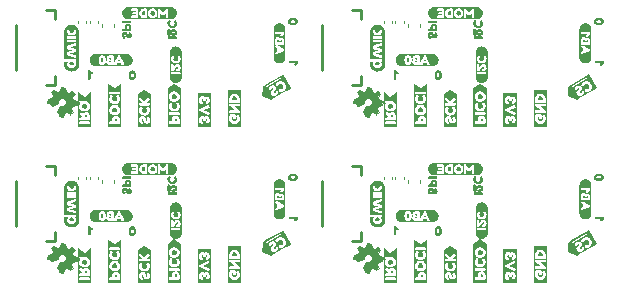
<source format=gbo>
%TF.GenerationSoftware,KiCad,Pcbnew,8.0.4*%
%TF.CreationDate,2024-08-23T09:14:10-06:00*%
%TF.ProjectId,SparkFun_BMV080_panelized_v01b,53706172-6b46-4756-9e5f-424d56303830,v01*%
%TF.SameCoordinates,Original*%
%TF.FileFunction,Legend,Bot*%
%TF.FilePolarity,Positive*%
%FSLAX46Y46*%
G04 Gerber Fmt 4.6, Leading zero omitted, Abs format (unit mm)*
G04 Created by KiCad (PCBNEW 8.0.4) date 2024-08-23 09:14:10*
%MOMM*%
%LPD*%
G01*
G04 APERTURE LIST*
%ADD10C,0.000000*%
%ADD11C,0.120000*%
%ADD12C,0.018437*%
%ADD13C,0.254000*%
G04 APERTURE END LIST*
D10*
%TO.C,kibuzzard-66BFC0D2*%
G36*
X20994350Y22909917D02*
G01*
X21021389Y22842320D01*
X21021389Y22704552D01*
X20833406Y22704552D01*
X20833406Y22843608D01*
X20856582Y22907342D01*
X20927397Y22937599D01*
X20994350Y22909917D01*
G37*
G36*
X20891829Y24969359D02*
G01*
X20965380Y24923007D01*
X21015112Y24855089D01*
X21031689Y24774938D01*
X21015112Y24693822D01*
X20965380Y24625582D01*
X20891829Y24579230D01*
X20803792Y24563779D01*
X20717526Y24579391D01*
X20644136Y24626226D01*
X20593921Y24694305D01*
X20577183Y24773651D01*
X20593438Y24855571D01*
X20642204Y24923651D01*
X20715112Y24969520D01*
X20803792Y24984810D01*
X20891829Y24969359D01*
G37*
G36*
X21374608Y25488672D02*
G01*
X21374608Y25220432D01*
X21374608Y22468930D01*
X21374608Y22200689D01*
X20234264Y22200689D01*
X20234264Y22468930D01*
X20234264Y22586097D01*
X20357011Y22586097D01*
X20366024Y22519144D01*
X20395638Y22483093D01*
X20431045Y22470861D01*
X20475466Y22468930D01*
X21139844Y22468930D01*
X21182977Y22470861D01*
X21218384Y22483093D01*
X21247998Y22519144D01*
X21257011Y22587385D01*
X21257011Y22843608D01*
X21251861Y22896076D01*
X21236410Y22950475D01*
X21211303Y23004552D01*
X21177183Y23056054D01*
X21131636Y23101923D01*
X21072247Y23139101D01*
X21002558Y23163726D01*
X20926110Y23171934D01*
X20849983Y23163887D01*
X20781260Y23139745D01*
X20722837Y23102889D01*
X20677612Y23056698D01*
X20643492Y23004552D01*
X20618384Y22949831D01*
X20602934Y22894949D01*
X20597784Y22842320D01*
X20597784Y22704552D01*
X20474178Y22704552D01*
X20429758Y22702621D01*
X20394994Y22690389D01*
X20366024Y22654337D01*
X20357011Y22586097D01*
X20234264Y22586097D01*
X20234264Y23343179D01*
X20355724Y23343179D01*
X20364736Y23276226D01*
X20394350Y23240174D01*
X20429758Y23227943D01*
X20474178Y23226011D01*
X21139844Y23226011D01*
X21182977Y23227943D01*
X21218384Y23240174D01*
X21247998Y23276226D01*
X21257011Y23344466D01*
X21247998Y23411419D01*
X21218384Y23447470D01*
X21182977Y23459702D01*
X21138556Y23461634D01*
X20472891Y23461634D01*
X20428470Y23459702D01*
X20393706Y23447470D01*
X20364736Y23411419D01*
X20355724Y23343179D01*
X20234264Y23343179D01*
X20234264Y23981805D01*
X20342848Y23981805D01*
X20346711Y23927245D01*
X20358299Y23869144D01*
X20379060Y23808307D01*
X20410445Y23745539D01*
X20451003Y23685185D01*
X20499286Y23631591D01*
X20558674Y23585722D01*
X20632548Y23548543D01*
X20717848Y23523919D01*
X20811518Y23515711D01*
X20901646Y23523758D01*
X20984050Y23547900D01*
X21055670Y23584595D01*
X21113449Y23630303D01*
X21160445Y23683898D01*
X21199715Y23744252D01*
X21230133Y23807342D01*
X21250573Y23869144D01*
X21262161Y23928855D01*
X21266024Y23985668D01*
X21258013Y24062349D01*
X21233978Y24141319D01*
X21193921Y24222578D01*
X21169457Y24257342D01*
X21142419Y24281161D01*
X21103792Y24293393D01*
X21031689Y24265067D01*
X20979543Y24216784D01*
X20962161Y24172363D01*
X20991775Y24102835D01*
X20997569Y24094466D01*
X21004651Y24083522D01*
X21011732Y24071290D01*
X21018170Y24053908D01*
X21023320Y24033307D01*
X21027827Y24007556D01*
X21029114Y23976655D01*
X21016239Y23903264D01*
X20978256Y23830518D01*
X20908084Y23773222D01*
X20859801Y23756805D01*
X20805080Y23751333D01*
X20734747Y23761151D01*
X20675681Y23790604D01*
X20630455Y23832288D01*
X20601646Y23878801D01*
X20581045Y23976655D01*
X20591668Y24044573D01*
X20623535Y24109273D01*
X20649286Y24173651D01*
X20630938Y24217428D01*
X20575895Y24263779D01*
X20501217Y24292106D01*
X20454221Y24274080D01*
X20414951Y24221290D01*
X20374894Y24144895D01*
X20350859Y24065067D01*
X20342848Y23981805D01*
X20234264Y23981805D01*
X20234264Y24780089D01*
X20341560Y24780089D01*
X20349930Y24690121D01*
X20375037Y24606913D01*
X20416882Y24530464D01*
X20475466Y24460775D01*
X20545879Y24402755D01*
X20623213Y24361312D01*
X20707467Y24336446D01*
X20798642Y24328157D01*
X20892794Y24336204D01*
X20979543Y24360346D01*
X21058889Y24400582D01*
X21130831Y24456913D01*
X21190541Y24524751D01*
X21233191Y24599509D01*
X21258781Y24681188D01*
X21267312Y24769788D01*
X21258902Y24860239D01*
X21233674Y24943608D01*
X21191628Y25019895D01*
X21132762Y25089101D01*
X21061746Y25146558D01*
X20983245Y25187599D01*
X20897261Y25212224D01*
X20803792Y25220432D01*
X20711933Y25212344D01*
X20626915Y25188082D01*
X20548736Y25147645D01*
X20477397Y25091033D01*
X20417969Y25023074D01*
X20375520Y24948597D01*
X20350050Y24867602D01*
X20341560Y24780089D01*
X20234264Y24780089D01*
X20234264Y25220432D01*
X20234264Y25488672D01*
X20804436Y25868787D01*
X21374608Y25488672D01*
G37*
D11*
%TO.C,C3*%
X13630000Y17987836D02*
X13630000Y17772164D01*
X14350000Y17987836D02*
X14350000Y17772164D01*
D10*
%TO.C,kibuzzard-66C3B2FA*%
G36*
X57163734Y31125994D02*
G01*
X57156581Y31057039D01*
X57135122Y30996667D01*
X57102790Y30946595D01*
X57063019Y30908541D01*
X57015951Y30879499D01*
X56961731Y30856466D01*
X56905651Y30839728D01*
X56853004Y30829571D01*
X56801931Y30824421D01*
X56750572Y30822704D01*
X56700501Y30824278D01*
X56651001Y30828999D01*
X56599356Y30838727D01*
X56542847Y30855322D01*
X56487625Y30878355D01*
X56439843Y30907396D01*
X56399356Y30945737D01*
X56366023Y30996667D01*
X56343705Y31058183D01*
X56336266Y31128283D01*
X56336386Y31129428D01*
X56545708Y31129428D01*
X56558441Y31086867D01*
X56596638Y31056466D01*
X56660300Y31038226D01*
X56749428Y31032146D01*
X56755150Y31032146D01*
X56800930Y31032718D01*
X56851288Y31039013D01*
X56902790Y31053891D01*
X56937697Y31083076D01*
X56953147Y31130572D01*
X56940486Y31173133D01*
X56902504Y31203534D01*
X56839199Y31221774D01*
X56750572Y31227854D01*
X56660944Y31221702D01*
X56596924Y31203247D01*
X56558512Y31172489D01*
X56545708Y31129428D01*
X56336386Y31129428D01*
X56343848Y31200386D01*
X56366595Y31263333D01*
X56400501Y31315122D01*
X56441559Y31353748D01*
X56489914Y31382790D01*
X56545708Y31405823D01*
X56602361Y31422275D01*
X56653290Y31431574D01*
X56701359Y31435866D01*
X56749428Y31437296D01*
X56832976Y31432718D01*
X56923963Y31416695D01*
X56971459Y31402246D01*
X57014378Y31381788D01*
X57089914Y31325708D01*
X57120959Y31288369D01*
X57144278Y31241588D01*
X57158870Y31186938D01*
X57163369Y31130572D01*
X57163734Y31125994D01*
G37*
%TO.C,kibuzzard-66C3B30A*%
G36*
X57178255Y27764535D02*
G01*
X57201717Y27684421D01*
X57182260Y27606595D01*
X57167382Y27588283D01*
X57036910Y27442933D01*
X56997997Y27408026D01*
X56961373Y27394864D01*
X56885837Y27430343D01*
X56845780Y27498441D01*
X56878970Y27568827D01*
X56889270Y27580272D01*
X56502432Y27580272D01*
X56421173Y27603162D01*
X56398283Y27683276D01*
X56421173Y27764535D01*
X56501288Y27787425D01*
X57096423Y27787425D01*
X57178255Y27764535D01*
G37*
%TO.C,kibuzzard-66C3B2DA*%
G36*
X16177597Y14607353D02*
G01*
X16070014Y14607353D01*
X16123805Y14718369D01*
X16177597Y14607353D01*
G37*
G36*
X14738541Y14853205D02*
G01*
X14769299Y14814793D01*
X14787754Y14750773D01*
X14793906Y14661144D01*
X14787825Y14572518D01*
X14769585Y14509213D01*
X14739185Y14471230D01*
X14696624Y14458569D01*
X14649127Y14474020D01*
X14619943Y14508927D01*
X14605064Y14560429D01*
X14598770Y14610787D01*
X14598197Y14656567D01*
X14598197Y14662289D01*
X14604278Y14751416D01*
X14622518Y14815079D01*
X14652918Y14853276D01*
X14695479Y14866009D01*
X14738541Y14853205D01*
G37*
G36*
X15472589Y14473448D02*
G01*
X15308927Y14473448D01*
X15292904Y14474592D01*
X15275165Y14480887D01*
X15257997Y14500343D01*
X15251702Y14536395D01*
X15266581Y14583891D01*
X15314649Y14594764D01*
X15329528Y14594764D01*
X15394764Y14614793D01*
X15414220Y14682890D01*
X15393619Y14748698D01*
X15323805Y14767582D01*
X15310072Y14767582D01*
X15282604Y14775594D01*
X15274592Y14811073D01*
X15286609Y14846552D01*
X15334106Y14855708D01*
X15472589Y14855708D01*
X15472589Y14473448D01*
G37*
G36*
X16819750Y15168365D02*
G01*
X16869338Y15161010D01*
X16917965Y15148829D01*
X16965165Y15131941D01*
X17010482Y15110507D01*
X17053480Y15084735D01*
X17093744Y15054873D01*
X17130888Y15021208D01*
X17164554Y14984064D01*
X17194416Y14943799D01*
X17220188Y14900801D01*
X17241621Y14855484D01*
X17258510Y14808285D01*
X17270690Y14759657D01*
X17278046Y14710070D01*
X17280505Y14660000D01*
X17278046Y14609930D01*
X17270690Y14560343D01*
X17258510Y14511715D01*
X17241621Y14464516D01*
X17220188Y14419199D01*
X17194416Y14376201D01*
X17164554Y14335936D01*
X17130888Y14298792D01*
X17093744Y14265127D01*
X17053480Y14235265D01*
X17010482Y14209493D01*
X16965165Y14188059D01*
X16917965Y14171171D01*
X16869338Y14158990D01*
X16819750Y14151635D01*
X16769680Y14149175D01*
X16531245Y14149175D01*
X15873162Y14149175D01*
X15577883Y14149175D01*
X14692046Y14149175D01*
X14388755Y14149175D01*
X14150319Y14149175D01*
X14100250Y14151635D01*
X14050662Y14158990D01*
X14002035Y14171171D01*
X13954835Y14188059D01*
X13909518Y14209493D01*
X13866520Y14235265D01*
X13826256Y14265127D01*
X13789112Y14298792D01*
X13755446Y14335936D01*
X13725584Y14376201D01*
X13699812Y14419199D01*
X13678379Y14464516D01*
X13661490Y14511715D01*
X13649310Y14560343D01*
X13641954Y14609930D01*
X13639495Y14660000D01*
X13639551Y14661144D01*
X14388755Y14661144D01*
X14390472Y14609785D01*
X14395622Y14558712D01*
X14405780Y14506066D01*
X14422518Y14449986D01*
X14445551Y14395765D01*
X14474592Y14348698D01*
X14512647Y14308927D01*
X14562718Y14276595D01*
X14623090Y14255136D01*
X14692046Y14247983D01*
X14752990Y14252847D01*
X14807639Y14267439D01*
X14854421Y14290758D01*
X14891760Y14321803D01*
X14947840Y14397339D01*
X14968298Y14440258D01*
X14982747Y14487754D01*
X14989096Y14523805D01*
X15042260Y14523805D01*
X15051226Y14455009D01*
X15076595Y14393588D01*
X15118369Y14339542D01*
X15171588Y14297577D01*
X15231292Y14272399D01*
X15297482Y14264006D01*
X15577883Y14264006D01*
X15637396Y14272017D01*
X15669442Y14298340D01*
X15679150Y14326953D01*
X15724950Y14326953D01*
X15788469Y14270873D01*
X15873162Y14254278D01*
X15929242Y14320086D01*
X15981888Y14428813D01*
X16263433Y14428813D01*
X16316080Y14318941D01*
X16373305Y14255422D01*
X16456853Y14272017D01*
X16520944Y14327525D01*
X16506066Y14408212D01*
X16218798Y15003348D01*
X16178741Y15047411D01*
X16122661Y15064006D01*
X16066867Y15048555D01*
X16027668Y15002203D01*
X15740401Y14408212D01*
X15724950Y14326953D01*
X15679150Y14326953D01*
X15680315Y14330386D01*
X15682031Y14370443D01*
X15682031Y14961001D01*
X15680315Y14999342D01*
X15669442Y15030815D01*
X15637396Y15057139D01*
X15576738Y15065150D01*
X15308927Y15065150D01*
X15244454Y15057075D01*
X15186848Y15032850D01*
X15136109Y14992475D01*
X15096687Y14941036D01*
X15073034Y14883621D01*
X15065150Y14820229D01*
X15074592Y14753276D01*
X15102918Y14692046D01*
X15057425Y14611645D01*
X15042260Y14523805D01*
X14989096Y14523805D01*
X14998770Y14578741D01*
X15003348Y14662289D01*
X15001917Y14710358D01*
X14997625Y14758426D01*
X14988326Y14809356D01*
X14971874Y14866009D01*
X14948841Y14921803D01*
X14919800Y14970157D01*
X14881173Y15011216D01*
X14829385Y15045122D01*
X14766438Y15067868D01*
X14694335Y15075451D01*
X14624235Y15068011D01*
X14562718Y15045694D01*
X14511788Y15012361D01*
X14473448Y14971874D01*
X14444406Y14924092D01*
X14421373Y14868870D01*
X14404778Y14812361D01*
X14395050Y14760715D01*
X14390329Y14711216D01*
X14388755Y14661144D01*
X13639551Y14661144D01*
X13641954Y14710070D01*
X13649310Y14759657D01*
X13661490Y14808285D01*
X13678379Y14855484D01*
X13699812Y14900801D01*
X13725584Y14943799D01*
X13755446Y14984064D01*
X13789112Y15021208D01*
X13826256Y15054873D01*
X13866520Y15084735D01*
X13909518Y15110507D01*
X13954835Y15131941D01*
X14002035Y15148829D01*
X14050662Y15161010D01*
X14100250Y15168365D01*
X14150319Y15170825D01*
X14388755Y15170825D01*
X16531245Y15170825D01*
X16769680Y15170825D01*
X16819750Y15168365D01*
G37*
D11*
%TO.C,C4*%
X12650000Y31187836D02*
X12650000Y30972164D01*
X13370000Y31187836D02*
X13370000Y30972164D01*
D10*
%TO.C,kibuzzard-66BFBF9D*%
G36*
X23920833Y24813329D02*
G01*
X23920833Y22457105D01*
X23920833Y22188865D01*
X22771477Y22188865D01*
X22771477Y22457105D01*
X22771477Y22800882D01*
X22878773Y22800882D01*
X22888430Y22712899D01*
X22917400Y22632642D01*
X22965683Y22560110D01*
X23026699Y22502885D01*
X23093866Y22468550D01*
X23167185Y22457105D01*
X23228022Y22489294D01*
X23248301Y22585861D01*
X23234138Y22656676D01*
X23173623Y22694015D01*
X23166541Y22696590D01*
X23151091Y22706247D01*
X23131777Y22725560D01*
X23116327Y22756462D01*
X23109245Y22802170D01*
X23129202Y22882642D01*
X23182636Y22912899D01*
X23238644Y22888114D01*
X23257314Y22813758D01*
X23257314Y22778350D01*
X23263108Y22748736D01*
X23279202Y22719766D01*
X23312679Y22704316D01*
X23369331Y22696590D01*
X23433709Y22704959D01*
X23467185Y22731998D01*
X23478129Y22764831D01*
X23480061Y22806032D01*
X23480061Y22815045D01*
X23488430Y22874917D01*
X23521262Y22893586D01*
X23565683Y22872341D01*
X23581777Y22813758D01*
X23568902Y22758393D01*
X23530275Y22721054D01*
X23477199Y22681855D01*
X23462178Y22627778D01*
X23485211Y22558822D01*
X23556026Y22495088D01*
X23644867Y22513758D01*
X23649374Y22515689D01*
X23663537Y22522771D01*
X23684782Y22535646D01*
X23710533Y22556247D01*
X23738215Y22584573D01*
X23764610Y22622556D01*
X23787142Y22670196D01*
X23802593Y22729423D01*
X23808387Y22800882D01*
X23798659Y22894516D01*
X23769474Y22974559D01*
X23720833Y23041011D01*
X23660318Y23090725D01*
X23595511Y23120553D01*
X23526413Y23130496D01*
X23432099Y23108286D01*
X23368043Y23041655D01*
X23298516Y23113758D01*
X23247013Y23139831D01*
X23185211Y23148522D01*
X23101877Y23137578D01*
X23028701Y23104745D01*
X22965683Y23050024D01*
X22917400Y22978565D01*
X22888430Y22895517D01*
X22878773Y22800882D01*
X22771477Y22800882D01*
X22771477Y23637792D01*
X22895511Y23637792D01*
X22911606Y23565689D01*
X22959889Y23521912D01*
X23630704Y23216762D01*
X23720189Y23203887D01*
X23781348Y23275990D01*
X23800661Y23372556D01*
X23727271Y23431784D01*
X23226413Y23635217D01*
X23727271Y23838650D01*
X23800018Y23899165D01*
X23781348Y23994444D01*
X23719546Y24068479D01*
X23630704Y24053672D01*
X22959889Y23748522D01*
X22912893Y23704101D01*
X22895511Y23637792D01*
X22771477Y23637792D01*
X22771477Y24465689D01*
X22878773Y24465689D01*
X22888430Y24377706D01*
X22917400Y24297449D01*
X22965683Y24224917D01*
X23026699Y24167692D01*
X23093866Y24133357D01*
X23167185Y24121912D01*
X23228022Y24154101D01*
X23248301Y24250668D01*
X23234138Y24321483D01*
X23173623Y24358822D01*
X23166541Y24361397D01*
X23151091Y24371054D01*
X23131777Y24390367D01*
X23116327Y24421269D01*
X23109245Y24466977D01*
X23129202Y24547449D01*
X23182636Y24577706D01*
X23238644Y24552921D01*
X23257314Y24478565D01*
X23257314Y24443157D01*
X23263108Y24413543D01*
X23279202Y24384573D01*
X23312679Y24369123D01*
X23369331Y24361397D01*
X23433709Y24369766D01*
X23467185Y24396805D01*
X23478129Y24429638D01*
X23480061Y24470839D01*
X23480061Y24479852D01*
X23488430Y24539723D01*
X23521262Y24558393D01*
X23565683Y24537148D01*
X23581777Y24478565D01*
X23568902Y24423200D01*
X23530275Y24385861D01*
X23477199Y24346662D01*
X23462178Y24292585D01*
X23485211Y24223629D01*
X23556026Y24159895D01*
X23644867Y24178565D01*
X23649374Y24180496D01*
X23663537Y24187578D01*
X23684782Y24200453D01*
X23710533Y24221054D01*
X23738215Y24249380D01*
X23764610Y24287363D01*
X23787142Y24335002D01*
X23802593Y24394230D01*
X23808387Y24465689D01*
X23798659Y24559323D01*
X23769474Y24639366D01*
X23720833Y24705818D01*
X23660318Y24755532D01*
X23595511Y24785360D01*
X23526413Y24795303D01*
X23432099Y24773093D01*
X23368043Y24706462D01*
X23298516Y24778565D01*
X23247013Y24804638D01*
X23185211Y24813329D01*
X23101877Y24802384D01*
X23028701Y24769552D01*
X22965683Y24714831D01*
X22917400Y24643372D01*
X22888430Y24560324D01*
X22878773Y24465689D01*
X22771477Y24465689D01*
X22771477Y24813329D01*
X22771477Y25081569D01*
X23920833Y25081569D01*
X23920833Y24813329D01*
G37*
%TO.C,G\u002A\u002A\u002A*%
G36*
X38056229Y27730258D02*
G01*
X38092766Y27719630D01*
X38124280Y27702041D01*
X38151737Y27677157D01*
X38157959Y27669883D01*
X38175835Y27642041D01*
X38185932Y27611342D01*
X38189108Y27575454D01*
X38188985Y27567812D01*
X38184382Y27532649D01*
X38172596Y27502396D01*
X38152901Y27475043D01*
X38140593Y27462538D01*
X38110338Y27440257D01*
X38075501Y27425449D01*
X38035256Y27417822D01*
X37988777Y27417084D01*
X37965811Y27419216D01*
X37924174Y27428877D01*
X37888905Y27445583D01*
X37860214Y27469182D01*
X37838308Y27499524D01*
X37823396Y27536459D01*
X37821934Y27542590D01*
X37819245Y27563158D01*
X37819101Y27583119D01*
X37821271Y27601638D01*
X37830837Y27637385D01*
X37847528Y27667135D01*
X37871999Y27691876D01*
X37904906Y27712595D01*
X37915473Y27717876D01*
X37932110Y27725193D01*
X37947160Y27729638D01*
X37964374Y27732172D01*
X37987502Y27733757D01*
X38013703Y27734257D01*
X38056229Y27730258D01*
G37*
G36*
X38035418Y30865562D02*
G01*
X38108278Y30859965D01*
X38177088Y30846638D01*
X38243803Y30825111D01*
X38310374Y30794916D01*
X38328319Y30785302D01*
X38394718Y30743052D01*
X38454605Y30693820D01*
X38507694Y30637982D01*
X38553696Y30575913D01*
X38592324Y30507987D01*
X38623292Y30434581D01*
X38646312Y30356070D01*
X38647054Y30352745D01*
X38647883Y30348421D01*
X38648656Y30343389D01*
X38649373Y30337318D01*
X38650038Y30329876D01*
X38650651Y30320731D01*
X38651216Y30309552D01*
X38651733Y30296007D01*
X38652206Y30279764D01*
X38652636Y30260492D01*
X38653025Y30237859D01*
X38653375Y30211533D01*
X38653689Y30181183D01*
X38653967Y30146476D01*
X38654214Y30107082D01*
X38654429Y30062668D01*
X38654616Y30012903D01*
X38654776Y29957455D01*
X38654911Y29895992D01*
X38655024Y29828182D01*
X38655117Y29753695D01*
X38655191Y29672198D01*
X38655249Y29583360D01*
X38655292Y29486848D01*
X38655322Y29382332D01*
X38655343Y29269479D01*
X38655355Y29147958D01*
X38655361Y29017437D01*
X38655362Y28877584D01*
X38655362Y27437751D01*
X38642140Y27385695D01*
X38633436Y27354237D01*
X38606806Y27280770D01*
X38572593Y27212921D01*
X38530394Y27149961D01*
X38479807Y27091160D01*
X38424239Y27039252D01*
X38361568Y26992864D01*
X38294759Y26955179D01*
X38223645Y26926120D01*
X38148063Y26905606D01*
X38067846Y26893558D01*
X37996485Y26891383D01*
X37922971Y26898031D01*
X37848993Y26913310D01*
X37776001Y26937005D01*
X37744775Y26950103D01*
X37678413Y26985290D01*
X37616991Y27028144D01*
X37561054Y27077930D01*
X37511145Y27133917D01*
X37467811Y27195374D01*
X37431596Y27261566D01*
X37403045Y27331762D01*
X37382703Y27405230D01*
X37371115Y27481236D01*
X37370790Y27486503D01*
X37370252Y27501889D01*
X37369727Y27524323D01*
X37369246Y27552187D01*
X37368840Y27583862D01*
X37368539Y27617731D01*
X37367727Y27734898D01*
X37548411Y27734898D01*
X37729095Y27734898D01*
X37701095Y27706283D01*
X37695329Y27700192D01*
X37666328Y27661481D01*
X37645466Y27617715D01*
X37632863Y27569203D01*
X37628636Y27516255D01*
X37631672Y27466111D01*
X37643158Y27410709D01*
X37663448Y27358029D01*
X37687715Y27317011D01*
X37721254Y27277547D01*
X37761560Y27243557D01*
X37807407Y27216248D01*
X37830210Y27205586D01*
X37859959Y27193749D01*
X37889427Y27185038D01*
X37921925Y27178527D01*
X37960768Y27173287D01*
X38001810Y27170623D01*
X38056541Y27172631D01*
X38110552Y27180434D01*
X38161243Y27193623D01*
X38206018Y27211791D01*
X38251552Y27239011D01*
X38293905Y27274644D01*
X38328981Y27316397D01*
X38356398Y27363811D01*
X38375777Y27416427D01*
X38375971Y27417135D01*
X38381287Y27444838D01*
X38384236Y27477883D01*
X38384859Y27513318D01*
X38383197Y27548191D01*
X38379291Y27579550D01*
X38373180Y27604443D01*
X38363034Y27630033D01*
X38339584Y27671825D01*
X38308383Y27709532D01*
X38283655Y27734898D01*
X38330598Y27734898D01*
X38377542Y27734898D01*
X38377542Y27858105D01*
X38377542Y27981312D01*
X38375126Y27981312D01*
X37872538Y27981312D01*
X37367534Y27981312D01*
X37368874Y29056414D01*
X37638299Y29056414D01*
X37638305Y28935593D01*
X37638311Y28814773D01*
X37865466Y28745028D01*
X37872701Y28742805D01*
X37916974Y28729100D01*
X37958049Y28716220D01*
X37995060Y28704448D01*
X38027145Y28694066D01*
X38053437Y28685355D01*
X38073074Y28678599D01*
X38085191Y28674079D01*
X38088924Y28672077D01*
X38088851Y28672026D01*
X38083036Y28669814D01*
X38068954Y28665068D01*
X38047516Y28658078D01*
X38019629Y28649134D01*
X37986202Y28638525D01*
X37948143Y28626542D01*
X37906360Y28613473D01*
X37861763Y28599610D01*
X37638299Y28530350D01*
X37638382Y28409236D01*
X37638465Y28288122D01*
X38006796Y28154512D01*
X38375126Y28020902D01*
X38376419Y28142096D01*
X38376558Y28156847D01*
X38376688Y28196333D01*
X38376351Y28226669D01*
X38375536Y28248232D01*
X38374230Y28261402D01*
X38372421Y28266559D01*
X38371266Y28267032D01*
X38362261Y28270004D01*
X38345218Y28275319D01*
X38321017Y28282711D01*
X38290541Y28291916D01*
X38254671Y28302667D01*
X38214287Y28314700D01*
X38170273Y28327749D01*
X38123508Y28341547D01*
X38103074Y28347577D01*
X38057856Y28361030D01*
X38016035Y28373621D01*
X37978451Y28385088D01*
X37945945Y28395169D01*
X37919358Y28403602D01*
X37899529Y28410124D01*
X37887299Y28414475D01*
X37883507Y28416390D01*
X37886337Y28417515D01*
X37897609Y28421170D01*
X37916536Y28426991D01*
X37942160Y28434691D01*
X37973523Y28443986D01*
X38009669Y28454590D01*
X38049639Y28466219D01*
X38092474Y28478588D01*
X38117381Y28485757D01*
X38161214Y28498392D01*
X38202919Y28510438D01*
X38241304Y28521548D01*
X38275175Y28531375D01*
X38303338Y28539574D01*
X38324599Y28545799D01*
X38337766Y28549704D01*
X38377712Y28561747D01*
X38376419Y28678313D01*
X38375126Y28794879D01*
X38295404Y28818056D01*
X38281255Y28822169D01*
X38211205Y28842541D01*
X38149790Y28860422D01*
X38096466Y28875985D01*
X38050690Y28889402D01*
X38011919Y28900845D01*
X37979609Y28910485D01*
X37953217Y28918495D01*
X37932199Y28925046D01*
X37916012Y28930310D01*
X37904113Y28934460D01*
X37895958Y28937667D01*
X37891004Y28940102D01*
X37888708Y28941939D01*
X37888526Y28943349D01*
X37889914Y28944503D01*
X37892330Y28945574D01*
X37893202Y28945895D01*
X37902476Y28948897D01*
X37919870Y28954266D01*
X37944442Y28961719D01*
X37975250Y28970975D01*
X38011352Y28981751D01*
X38051806Y28993764D01*
X38095669Y29006733D01*
X38141999Y29020375D01*
X38377542Y29089591D01*
X38377542Y29207051D01*
X38377476Y29231054D01*
X38377188Y29261201D01*
X38376704Y29286931D01*
X38376058Y29306935D01*
X38375285Y29319899D01*
X38374420Y29324512D01*
X38373363Y29324203D01*
X38364727Y29321218D01*
X38347997Y29315263D01*
X38323856Y29306587D01*
X38292989Y29295437D01*
X38256079Y29282060D01*
X38213809Y29266706D01*
X38166862Y29249621D01*
X38115923Y29231054D01*
X38061673Y29211252D01*
X38004798Y29190463D01*
X37638299Y29056414D01*
X37368874Y29056414D01*
X37368981Y29142117D01*
X37369552Y29599916D01*
X37638299Y29599916D01*
X37638299Y29479125D01*
X37638299Y29358334D01*
X38007921Y29358334D01*
X38377542Y29358334D01*
X38377542Y29479125D01*
X38377542Y29599916D01*
X38007921Y29599916D01*
X37638299Y29599916D01*
X37369552Y29599916D01*
X37369913Y29889815D01*
X37638299Y29889815D01*
X37638299Y29769024D01*
X37638299Y29648233D01*
X38007921Y29648233D01*
X38377542Y29648233D01*
X38377542Y29769024D01*
X38377542Y29889815D01*
X38007921Y29889815D01*
X38005505Y29889815D01*
X37638299Y29889815D01*
X37369913Y29889815D01*
X37370428Y30302922D01*
X37374317Y30319832D01*
X37630352Y30319832D01*
X37630370Y30297376D01*
X37633565Y30249701D01*
X37641768Y30206290D01*
X37655705Y30163957D01*
X37676105Y30119515D01*
X37695649Y30086300D01*
X37729894Y30043717D01*
X37770788Y30008004D01*
X37817861Y29979624D01*
X37832980Y29972340D01*
X37859868Y29960534D01*
X37884271Y29952004D01*
X37908612Y29946246D01*
X37935315Y29942756D01*
X37966805Y29941029D01*
X38005505Y29940561D01*
X38045644Y29941220D01*
X38081109Y29943706D01*
X38111868Y29948561D01*
X38140421Y29956325D01*
X38169269Y29967538D01*
X38200913Y29982740D01*
X38214647Y29990367D01*
X38252581Y30017243D01*
X38288136Y30050497D01*
X38318953Y30087736D01*
X38342675Y30126566D01*
X38346887Y30135183D01*
X38363746Y30175395D01*
X38375057Y30215008D01*
X38381564Y30257246D01*
X38384013Y30305338D01*
X38384789Y30365733D01*
X38284533Y30367039D01*
X38184276Y30368345D01*
X38184170Y30330802D01*
X38183259Y30309656D01*
X38177926Y30281865D01*
X38166815Y30257794D01*
X38148781Y30234321D01*
X38122576Y30212136D01*
X38090372Y30195809D01*
X38054002Y30185489D01*
X38015214Y30181229D01*
X37975754Y30183083D01*
X37937369Y30191103D01*
X37901807Y30205343D01*
X37870812Y30225857D01*
X37856011Y30240325D01*
X37840888Y30263309D01*
X37831692Y30291100D01*
X37827584Y30325633D01*
X37825542Y30368345D01*
X37728297Y30367039D01*
X37631052Y30365733D01*
X37630352Y30319832D01*
X37374317Y30319832D01*
X37381205Y30349784D01*
X37386378Y30371112D01*
X37409053Y30444899D01*
X37437932Y30512142D01*
X37473665Y30574008D01*
X37516899Y30631662D01*
X37568284Y30686272D01*
X37590906Y30707139D01*
X37652812Y30755980D01*
X37717968Y30795748D01*
X37786590Y30826529D01*
X37858891Y30848409D01*
X37935085Y30861473D01*
X38015387Y30865809D01*
X38035418Y30865562D01*
G37*
D11*
%TO.C,C4*%
X38550000Y31187836D02*
X38550000Y30972164D01*
X39270000Y31187836D02*
X39270000Y30972164D01*
D12*
%TO.C,Ref\u002A\u002A*%
X37162056Y12343318D02*
X37162760Y12343273D01*
X37473503Y12316086D01*
X37474204Y12316006D01*
X37474900Y12315894D01*
X37475589Y12315748D01*
X37476270Y12315568D01*
X37476943Y12315358D01*
X37477607Y12315118D01*
X37478260Y12314849D01*
X37478902Y12314550D01*
X37479531Y12314225D01*
X37480148Y12313872D01*
X37481338Y12313091D01*
X37482463Y12312217D01*
X37483516Y12311253D01*
X37484489Y12310209D01*
X37485376Y12309093D01*
X37486167Y12307913D01*
X37486524Y12307300D01*
X37486857Y12306674D01*
X37487160Y12306036D01*
X37487435Y12305387D01*
X37487681Y12304728D01*
X37487897Y12304056D01*
X37488081Y12303378D01*
X37488234Y12302692D01*
X37488353Y12302000D01*
X37488438Y12301301D01*
X37519107Y11985142D01*
X37519304Y11983726D01*
X37519626Y11982294D01*
X37520063Y11980856D01*
X37520606Y11979420D01*
X37521251Y11977999D01*
X37521989Y11976597D01*
X37522813Y11975230D01*
X37523718Y11973904D01*
X37524694Y11972631D01*
X37525735Y11971421D01*
X37526834Y11970283D01*
X37527982Y11969226D01*
X37529175Y11968260D01*
X37530405Y11967396D01*
X37531660Y11966645D01*
X37532940Y11966014D01*
X37733887Y11860344D01*
X37734501Y11859985D01*
X37735134Y11859647D01*
X37735789Y11859333D01*
X37736466Y11859038D01*
X37737872Y11858519D01*
X37739341Y11858089D01*
X37740860Y11857747D01*
X37742416Y11857494D01*
X37743999Y11857328D01*
X37745595Y11857252D01*
X37747193Y11857266D01*
X37748783Y11857370D01*
X37750349Y11857564D01*
X37751881Y11857847D01*
X37753368Y11858221D01*
X37754797Y11858682D01*
X37756154Y11859236D01*
X37756802Y11859548D01*
X37757430Y11859882D01*
X38035090Y12016688D01*
X38035711Y12017020D01*
X38036348Y12017320D01*
X38036996Y12017589D01*
X38037658Y12017827D01*
X38038330Y12018036D01*
X38039014Y12018213D01*
X38039705Y12018359D01*
X38040402Y12018478D01*
X38041105Y12018565D01*
X38041814Y12018623D01*
X38042524Y12018652D01*
X38043236Y12018652D01*
X38043949Y12018622D01*
X38044660Y12018566D01*
X38045369Y12018479D01*
X38046076Y12018367D01*
X38046775Y12018224D01*
X38047470Y12018055D01*
X38048154Y12017859D01*
X38048833Y12017636D01*
X38049501Y12017387D01*
X38050156Y12017110D01*
X38050800Y12016808D01*
X38051427Y12016478D01*
X38052040Y12016123D01*
X38052637Y12015745D01*
X38053213Y12015338D01*
X38053771Y12014908D01*
X38054309Y12014453D01*
X38054823Y12013972D01*
X38055314Y12013468D01*
X38055780Y12012941D01*
X38256306Y11773963D01*
X38256745Y11773414D01*
X38257155Y11772844D01*
X38257538Y11772255D01*
X38257890Y11771649D01*
X38258216Y11771025D01*
X38258516Y11770388D01*
X38258785Y11769734D01*
X38259027Y11769069D01*
X38259242Y11768395D01*
X38259427Y11767711D01*
X38259714Y11766317D01*
X38259891Y11764904D01*
X38259953Y11763476D01*
X38259903Y11762049D01*
X38259738Y11760632D01*
X38259464Y11759236D01*
X38259285Y11758549D01*
X38259076Y11757872D01*
X38258840Y11757204D01*
X38258574Y11756551D01*
X38258282Y11755910D01*
X38257961Y11755284D01*
X38257610Y11754672D01*
X38257232Y11754080D01*
X38256826Y11753505D01*
X38256391Y11752952D01*
X38053738Y11506753D01*
X38052884Y11505609D01*
X38052102Y11504368D01*
X38051396Y11503043D01*
X38050771Y11501643D01*
X38050225Y11500185D01*
X38049762Y11498678D01*
X38049384Y11497131D01*
X38049089Y11495560D01*
X38048888Y11493975D01*
X38048775Y11492388D01*
X38048755Y11490812D01*
X38048828Y11489256D01*
X38048999Y11487734D01*
X38049267Y11486258D01*
X38049637Y11484839D01*
X38050109Y11483489D01*
X38119290Y11267231D01*
X38119691Y11265859D01*
X38120215Y11264487D01*
X38120853Y11263125D01*
X38121599Y11261782D01*
X38122442Y11260466D01*
X38123372Y11259186D01*
X38124385Y11257949D01*
X38125467Y11256767D01*
X38126615Y11255646D01*
X38127818Y11254597D01*
X38129069Y11253628D01*
X38130358Y11252746D01*
X38131675Y11251965D01*
X38133015Y11251286D01*
X38134367Y11250723D01*
X38135724Y11250285D01*
X38441741Y11165196D01*
X38442417Y11164989D01*
X38443081Y11164751D01*
X38443731Y11164481D01*
X38444368Y11164180D01*
X38444991Y11163849D01*
X38445599Y11163492D01*
X38446769Y11162695D01*
X38447870Y11161798D01*
X38448896Y11160812D01*
X38449844Y11159744D01*
X38450704Y11158603D01*
X38451470Y11157397D01*
X38452140Y11156134D01*
X38452701Y11154829D01*
X38453153Y11153485D01*
X38453486Y11152110D01*
X38453609Y11151417D01*
X38453697Y11150717D01*
X38453753Y11150016D01*
X38453777Y11149312D01*
X38453768Y11148609D01*
X38453722Y11147908D01*
X38426546Y10837150D01*
X38426467Y10836449D01*
X38426353Y10835754D01*
X38426206Y10835066D01*
X38426027Y10834385D01*
X38425817Y10833713D01*
X38425575Y10833049D01*
X38425305Y10832396D01*
X38425006Y10831753D01*
X38424679Y10831124D01*
X38424325Y10830507D01*
X38423543Y10829318D01*
X38422667Y10828190D01*
X38421703Y10827137D01*
X38420660Y10826160D01*
X38419541Y10825273D01*
X38418360Y10824480D01*
X38417748Y10824121D01*
X38417122Y10823788D01*
X38416484Y10823484D01*
X38415834Y10823209D01*
X38415174Y10822962D01*
X38414503Y10822745D01*
X38413826Y10822559D01*
X38413138Y10822409D01*
X38412445Y10822288D01*
X38411747Y10822203D01*
X38101052Y10792051D01*
X38099635Y10791847D01*
X38098207Y10791519D01*
X38096773Y10791079D01*
X38095346Y10790530D01*
X38093933Y10789879D01*
X38092547Y10789136D01*
X38091196Y10788307D01*
X38089886Y10787398D01*
X38088633Y10786416D01*
X38087442Y10785368D01*
X38086324Y10784263D01*
X38085288Y10783107D01*
X38084346Y10781904D01*
X38083504Y10780666D01*
X38082774Y10779397D01*
X38082164Y10778104D01*
X37975854Y10567595D01*
X37975502Y10566975D01*
X37975173Y10566336D01*
X37974580Y10564991D01*
X37974075Y10563572D01*
X37973657Y10562093D01*
X37973328Y10560563D01*
X37973088Y10558997D01*
X37972934Y10557405D01*
X37972870Y10555800D01*
X37972894Y10554195D01*
X37973008Y10552599D01*
X37973212Y10551026D01*
X37973504Y10549489D01*
X37973884Y10547999D01*
X37974354Y10546570D01*
X37974914Y10545209D01*
X37975228Y10544559D01*
X37975564Y10543931D01*
X38127201Y10275533D01*
X38127531Y10274908D01*
X38127831Y10274269D01*
X38128097Y10273619D01*
X38128336Y10272952D01*
X38128541Y10272279D01*
X38128718Y10271594D01*
X38128865Y10270901D01*
X38128980Y10270203D01*
X38129067Y10269499D01*
X38129123Y10268790D01*
X38129151Y10268079D01*
X38129152Y10267367D01*
X38129122Y10266655D01*
X38129066Y10265942D01*
X38128978Y10265233D01*
X38128865Y10264528D01*
X38128723Y10263829D01*
X38128552Y10263134D01*
X38128358Y10262448D01*
X38128135Y10261771D01*
X38127884Y10261105D01*
X38127608Y10260448D01*
X38127306Y10259808D01*
X38126977Y10259181D01*
X38126623Y10258567D01*
X38126243Y10257973D01*
X38125836Y10257397D01*
X38125406Y10256837D01*
X38124952Y10256302D01*
X38124472Y10255787D01*
X38123969Y10255297D01*
X38123439Y10254830D01*
X37884463Y10054331D01*
X37883914Y10053891D01*
X37883341Y10053481D01*
X37882751Y10053097D01*
X37882142Y10052742D01*
X37881518Y10052414D01*
X37880878Y10052114D01*
X37880225Y10051842D01*
X37879560Y10051600D01*
X37878195Y10051195D01*
X37876799Y10050906D01*
X37875381Y10050729D01*
X37873952Y10050663D01*
X37872524Y10050712D01*
X37871104Y10050871D01*
X37869705Y10051147D01*
X37869018Y10051327D01*
X37868340Y10051533D01*
X37867673Y10051771D01*
X37867020Y10052036D01*
X37866378Y10052328D01*
X37865752Y10052649D01*
X37865141Y10053001D01*
X37864550Y10053379D01*
X37863977Y10053786D01*
X37863423Y10054222D01*
X37631241Y10245336D01*
X37630684Y10245776D01*
X37630103Y10246196D01*
X37628867Y10246979D01*
X37627546Y10247683D01*
X37626154Y10248305D01*
X37624697Y10248842D01*
X37623191Y10249298D01*
X37621647Y10249665D01*
X37620080Y10249945D01*
X37618498Y10250133D01*
X37616913Y10250231D01*
X37615340Y10250235D01*
X37613789Y10250143D01*
X37612272Y10249954D01*
X37610802Y10249667D01*
X37609392Y10249280D01*
X37608711Y10249048D01*
X37608051Y10248790D01*
X37372103Y10171293D01*
X37370730Y10170887D01*
X37369360Y10170360D01*
X37368001Y10169719D01*
X37366660Y10168971D01*
X37365345Y10168126D01*
X37364069Y10167193D01*
X37362836Y10166180D01*
X37361655Y10165094D01*
X37360539Y10163945D01*
X37359495Y10162740D01*
X37358528Y10161488D01*
X37357649Y10160198D01*
X37356869Y10158877D01*
X37356193Y10157534D01*
X37355631Y10156177D01*
X37355192Y10154816D01*
X37275667Y9868872D01*
X37275461Y9868199D01*
X37275223Y9867539D01*
X37274953Y9866890D01*
X37274651Y9866255D01*
X37274322Y9865632D01*
X37273963Y9865026D01*
X37273166Y9863857D01*
X37272270Y9862758D01*
X37271281Y9861731D01*
X37270211Y9860784D01*
X37269069Y9859924D01*
X37267864Y9859156D01*
X37266600Y9858485D01*
X37265292Y9857920D01*
X37263945Y9857466D01*
X37262571Y9857130D01*
X37261877Y9857006D01*
X37261177Y9856915D01*
X37260475Y9856855D01*
X37259772Y9856829D01*
X37259068Y9856838D01*
X37258365Y9856879D01*
X36947598Y9884094D01*
X36946900Y9884175D01*
X36946208Y9884288D01*
X36945521Y9884436D01*
X36944842Y9884615D01*
X36944172Y9884826D01*
X36943511Y9885067D01*
X36942859Y9885339D01*
X36942220Y9885637D01*
X36941590Y9885964D01*
X36940976Y9886317D01*
X36939788Y9887099D01*
X36938664Y9887978D01*
X36937609Y9888942D01*
X36936635Y9889987D01*
X36935746Y9891102D01*
X36934951Y9892285D01*
X36934590Y9892898D01*
X36934258Y9893524D01*
X36933950Y9894160D01*
X36933672Y9894812D01*
X36933424Y9895472D01*
X36933206Y9896141D01*
X36933018Y9896819D01*
X36932864Y9897505D01*
X36932740Y9898198D01*
X36932653Y9898896D01*
X36904529Y10189102D01*
X36904326Y10190510D01*
X36903995Y10191924D01*
X36903550Y10193337D01*
X36902993Y10194737D01*
X36902330Y10196116D01*
X36901572Y10197466D01*
X36900725Y10198776D01*
X36899796Y10200038D01*
X36898794Y10201241D01*
X36897725Y10202378D01*
X36896595Y10203439D01*
X36895415Y10204412D01*
X36894189Y10205292D01*
X36892928Y10206067D01*
X36891636Y10206728D01*
X36890324Y10207269D01*
X36778816Y10252096D01*
X36778178Y10252385D01*
X36777564Y10252704D01*
X36776976Y10253046D01*
X36776412Y10253416D01*
X36775874Y10253811D01*
X36775362Y10254226D01*
X36774875Y10254666D01*
X36774418Y10255127D01*
X36773987Y10255607D01*
X36773584Y10256105D01*
X36773210Y10256623D01*
X36772861Y10257155D01*
X36772544Y10257704D01*
X36772256Y10258268D01*
X36771995Y10258843D01*
X36771768Y10259432D01*
X36771571Y10260030D01*
X36771402Y10260639D01*
X36771268Y10261256D01*
X36771164Y10261881D01*
X36771092Y10262514D01*
X36771054Y10263151D01*
X36771045Y10263793D01*
X36771073Y10264437D01*
X36771134Y10265082D01*
X36771230Y10265730D01*
X36771356Y10266378D01*
X36771520Y10267023D01*
X36771721Y10267666D01*
X36771954Y10268304D01*
X36772227Y10268940D01*
X36772532Y10269567D01*
X37036632Y10776529D01*
X37036972Y10777147D01*
X37037340Y10777745D01*
X37037736Y10778322D01*
X37038161Y10778880D01*
X37038609Y10779417D01*
X37039083Y10779933D01*
X37040097Y10780899D01*
X37041194Y10781776D01*
X37042364Y10782558D01*
X37043596Y10783240D01*
X37044881Y10783821D01*
X37046210Y10784295D01*
X37047571Y10784659D01*
X37048953Y10784908D01*
X37050352Y10785039D01*
X37051754Y10785049D01*
X37052454Y10785007D01*
X37053149Y10784931D01*
X37053841Y10784825D01*
X37054530Y10784687D01*
X37055211Y10784513D01*
X37055882Y10784306D01*
X37085380Y10774423D01*
X37087543Y10773737D01*
X37089919Y10773065D01*
X37092461Y10772416D01*
X37095121Y10771799D01*
X37097853Y10771222D01*
X37100610Y10770695D01*
X37103346Y10770229D01*
X37106009Y10769830D01*
X37126506Y10764106D01*
X37147279Y10759657D01*
X37168260Y10756489D01*
X37189388Y10754613D01*
X37210601Y10754027D01*
X37231830Y10754741D01*
X37253012Y10756762D01*
X37274084Y10760094D01*
X37294982Y10764742D01*
X37305343Y10767563D01*
X37315638Y10770715D01*
X37325856Y10774198D01*
X37335991Y10778014D01*
X37346033Y10782166D01*
X37355977Y10786652D01*
X37365813Y10791471D01*
X37375532Y10796628D01*
X37385125Y10802121D01*
X37394587Y10807951D01*
X37403909Y10814118D01*
X37413083Y10820627D01*
X37422100Y10827473D01*
X37430954Y10834660D01*
X37444264Y10846416D01*
X37456829Y10858698D01*
X37468645Y10871476D01*
X37479709Y10884721D01*
X37490019Y10898400D01*
X37499572Y10912485D01*
X37508364Y10926945D01*
X37516393Y10941747D01*
X37523661Y10956863D01*
X37530158Y10972259D01*
X37535885Y10987909D01*
X37540838Y11003781D01*
X37545017Y11019843D01*
X37548417Y11036067D01*
X37551036Y11052419D01*
X37552872Y11068871D01*
X37553920Y11085392D01*
X37554179Y11101951D01*
X37553648Y11118517D01*
X37552320Y11135060D01*
X37550198Y11151552D01*
X37547275Y11167959D01*
X37543550Y11184250D01*
X37539019Y11200396D01*
X37533681Y11216368D01*
X37527534Y11232132D01*
X37520571Y11247662D01*
X37512794Y11262923D01*
X37504199Y11277887D01*
X37494780Y11292522D01*
X37484542Y11306797D01*
X37473475Y11320686D01*
X37461720Y11333994D01*
X37449440Y11346561D01*
X37436662Y11358373D01*
X37423419Y11369437D01*
X37409740Y11379744D01*
X37395655Y11389297D01*
X37381198Y11398090D01*
X37366397Y11406119D01*
X37351284Y11413385D01*
X37335886Y11419881D01*
X37320238Y11425609D01*
X37304366Y11430562D01*
X37288305Y11434742D01*
X37272082Y11438141D01*
X37255731Y11440758D01*
X37239279Y11442595D01*
X37222760Y11443642D01*
X37206200Y11443903D01*
X37189634Y11443371D01*
X37173091Y11442046D01*
X37156601Y11439921D01*
X37140196Y11436998D01*
X37123903Y11433273D01*
X37107756Y11428744D01*
X37091785Y11423404D01*
X37076019Y11417254D01*
X37060490Y11410292D01*
X37045227Y11402516D01*
X37030263Y11393920D01*
X37015628Y11384504D01*
X37001350Y11374260D01*
X36987462Y11363193D01*
X36970538Y11348031D01*
X36954843Y11332017D01*
X36940382Y11315218D01*
X36927161Y11297694D01*
X36915185Y11279513D01*
X36904461Y11260737D01*
X36894992Y11241431D01*
X36886784Y11221660D01*
X36879843Y11201487D01*
X36874176Y11180979D01*
X36869785Y11160195D01*
X36866677Y11139205D01*
X36864860Y11118070D01*
X36864336Y11096854D01*
X36865111Y11075625D01*
X36867190Y11054442D01*
X36867114Y11051758D01*
X36867094Y11048989D01*
X36867131Y11046187D01*
X36867223Y11043397D01*
X36867368Y11040671D01*
X36867566Y11038056D01*
X36867813Y11035601D01*
X36868108Y11033356D01*
X36872718Y11002593D01*
X36872805Y11001896D01*
X36872854Y11001198D01*
X36872870Y11000500D01*
X36872854Y10999800D01*
X36872806Y10999103D01*
X36872723Y10998409D01*
X36872613Y10997718D01*
X36872471Y10997032D01*
X36872297Y10996352D01*
X36872095Y10995679D01*
X36871867Y10995016D01*
X36871609Y10994361D01*
X36871325Y10993717D01*
X36871014Y10993085D01*
X36870679Y10992464D01*
X36870318Y10991859D01*
X36869932Y10991267D01*
X36869525Y10990692D01*
X36869092Y10990136D01*
X36868638Y10989597D01*
X36868164Y10989076D01*
X36867667Y10988579D01*
X36867151Y10988104D01*
X36866614Y10987648D01*
X36866062Y10987219D01*
X36865490Y10986815D01*
X36864899Y10986437D01*
X36864294Y10986087D01*
X36863671Y10985765D01*
X36863033Y10985474D01*
X36862382Y10985213D01*
X36861716Y10984985D01*
X36316595Y10812907D01*
X36315922Y10812710D01*
X36315250Y10812554D01*
X36314580Y10812433D01*
X36313913Y10812349D01*
X36313249Y10812299D01*
X36312590Y10812286D01*
X36311938Y10812303D01*
X36311291Y10812357D01*
X36310653Y10812443D01*
X36310023Y10812562D01*
X36309403Y10812708D01*
X36308795Y10812890D01*
X36308199Y10813100D01*
X36307616Y10813342D01*
X36307045Y10813612D01*
X36306489Y10813912D01*
X36305950Y10814237D01*
X36305429Y10814593D01*
X36304925Y10814975D01*
X36304440Y10815382D01*
X36303976Y10815816D01*
X36303532Y10816277D01*
X36303111Y10816760D01*
X36302710Y10817268D01*
X36302338Y10817799D01*
X36301989Y10818352D01*
X36301665Y10818930D01*
X36301370Y10819528D01*
X36301104Y10820147D01*
X36300865Y10820788D01*
X36300657Y10821448D01*
X36300480Y10822127D01*
X36275697Y10939723D01*
X36275391Y10941115D01*
X36274965Y10942503D01*
X36274419Y10943882D01*
X36273767Y10945243D01*
X36273013Y10946577D01*
X36272166Y10947871D01*
X36271233Y10949124D01*
X36270222Y10950319D01*
X36269143Y10951453D01*
X36267998Y10952513D01*
X36266802Y10953493D01*
X36265560Y10954383D01*
X36264277Y10955174D01*
X36262961Y10955859D01*
X36261625Y10956426D01*
X36260271Y10956866D01*
X35979346Y11034971D01*
X35978674Y11035178D01*
X35978015Y11035418D01*
X35977368Y11035690D01*
X35976733Y11035990D01*
X35976112Y11036323D01*
X35975507Y11036681D01*
X35974341Y11037479D01*
X35973241Y11038376D01*
X35972216Y11039365D01*
X35971271Y11040434D01*
X35970411Y11041575D01*
X35969644Y11042780D01*
X35968974Y11044040D01*
X35968411Y11045346D01*
X35967957Y11046688D01*
X35967621Y11048057D01*
X35967500Y11048750D01*
X35967409Y11049447D01*
X35967349Y11050145D01*
X35967325Y11050846D01*
X35967334Y11051547D01*
X35967377Y11052245D01*
X35994540Y11363017D01*
X35994619Y11363719D01*
X35994733Y11364415D01*
X35994879Y11365106D01*
X35995058Y11365785D01*
X35995269Y11366460D01*
X35995510Y11367124D01*
X35995780Y11367779D01*
X35996079Y11368420D01*
X35996405Y11369051D01*
X35996760Y11369670D01*
X35997543Y11370861D01*
X35998421Y11371987D01*
X35999387Y11373042D01*
X36000434Y11374018D01*
X36001551Y11374907D01*
X36002735Y11375700D01*
X36003348Y11376057D01*
X36003977Y11376390D01*
X36004615Y11376697D01*
X36005265Y11376971D01*
X36005926Y11377218D01*
X36006597Y11377435D01*
X36007276Y11377619D01*
X36007962Y11377771D01*
X36008656Y11377890D01*
X36009356Y11377975D01*
X36304776Y11406625D01*
X36306190Y11406824D01*
X36307619Y11407146D01*
X36309056Y11407581D01*
X36310491Y11408125D01*
X36311914Y11408766D01*
X36313313Y11409500D01*
X36314680Y11410324D01*
X36316006Y11411223D01*
X36317277Y11412195D01*
X36318493Y11413232D01*
X36319633Y11414328D01*
X36320694Y11415474D01*
X36321662Y11416667D01*
X36322531Y11417893D01*
X36323288Y11419150D01*
X36323925Y11420430D01*
X36441218Y11639337D01*
X36441586Y11639944D01*
X36441932Y11640574D01*
X36442559Y11641898D01*
X36443098Y11643294D01*
X36443547Y11644754D01*
X36443907Y11646263D01*
X36444177Y11647811D01*
X36444360Y11649387D01*
X36444451Y11650974D01*
X36444450Y11652566D01*
X36444360Y11654146D01*
X36444175Y11655707D01*
X36443898Y11657233D01*
X36443527Y11658710D01*
X36443064Y11660135D01*
X36442797Y11660822D01*
X36442507Y11661489D01*
X36442193Y11662134D01*
X36441854Y11662759D01*
X36293964Y11924603D01*
X36293630Y11925220D01*
X36293331Y11925856D01*
X36293061Y11926501D01*
X36292823Y11927164D01*
X36292615Y11927835D01*
X36292439Y11928518D01*
X36292291Y11929208D01*
X36292174Y11929904D01*
X36292089Y11930609D01*
X36292030Y11931316D01*
X36292002Y11932027D01*
X36292004Y11932740D01*
X36292033Y11933453D01*
X36292091Y11934165D01*
X36292176Y11934877D01*
X36292292Y11935583D01*
X36292434Y11936286D01*
X36292603Y11936980D01*
X36292800Y11937667D01*
X36293023Y11938347D01*
X36293274Y11939016D01*
X36293550Y11939671D01*
X36293854Y11940316D01*
X36294185Y11940945D01*
X36294539Y11941559D01*
X36294920Y11942155D01*
X36295325Y11942734D01*
X36295757Y11943294D01*
X36296212Y11943831D01*
X36296691Y11944345D01*
X36297196Y11944836D01*
X36297724Y11945303D01*
X36536664Y12145846D01*
X36537216Y12146287D01*
X36537786Y12146701D01*
X36538377Y12147086D01*
X36538985Y12147443D01*
X36539609Y12147773D01*
X36540247Y12148072D01*
X36540901Y12148344D01*
X36541564Y12148589D01*
X36542241Y12148804D01*
X36542924Y12148992D01*
X36544319Y12149282D01*
X36545734Y12149460D01*
X36547162Y12149523D01*
X36548589Y12149475D01*
X36550006Y12149317D01*
X36551402Y12149043D01*
X36552767Y12148659D01*
X36553434Y12148423D01*
X36554090Y12148161D01*
X36554731Y12147870D01*
X36555358Y12147551D01*
X36555969Y12147205D01*
X36556564Y12146829D01*
X36557139Y12146426D01*
X36557695Y12145995D01*
X36795696Y11950041D01*
X36796838Y11949184D01*
X36798077Y11948400D01*
X36799402Y11947692D01*
X36800802Y11947062D01*
X36802263Y11946507D01*
X36803775Y11946036D01*
X36805328Y11945648D01*
X36806905Y11945344D01*
X36808496Y11945127D01*
X36810093Y11945000D01*
X36811678Y11944964D01*
X36813243Y11945021D01*
X36814775Y11945172D01*
X36816261Y11945421D01*
X36817690Y11945769D01*
X36819051Y11946218D01*
X37044812Y12014374D01*
X37046192Y12014745D01*
X37047569Y12015243D01*
X37048937Y12015855D01*
X37050286Y12016573D01*
X37051606Y12017391D01*
X37052890Y12018300D01*
X37054128Y12019292D01*
X37055311Y12020356D01*
X37056434Y12021487D01*
X37057483Y12022677D01*
X37058455Y12023917D01*
X37059338Y12025196D01*
X37060124Y12026509D01*
X37060804Y12027846D01*
X37061369Y12029202D01*
X37061813Y12030567D01*
X37145471Y12331291D01*
X37145678Y12331963D01*
X37145918Y12332623D01*
X37146188Y12333272D01*
X37146490Y12333905D01*
X37146820Y12334526D01*
X37147179Y12335134D01*
X37147974Y12336300D01*
X37148870Y12337401D01*
X37149857Y12338426D01*
X37150922Y12339373D01*
X37152063Y12340234D01*
X37153267Y12341002D01*
X37154527Y12341671D01*
X37155835Y12342237D01*
X37157178Y12342692D01*
X37158551Y12343029D01*
X37159248Y12343150D01*
X37159946Y12343240D01*
X37160648Y12343299D01*
X37161351Y12343325D01*
X37162056Y12343318D01*
G36*
X37162056Y12343318D02*
G01*
X37162760Y12343273D01*
X37473503Y12316086D01*
X37474204Y12316006D01*
X37474900Y12315894D01*
X37475589Y12315748D01*
X37476270Y12315568D01*
X37476943Y12315358D01*
X37477607Y12315118D01*
X37478260Y12314849D01*
X37478902Y12314550D01*
X37479531Y12314225D01*
X37480148Y12313872D01*
X37481338Y12313091D01*
X37482463Y12312217D01*
X37483516Y12311253D01*
X37484489Y12310209D01*
X37485376Y12309093D01*
X37486167Y12307913D01*
X37486524Y12307300D01*
X37486857Y12306674D01*
X37487160Y12306036D01*
X37487435Y12305387D01*
X37487681Y12304728D01*
X37487897Y12304056D01*
X37488081Y12303378D01*
X37488234Y12302692D01*
X37488353Y12302000D01*
X37488438Y12301301D01*
X37519107Y11985142D01*
X37519304Y11983726D01*
X37519626Y11982294D01*
X37520063Y11980856D01*
X37520606Y11979420D01*
X37521251Y11977999D01*
X37521989Y11976597D01*
X37522813Y11975230D01*
X37523718Y11973904D01*
X37524694Y11972631D01*
X37525735Y11971421D01*
X37526834Y11970283D01*
X37527982Y11969226D01*
X37529175Y11968260D01*
X37530405Y11967396D01*
X37531660Y11966645D01*
X37532940Y11966014D01*
X37733887Y11860344D01*
X37734501Y11859985D01*
X37735134Y11859647D01*
X37735789Y11859333D01*
X37736466Y11859038D01*
X37737872Y11858519D01*
X37739341Y11858089D01*
X37740860Y11857747D01*
X37742416Y11857494D01*
X37743999Y11857328D01*
X37745595Y11857252D01*
X37747193Y11857266D01*
X37748783Y11857370D01*
X37750349Y11857564D01*
X37751881Y11857847D01*
X37753368Y11858221D01*
X37754797Y11858682D01*
X37756154Y11859236D01*
X37756802Y11859548D01*
X37757430Y11859882D01*
X38035090Y12016688D01*
X38035711Y12017020D01*
X38036348Y12017320D01*
X38036996Y12017589D01*
X38037658Y12017827D01*
X38038330Y12018036D01*
X38039014Y12018213D01*
X38039705Y12018359D01*
X38040402Y12018478D01*
X38041105Y12018565D01*
X38041814Y12018623D01*
X38042524Y12018652D01*
X38043236Y12018652D01*
X38043949Y12018622D01*
X38044660Y12018566D01*
X38045369Y12018479D01*
X38046076Y12018367D01*
X38046775Y12018224D01*
X38047470Y12018055D01*
X38048154Y12017859D01*
X38048833Y12017636D01*
X38049501Y12017387D01*
X38050156Y12017110D01*
X38050800Y12016808D01*
X38051427Y12016478D01*
X38052040Y12016123D01*
X38052637Y12015745D01*
X38053213Y12015338D01*
X38053771Y12014908D01*
X38054309Y12014453D01*
X38054823Y12013972D01*
X38055314Y12013468D01*
X38055780Y12012941D01*
X38256306Y11773963D01*
X38256745Y11773414D01*
X38257155Y11772844D01*
X38257538Y11772255D01*
X38257890Y11771649D01*
X38258216Y11771025D01*
X38258516Y11770388D01*
X38258785Y11769734D01*
X38259027Y11769069D01*
X38259242Y11768395D01*
X38259427Y11767711D01*
X38259714Y11766317D01*
X38259891Y11764904D01*
X38259953Y11763476D01*
X38259903Y11762049D01*
X38259738Y11760632D01*
X38259464Y11759236D01*
X38259285Y11758549D01*
X38259076Y11757872D01*
X38258840Y11757204D01*
X38258574Y11756551D01*
X38258282Y11755910D01*
X38257961Y11755284D01*
X38257610Y11754672D01*
X38257232Y11754080D01*
X38256826Y11753505D01*
X38256391Y11752952D01*
X38053738Y11506753D01*
X38052884Y11505609D01*
X38052102Y11504368D01*
X38051396Y11503043D01*
X38050771Y11501643D01*
X38050225Y11500185D01*
X38049762Y11498678D01*
X38049384Y11497131D01*
X38049089Y11495560D01*
X38048888Y11493975D01*
X38048775Y11492388D01*
X38048755Y11490812D01*
X38048828Y11489256D01*
X38048999Y11487734D01*
X38049267Y11486258D01*
X38049637Y11484839D01*
X38050109Y11483489D01*
X38119290Y11267231D01*
X38119691Y11265859D01*
X38120215Y11264487D01*
X38120853Y11263125D01*
X38121599Y11261782D01*
X38122442Y11260466D01*
X38123372Y11259186D01*
X38124385Y11257949D01*
X38125467Y11256767D01*
X38126615Y11255646D01*
X38127818Y11254597D01*
X38129069Y11253628D01*
X38130358Y11252746D01*
X38131675Y11251965D01*
X38133015Y11251286D01*
X38134367Y11250723D01*
X38135724Y11250285D01*
X38441741Y11165196D01*
X38442417Y11164989D01*
X38443081Y11164751D01*
X38443731Y11164481D01*
X38444368Y11164180D01*
X38444991Y11163849D01*
X38445599Y11163492D01*
X38446769Y11162695D01*
X38447870Y11161798D01*
X38448896Y11160812D01*
X38449844Y11159744D01*
X38450704Y11158603D01*
X38451470Y11157397D01*
X38452140Y11156134D01*
X38452701Y11154829D01*
X38453153Y11153485D01*
X38453486Y11152110D01*
X38453609Y11151417D01*
X38453697Y11150717D01*
X38453753Y11150016D01*
X38453777Y11149312D01*
X38453768Y11148609D01*
X38453722Y11147908D01*
X38426546Y10837150D01*
X38426467Y10836449D01*
X38426353Y10835754D01*
X38426206Y10835066D01*
X38426027Y10834385D01*
X38425817Y10833713D01*
X38425575Y10833049D01*
X38425305Y10832396D01*
X38425006Y10831753D01*
X38424679Y10831124D01*
X38424325Y10830507D01*
X38423543Y10829318D01*
X38422667Y10828190D01*
X38421703Y10827137D01*
X38420660Y10826160D01*
X38419541Y10825273D01*
X38418360Y10824480D01*
X38417748Y10824121D01*
X38417122Y10823788D01*
X38416484Y10823484D01*
X38415834Y10823209D01*
X38415174Y10822962D01*
X38414503Y10822745D01*
X38413826Y10822559D01*
X38413138Y10822409D01*
X38412445Y10822288D01*
X38411747Y10822203D01*
X38101052Y10792051D01*
X38099635Y10791847D01*
X38098207Y10791519D01*
X38096773Y10791079D01*
X38095346Y10790530D01*
X38093933Y10789879D01*
X38092547Y10789136D01*
X38091196Y10788307D01*
X38089886Y10787398D01*
X38088633Y10786416D01*
X38087442Y10785368D01*
X38086324Y10784263D01*
X38085288Y10783107D01*
X38084346Y10781904D01*
X38083504Y10780666D01*
X38082774Y10779397D01*
X38082164Y10778104D01*
X37975854Y10567595D01*
X37975502Y10566975D01*
X37975173Y10566336D01*
X37974580Y10564991D01*
X37974075Y10563572D01*
X37973657Y10562093D01*
X37973328Y10560563D01*
X37973088Y10558997D01*
X37972934Y10557405D01*
X37972870Y10555800D01*
X37972894Y10554195D01*
X37973008Y10552599D01*
X37973212Y10551026D01*
X37973504Y10549489D01*
X37973884Y10547999D01*
X37974354Y10546570D01*
X37974914Y10545209D01*
X37975228Y10544559D01*
X37975564Y10543931D01*
X38127201Y10275533D01*
X38127531Y10274908D01*
X38127831Y10274269D01*
X38128097Y10273619D01*
X38128336Y10272952D01*
X38128541Y10272279D01*
X38128718Y10271594D01*
X38128865Y10270901D01*
X38128980Y10270203D01*
X38129067Y10269499D01*
X38129123Y10268790D01*
X38129151Y10268079D01*
X38129152Y10267367D01*
X38129122Y10266655D01*
X38129066Y10265942D01*
X38128978Y10265233D01*
X38128865Y10264528D01*
X38128723Y10263829D01*
X38128552Y10263134D01*
X38128358Y10262448D01*
X38128135Y10261771D01*
X38127884Y10261105D01*
X38127608Y10260448D01*
X38127306Y10259808D01*
X38126977Y10259181D01*
X38126623Y10258567D01*
X38126243Y10257973D01*
X38125836Y10257397D01*
X38125406Y10256837D01*
X38124952Y10256302D01*
X38124472Y10255787D01*
X38123969Y10255297D01*
X38123439Y10254830D01*
X37884463Y10054331D01*
X37883914Y10053891D01*
X37883341Y10053481D01*
X37882751Y10053097D01*
X37882142Y10052742D01*
X37881518Y10052414D01*
X37880878Y10052114D01*
X37880225Y10051842D01*
X37879560Y10051600D01*
X37878195Y10051195D01*
X37876799Y10050906D01*
X37875381Y10050729D01*
X37873952Y10050663D01*
X37872524Y10050712D01*
X37871104Y10050871D01*
X37869705Y10051147D01*
X37869018Y10051327D01*
X37868340Y10051533D01*
X37867673Y10051771D01*
X37867020Y10052036D01*
X37866378Y10052328D01*
X37865752Y10052649D01*
X37865141Y10053001D01*
X37864550Y10053379D01*
X37863977Y10053786D01*
X37863423Y10054222D01*
X37631241Y10245336D01*
X37630684Y10245776D01*
X37630103Y10246196D01*
X37628867Y10246979D01*
X37627546Y10247683D01*
X37626154Y10248305D01*
X37624697Y10248842D01*
X37623191Y10249298D01*
X37621647Y10249665D01*
X37620080Y10249945D01*
X37618498Y10250133D01*
X37616913Y10250231D01*
X37615340Y10250235D01*
X37613789Y10250143D01*
X37612272Y10249954D01*
X37610802Y10249667D01*
X37609392Y10249280D01*
X37608711Y10249048D01*
X37608051Y10248790D01*
X37372103Y10171293D01*
X37370730Y10170887D01*
X37369360Y10170360D01*
X37368001Y10169719D01*
X37366660Y10168971D01*
X37365345Y10168126D01*
X37364069Y10167193D01*
X37362836Y10166180D01*
X37361655Y10165094D01*
X37360539Y10163945D01*
X37359495Y10162740D01*
X37358528Y10161488D01*
X37357649Y10160198D01*
X37356869Y10158877D01*
X37356193Y10157534D01*
X37355631Y10156177D01*
X37355192Y10154816D01*
X37275667Y9868872D01*
X37275461Y9868199D01*
X37275223Y9867539D01*
X37274953Y9866890D01*
X37274651Y9866255D01*
X37274322Y9865632D01*
X37273963Y9865026D01*
X37273166Y9863857D01*
X37272270Y9862758D01*
X37271281Y9861731D01*
X37270211Y9860784D01*
X37269069Y9859924D01*
X37267864Y9859156D01*
X37266600Y9858485D01*
X37265292Y9857920D01*
X37263945Y9857466D01*
X37262571Y9857130D01*
X37261877Y9857006D01*
X37261177Y9856915D01*
X37260475Y9856855D01*
X37259772Y9856829D01*
X37259068Y9856838D01*
X37258365Y9856879D01*
X36947598Y9884094D01*
X36946900Y9884175D01*
X36946208Y9884288D01*
X36945521Y9884436D01*
X36944842Y9884615D01*
X36944172Y9884826D01*
X36943511Y9885067D01*
X36942859Y9885339D01*
X36942220Y9885637D01*
X36941590Y9885964D01*
X36940976Y9886317D01*
X36939788Y9887099D01*
X36938664Y9887978D01*
X36937609Y9888942D01*
X36936635Y9889987D01*
X36935746Y9891102D01*
X36934951Y9892285D01*
X36934590Y9892898D01*
X36934258Y9893524D01*
X36933950Y9894160D01*
X36933672Y9894812D01*
X36933424Y9895472D01*
X36933206Y9896141D01*
X36933018Y9896819D01*
X36932864Y9897505D01*
X36932740Y9898198D01*
X36932653Y9898896D01*
X36904529Y10189102D01*
X36904326Y10190510D01*
X36903995Y10191924D01*
X36903550Y10193337D01*
X36902993Y10194737D01*
X36902330Y10196116D01*
X36901572Y10197466D01*
X36900725Y10198776D01*
X36899796Y10200038D01*
X36898794Y10201241D01*
X36897725Y10202378D01*
X36896595Y10203439D01*
X36895415Y10204412D01*
X36894189Y10205292D01*
X36892928Y10206067D01*
X36891636Y10206728D01*
X36890324Y10207269D01*
X36778816Y10252096D01*
X36778178Y10252385D01*
X36777564Y10252704D01*
X36776976Y10253046D01*
X36776412Y10253416D01*
X36775874Y10253811D01*
X36775362Y10254226D01*
X36774875Y10254666D01*
X36774418Y10255127D01*
X36773987Y10255607D01*
X36773584Y10256105D01*
X36773210Y10256623D01*
X36772861Y10257155D01*
X36772544Y10257704D01*
X36772256Y10258268D01*
X36771995Y10258843D01*
X36771768Y10259432D01*
X36771571Y10260030D01*
X36771402Y10260639D01*
X36771268Y10261256D01*
X36771164Y10261881D01*
X36771092Y10262514D01*
X36771054Y10263151D01*
X36771045Y10263793D01*
X36771073Y10264437D01*
X36771134Y10265082D01*
X36771230Y10265730D01*
X36771356Y10266378D01*
X36771520Y10267023D01*
X36771721Y10267666D01*
X36771954Y10268304D01*
X36772227Y10268940D01*
X36772532Y10269567D01*
X37036632Y10776529D01*
X37036972Y10777147D01*
X37037340Y10777745D01*
X37037736Y10778322D01*
X37038161Y10778880D01*
X37038609Y10779417D01*
X37039083Y10779933D01*
X37040097Y10780899D01*
X37041194Y10781776D01*
X37042364Y10782558D01*
X37043596Y10783240D01*
X37044881Y10783821D01*
X37046210Y10784295D01*
X37047571Y10784659D01*
X37048953Y10784908D01*
X37050352Y10785039D01*
X37051754Y10785049D01*
X37052454Y10785007D01*
X37053149Y10784931D01*
X37053841Y10784825D01*
X37054530Y10784687D01*
X37055211Y10784513D01*
X37055882Y10784306D01*
X37085380Y10774423D01*
X37087543Y10773737D01*
X37089919Y10773065D01*
X37092461Y10772416D01*
X37095121Y10771799D01*
X37097853Y10771222D01*
X37100610Y10770695D01*
X37103346Y10770229D01*
X37106009Y10769830D01*
X37126506Y10764106D01*
X37147279Y10759657D01*
X37168260Y10756489D01*
X37189388Y10754613D01*
X37210601Y10754027D01*
X37231830Y10754741D01*
X37253012Y10756762D01*
X37274084Y10760094D01*
X37294982Y10764742D01*
X37305343Y10767563D01*
X37315638Y10770715D01*
X37325856Y10774198D01*
X37335991Y10778014D01*
X37346033Y10782166D01*
X37355977Y10786652D01*
X37365813Y10791471D01*
X37375532Y10796628D01*
X37385125Y10802121D01*
X37394587Y10807951D01*
X37403909Y10814118D01*
X37413083Y10820627D01*
X37422100Y10827473D01*
X37430954Y10834660D01*
X37444264Y10846416D01*
X37456829Y10858698D01*
X37468645Y10871476D01*
X37479709Y10884721D01*
X37490019Y10898400D01*
X37499572Y10912485D01*
X37508364Y10926945D01*
X37516393Y10941747D01*
X37523661Y10956863D01*
X37530158Y10972259D01*
X37535885Y10987909D01*
X37540838Y11003781D01*
X37545017Y11019843D01*
X37548417Y11036067D01*
X37551036Y11052419D01*
X37552872Y11068871D01*
X37553920Y11085392D01*
X37554179Y11101951D01*
X37553648Y11118517D01*
X37552320Y11135060D01*
X37550198Y11151552D01*
X37547275Y11167959D01*
X37543550Y11184250D01*
X37539019Y11200396D01*
X37533681Y11216368D01*
X37527534Y11232132D01*
X37520571Y11247662D01*
X37512794Y11262923D01*
X37504199Y11277887D01*
X37494780Y11292522D01*
X37484542Y11306797D01*
X37473475Y11320686D01*
X37461720Y11333994D01*
X37449440Y11346561D01*
X37436662Y11358373D01*
X37423419Y11369437D01*
X37409740Y11379744D01*
X37395655Y11389297D01*
X37381198Y11398090D01*
X37366397Y11406119D01*
X37351284Y11413385D01*
X37335886Y11419881D01*
X37320238Y11425609D01*
X37304366Y11430562D01*
X37288305Y11434742D01*
X37272082Y11438141D01*
X37255731Y11440758D01*
X37239279Y11442595D01*
X37222760Y11443642D01*
X37206200Y11443903D01*
X37189634Y11443371D01*
X37173091Y11442046D01*
X37156601Y11439921D01*
X37140196Y11436998D01*
X37123903Y11433273D01*
X37107756Y11428744D01*
X37091785Y11423404D01*
X37076019Y11417254D01*
X37060490Y11410292D01*
X37045227Y11402516D01*
X37030263Y11393920D01*
X37015628Y11384504D01*
X37001350Y11374260D01*
X36987462Y11363193D01*
X36970538Y11348031D01*
X36954843Y11332017D01*
X36940382Y11315218D01*
X36927161Y11297694D01*
X36915185Y11279513D01*
X36904461Y11260737D01*
X36894992Y11241431D01*
X36886784Y11221660D01*
X36879843Y11201487D01*
X36874176Y11180979D01*
X36869785Y11160195D01*
X36866677Y11139205D01*
X36864860Y11118070D01*
X36864336Y11096854D01*
X36865111Y11075625D01*
X36867190Y11054442D01*
X36867114Y11051758D01*
X36867094Y11048989D01*
X36867131Y11046187D01*
X36867223Y11043397D01*
X36867368Y11040671D01*
X36867566Y11038056D01*
X36867813Y11035601D01*
X36868108Y11033356D01*
X36872718Y11002593D01*
X36872805Y11001896D01*
X36872854Y11001198D01*
X36872870Y11000500D01*
X36872854Y10999800D01*
X36872806Y10999103D01*
X36872723Y10998409D01*
X36872613Y10997718D01*
X36872471Y10997032D01*
X36872297Y10996352D01*
X36872095Y10995679D01*
X36871867Y10995016D01*
X36871609Y10994361D01*
X36871325Y10993717D01*
X36871014Y10993085D01*
X36870679Y10992464D01*
X36870318Y10991859D01*
X36869932Y10991267D01*
X36869525Y10990692D01*
X36869092Y10990136D01*
X36868638Y10989597D01*
X36868164Y10989076D01*
X36867667Y10988579D01*
X36867151Y10988104D01*
X36866614Y10987648D01*
X36866062Y10987219D01*
X36865490Y10986815D01*
X36864899Y10986437D01*
X36864294Y10986087D01*
X36863671Y10985765D01*
X36863033Y10985474D01*
X36862382Y10985213D01*
X36861716Y10984985D01*
X36316595Y10812907D01*
X36315922Y10812710D01*
X36315250Y10812554D01*
X36314580Y10812433D01*
X36313913Y10812349D01*
X36313249Y10812299D01*
X36312590Y10812286D01*
X36311938Y10812303D01*
X36311291Y10812357D01*
X36310653Y10812443D01*
X36310023Y10812562D01*
X36309403Y10812708D01*
X36308795Y10812890D01*
X36308199Y10813100D01*
X36307616Y10813342D01*
X36307045Y10813612D01*
X36306489Y10813912D01*
X36305950Y10814237D01*
X36305429Y10814593D01*
X36304925Y10814975D01*
X36304440Y10815382D01*
X36303976Y10815816D01*
X36303532Y10816277D01*
X36303111Y10816760D01*
X36302710Y10817268D01*
X36302338Y10817799D01*
X36301989Y10818352D01*
X36301665Y10818930D01*
X36301370Y10819528D01*
X36301104Y10820147D01*
X36300865Y10820788D01*
X36300657Y10821448D01*
X36300480Y10822127D01*
X36275697Y10939723D01*
X36275391Y10941115D01*
X36274965Y10942503D01*
X36274419Y10943882D01*
X36273767Y10945243D01*
X36273013Y10946577D01*
X36272166Y10947871D01*
X36271233Y10949124D01*
X36270222Y10950319D01*
X36269143Y10951453D01*
X36267998Y10952513D01*
X36266802Y10953493D01*
X36265560Y10954383D01*
X36264277Y10955174D01*
X36262961Y10955859D01*
X36261625Y10956426D01*
X36260271Y10956866D01*
X35979346Y11034971D01*
X35978674Y11035178D01*
X35978015Y11035418D01*
X35977368Y11035690D01*
X35976733Y11035990D01*
X35976112Y11036323D01*
X35975507Y11036681D01*
X35974341Y11037479D01*
X35973241Y11038376D01*
X35972216Y11039365D01*
X35971271Y11040434D01*
X35970411Y11041575D01*
X35969644Y11042780D01*
X35968974Y11044040D01*
X35968411Y11045346D01*
X35967957Y11046688D01*
X35967621Y11048057D01*
X35967500Y11048750D01*
X35967409Y11049447D01*
X35967349Y11050145D01*
X35967325Y11050846D01*
X35967334Y11051547D01*
X35967377Y11052245D01*
X35994540Y11363017D01*
X35994619Y11363719D01*
X35994733Y11364415D01*
X35994879Y11365106D01*
X35995058Y11365785D01*
X35995269Y11366460D01*
X35995510Y11367124D01*
X35995780Y11367779D01*
X35996079Y11368420D01*
X35996405Y11369051D01*
X35996760Y11369670D01*
X35997543Y11370861D01*
X35998421Y11371987D01*
X35999387Y11373042D01*
X36000434Y11374018D01*
X36001551Y11374907D01*
X36002735Y11375700D01*
X36003348Y11376057D01*
X36003977Y11376390D01*
X36004615Y11376697D01*
X36005265Y11376971D01*
X36005926Y11377218D01*
X36006597Y11377435D01*
X36007276Y11377619D01*
X36007962Y11377771D01*
X36008656Y11377890D01*
X36009356Y11377975D01*
X36304776Y11406625D01*
X36306190Y11406824D01*
X36307619Y11407146D01*
X36309056Y11407581D01*
X36310491Y11408125D01*
X36311914Y11408766D01*
X36313313Y11409500D01*
X36314680Y11410324D01*
X36316006Y11411223D01*
X36317277Y11412195D01*
X36318493Y11413232D01*
X36319633Y11414328D01*
X36320694Y11415474D01*
X36321662Y11416667D01*
X36322531Y11417893D01*
X36323288Y11419150D01*
X36323925Y11420430D01*
X36441218Y11639337D01*
X36441586Y11639944D01*
X36441932Y11640574D01*
X36442559Y11641898D01*
X36443098Y11643294D01*
X36443547Y11644754D01*
X36443907Y11646263D01*
X36444177Y11647811D01*
X36444360Y11649387D01*
X36444451Y11650974D01*
X36444450Y11652566D01*
X36444360Y11654146D01*
X36444175Y11655707D01*
X36443898Y11657233D01*
X36443527Y11658710D01*
X36443064Y11660135D01*
X36442797Y11660822D01*
X36442507Y11661489D01*
X36442193Y11662134D01*
X36441854Y11662759D01*
X36293964Y11924603D01*
X36293630Y11925220D01*
X36293331Y11925856D01*
X36293061Y11926501D01*
X36292823Y11927164D01*
X36292615Y11927835D01*
X36292439Y11928518D01*
X36292291Y11929208D01*
X36292174Y11929904D01*
X36292089Y11930609D01*
X36292030Y11931316D01*
X36292002Y11932027D01*
X36292004Y11932740D01*
X36292033Y11933453D01*
X36292091Y11934165D01*
X36292176Y11934877D01*
X36292292Y11935583D01*
X36292434Y11936286D01*
X36292603Y11936980D01*
X36292800Y11937667D01*
X36293023Y11938347D01*
X36293274Y11939016D01*
X36293550Y11939671D01*
X36293854Y11940316D01*
X36294185Y11940945D01*
X36294539Y11941559D01*
X36294920Y11942155D01*
X36295325Y11942734D01*
X36295757Y11943294D01*
X36296212Y11943831D01*
X36296691Y11944345D01*
X36297196Y11944836D01*
X36297724Y11945303D01*
X36536664Y12145846D01*
X36537216Y12146287D01*
X36537786Y12146701D01*
X36538377Y12147086D01*
X36538985Y12147443D01*
X36539609Y12147773D01*
X36540247Y12148072D01*
X36540901Y12148344D01*
X36541564Y12148589D01*
X36542241Y12148804D01*
X36542924Y12148992D01*
X36544319Y12149282D01*
X36545734Y12149460D01*
X36547162Y12149523D01*
X36548589Y12149475D01*
X36550006Y12149317D01*
X36551402Y12149043D01*
X36552767Y12148659D01*
X36553434Y12148423D01*
X36554090Y12148161D01*
X36554731Y12147870D01*
X36555358Y12147551D01*
X36555969Y12147205D01*
X36556564Y12146829D01*
X36557139Y12146426D01*
X36557695Y12145995D01*
X36795696Y11950041D01*
X36796838Y11949184D01*
X36798077Y11948400D01*
X36799402Y11947692D01*
X36800802Y11947062D01*
X36802263Y11946507D01*
X36803775Y11946036D01*
X36805328Y11945648D01*
X36806905Y11945344D01*
X36808496Y11945127D01*
X36810093Y11945000D01*
X36811678Y11944964D01*
X36813243Y11945021D01*
X36814775Y11945172D01*
X36816261Y11945421D01*
X36817690Y11945769D01*
X36819051Y11946218D01*
X37044812Y12014374D01*
X37046192Y12014745D01*
X37047569Y12015243D01*
X37048937Y12015855D01*
X37050286Y12016573D01*
X37051606Y12017391D01*
X37052890Y12018300D01*
X37054128Y12019292D01*
X37055311Y12020356D01*
X37056434Y12021487D01*
X37057483Y12022677D01*
X37058455Y12023917D01*
X37059338Y12025196D01*
X37060124Y12026509D01*
X37060804Y12027846D01*
X37061369Y12029202D01*
X37061813Y12030567D01*
X37145471Y12331291D01*
X37145678Y12331963D01*
X37145918Y12332623D01*
X37146188Y12333272D01*
X37146490Y12333905D01*
X37146820Y12334526D01*
X37147179Y12335134D01*
X37147974Y12336300D01*
X37148870Y12337401D01*
X37149857Y12338426D01*
X37150922Y12339373D01*
X37152063Y12340234D01*
X37153267Y12341002D01*
X37154527Y12341671D01*
X37155835Y12342237D01*
X37157178Y12342692D01*
X37158551Y12343029D01*
X37159248Y12343150D01*
X37159946Y12343240D01*
X37160648Y12343299D01*
X37161351Y12343325D01*
X37162056Y12343318D01*
G37*
D10*
%TO.C,kibuzzard-66BFBF9D*%
G36*
X23920833Y11613329D02*
G01*
X23920833Y9257105D01*
X23920833Y8988865D01*
X22771477Y8988865D01*
X22771477Y9257105D01*
X22771477Y9600882D01*
X22878773Y9600882D01*
X22888430Y9512899D01*
X22917400Y9432642D01*
X22965683Y9360110D01*
X23026699Y9302885D01*
X23093866Y9268550D01*
X23167185Y9257105D01*
X23228022Y9289294D01*
X23248301Y9385861D01*
X23234138Y9456676D01*
X23173623Y9494015D01*
X23166541Y9496590D01*
X23151091Y9506247D01*
X23131777Y9525560D01*
X23116327Y9556462D01*
X23109245Y9602170D01*
X23129202Y9682642D01*
X23182636Y9712899D01*
X23238644Y9688114D01*
X23257314Y9613758D01*
X23257314Y9578350D01*
X23263108Y9548736D01*
X23279202Y9519766D01*
X23312679Y9504316D01*
X23369331Y9496590D01*
X23433709Y9504959D01*
X23467185Y9531998D01*
X23478129Y9564831D01*
X23480061Y9606032D01*
X23480061Y9615045D01*
X23488430Y9674917D01*
X23521262Y9693586D01*
X23565683Y9672341D01*
X23581777Y9613758D01*
X23568902Y9558393D01*
X23530275Y9521054D01*
X23477199Y9481855D01*
X23462178Y9427778D01*
X23485211Y9358822D01*
X23556026Y9295088D01*
X23644867Y9313758D01*
X23649374Y9315689D01*
X23663537Y9322771D01*
X23684782Y9335646D01*
X23710533Y9356247D01*
X23738215Y9384573D01*
X23764610Y9422556D01*
X23787142Y9470196D01*
X23802593Y9529423D01*
X23808387Y9600882D01*
X23798659Y9694516D01*
X23769474Y9774559D01*
X23720833Y9841011D01*
X23660318Y9890725D01*
X23595511Y9920553D01*
X23526413Y9930496D01*
X23432099Y9908286D01*
X23368043Y9841655D01*
X23298516Y9913758D01*
X23247013Y9939831D01*
X23185211Y9948522D01*
X23101877Y9937578D01*
X23028701Y9904745D01*
X22965683Y9850024D01*
X22917400Y9778565D01*
X22888430Y9695517D01*
X22878773Y9600882D01*
X22771477Y9600882D01*
X22771477Y10437792D01*
X22895511Y10437792D01*
X22911606Y10365689D01*
X22959889Y10321912D01*
X23630704Y10016762D01*
X23720189Y10003887D01*
X23781348Y10075990D01*
X23800661Y10172556D01*
X23727271Y10231784D01*
X23226413Y10435217D01*
X23727271Y10638650D01*
X23800018Y10699165D01*
X23781348Y10794444D01*
X23719546Y10868479D01*
X23630704Y10853672D01*
X22959889Y10548522D01*
X22912893Y10504101D01*
X22895511Y10437792D01*
X22771477Y10437792D01*
X22771477Y11265689D01*
X22878773Y11265689D01*
X22888430Y11177706D01*
X22917400Y11097449D01*
X22965683Y11024917D01*
X23026699Y10967692D01*
X23093866Y10933357D01*
X23167185Y10921912D01*
X23228022Y10954101D01*
X23248301Y11050668D01*
X23234138Y11121483D01*
X23173623Y11158822D01*
X23166541Y11161397D01*
X23151091Y11171054D01*
X23131777Y11190367D01*
X23116327Y11221269D01*
X23109245Y11266977D01*
X23129202Y11347449D01*
X23182636Y11377706D01*
X23238644Y11352921D01*
X23257314Y11278565D01*
X23257314Y11243157D01*
X23263108Y11213543D01*
X23279202Y11184573D01*
X23312679Y11169123D01*
X23369331Y11161397D01*
X23433709Y11169766D01*
X23467185Y11196805D01*
X23478129Y11229638D01*
X23480061Y11270839D01*
X23480061Y11279852D01*
X23488430Y11339723D01*
X23521262Y11358393D01*
X23565683Y11337148D01*
X23581777Y11278565D01*
X23568902Y11223200D01*
X23530275Y11185861D01*
X23477199Y11146662D01*
X23462178Y11092585D01*
X23485211Y11023629D01*
X23556026Y10959895D01*
X23644867Y10978565D01*
X23649374Y10980496D01*
X23663537Y10987578D01*
X23684782Y11000453D01*
X23710533Y11021054D01*
X23738215Y11049380D01*
X23764610Y11087363D01*
X23787142Y11135002D01*
X23802593Y11194230D01*
X23808387Y11265689D01*
X23798659Y11359323D01*
X23769474Y11439366D01*
X23720833Y11505818D01*
X23660318Y11555532D01*
X23595511Y11585360D01*
X23526413Y11595303D01*
X23432099Y11573093D01*
X23368043Y11506462D01*
X23298516Y11578565D01*
X23247013Y11604638D01*
X23185211Y11613329D01*
X23101877Y11602384D01*
X23028701Y11569552D01*
X22965683Y11514831D01*
X22917400Y11443372D01*
X22888430Y11360324D01*
X22878773Y11265689D01*
X22771477Y11265689D01*
X22771477Y11613329D01*
X22771477Y11881569D01*
X23920833Y11881569D01*
X23920833Y11613329D01*
G37*
%TO.C,kibuzzard-66C3B30A*%
G36*
X31278255Y27764535D02*
G01*
X31301717Y27684421D01*
X31282260Y27606595D01*
X31267382Y27588283D01*
X31136910Y27442933D01*
X31097997Y27408026D01*
X31061373Y27394864D01*
X30985837Y27430343D01*
X30945780Y27498441D01*
X30978970Y27568827D01*
X30989270Y27580272D01*
X30602432Y27580272D01*
X30521173Y27603162D01*
X30498283Y27683276D01*
X30521173Y27764535D01*
X30601288Y27787425D01*
X31196423Y27787425D01*
X31278255Y27764535D01*
G37*
G36*
X13683405Y26992260D02*
G01*
X13701717Y26977382D01*
X13847067Y26846910D01*
X13881974Y26807997D01*
X13895136Y26771373D01*
X13859657Y26695837D01*
X13791559Y26655780D01*
X13721173Y26688970D01*
X13709728Y26699270D01*
X13709728Y26312432D01*
X13686838Y26231173D01*
X13606724Y26208283D01*
X13525465Y26231173D01*
X13502575Y26311288D01*
X13502575Y26906423D01*
X13525465Y26988255D01*
X13605579Y27011717D01*
X13683405Y26992260D01*
G37*
D11*
%TO.C,C3*%
X13630000Y31187836D02*
X13630000Y30972164D01*
X14350000Y31187836D02*
X14350000Y30972164D01*
D10*
%TO.C,kibuzzard-66C3B369*%
G36*
X20979733Y29011667D02*
G01*
X21028987Y29004361D01*
X21077288Y28992263D01*
X21124170Y28975488D01*
X21169183Y28954198D01*
X21211892Y28928600D01*
X21251886Y28898938D01*
X21288780Y28865499D01*
X21322219Y28828605D01*
X21351881Y28788611D01*
X21377479Y28745902D01*
X21398769Y28700889D01*
X21415543Y28654007D01*
X21427642Y28605706D01*
X21434948Y28556452D01*
X21437392Y28506719D01*
X21437392Y28268283D01*
X21437392Y26671717D01*
X21437392Y26433281D01*
X21434948Y26383548D01*
X21427642Y26334294D01*
X21415543Y26285993D01*
X21398769Y26239111D01*
X21377479Y26194098D01*
X21351881Y26151389D01*
X21322219Y26111395D01*
X21288780Y26074501D01*
X21251886Y26041062D01*
X21211892Y26011400D01*
X21169183Y25985802D01*
X21124170Y25964512D01*
X21077288Y25947737D01*
X21028987Y25935639D01*
X20979733Y25928333D01*
X20930000Y25925889D01*
X20880267Y25928333D01*
X20831013Y25935639D01*
X20782712Y25947737D01*
X20735830Y25964512D01*
X20690817Y25985802D01*
X20648108Y26011400D01*
X20608114Y26041062D01*
X20571220Y26074501D01*
X20537781Y26111395D01*
X20508119Y26151389D01*
X20482521Y26194098D01*
X20461231Y26239111D01*
X20444457Y26285993D01*
X20432358Y26334294D01*
X20425052Y26383548D01*
X20422608Y26433281D01*
X20422608Y26671717D01*
X20422608Y26775866D01*
X20529428Y26775866D01*
X20537439Y26716352D01*
X20563763Y26684306D01*
X20595236Y26673433D01*
X20634721Y26671717D01*
X21226423Y26671717D01*
X21264764Y26673433D01*
X21296237Y26684306D01*
X21322561Y26716352D01*
X21330572Y26777010D01*
X21322561Y26836524D01*
X21296237Y26868569D01*
X21264764Y26879442D01*
X21225279Y26881159D01*
X20633577Y26881159D01*
X20594092Y26879442D01*
X20563190Y26868569D01*
X20537439Y26836524D01*
X20529428Y26775866D01*
X20422608Y26775866D01*
X20422608Y27033376D01*
X20422608Y27446538D01*
X20527139Y27446538D01*
X20527139Y27033376D01*
X20558612Y26960129D01*
X20633577Y26929227D01*
X20691660Y26939528D01*
X20744592Y26970429D01*
X20785365Y27010200D01*
X20827568Y27065422D01*
X20866910Y27125794D01*
X20899099Y27181016D01*
X20931144Y27230658D01*
X20970057Y27274292D01*
X21012976Y27304764D01*
X21057039Y27314921D01*
X21087368Y27310916D01*
X21117124Y27285737D01*
X21132575Y27227940D01*
X21108827Y27160987D01*
X21037582Y27138670D01*
X21000959Y27136953D01*
X20971774Y27126080D01*
X20947740Y27094034D01*
X20940300Y27033376D01*
X20948312Y26973863D01*
X20974635Y26941817D01*
X21006109Y26930944D01*
X21045594Y26929227D01*
X21118714Y26938383D01*
X21187002Y26965851D01*
X21250458Y27011631D01*
X21301324Y27072162D01*
X21331844Y27143883D01*
X21342017Y27226795D01*
X21332225Y27305765D01*
X21302850Y27376342D01*
X21253891Y27438526D01*
X21190944Y27486849D01*
X21119604Y27515843D01*
X21039871Y27525508D01*
X20982074Y27519928D01*
X20927711Y27503190D01*
X20879070Y27477296D01*
X20838441Y27444249D01*
X20778355Y27374435D01*
X20737725Y27305765D01*
X20737725Y27448827D01*
X20735436Y27488312D01*
X20723991Y27519213D01*
X20691946Y27544964D01*
X20631288Y27552976D01*
X20572346Y27544964D01*
X20540873Y27518641D01*
X20529428Y27486023D01*
X20527139Y27446538D01*
X20422608Y27446538D01*
X20422608Y27991316D01*
X20517983Y27991316D01*
X20521416Y27942818D01*
X20531717Y27891173D01*
X20550172Y27837096D01*
X20578069Y27781302D01*
X20614120Y27727654D01*
X20657039Y27680014D01*
X20709828Y27639242D01*
X20775494Y27606195D01*
X20851316Y27584306D01*
X20934578Y27577010D01*
X21014692Y27584163D01*
X21087940Y27605622D01*
X21151602Y27638240D01*
X21202961Y27678870D01*
X21244735Y27726509D01*
X21279642Y27780157D01*
X21306681Y27836237D01*
X21324850Y27891173D01*
X21335150Y27944249D01*
X21338584Y27994750D01*
X21331462Y28062911D01*
X21310099Y28133106D01*
X21274492Y28205336D01*
X21252747Y28236237D01*
X21228712Y28257411D01*
X21194378Y28268283D01*
X21130286Y28243104D01*
X21083934Y28200186D01*
X21068484Y28160701D01*
X21094807Y28098898D01*
X21099957Y28091459D01*
X21106252Y28081731D01*
X21112546Y28070858D01*
X21118269Y28055408D01*
X21122847Y28037096D01*
X21126853Y28014206D01*
X21127997Y27986738D01*
X21116552Y27921502D01*
X21082790Y27856838D01*
X21020415Y27805908D01*
X20977496Y27791316D01*
X20928856Y27786452D01*
X20866338Y27795179D01*
X20813834Y27821359D01*
X20773634Y27858412D01*
X20748026Y27899757D01*
X20729714Y27986738D01*
X20739156Y28047110D01*
X20767482Y28104621D01*
X20790372Y28161845D01*
X20774063Y28200758D01*
X20725136Y28241960D01*
X20658755Y28267139D01*
X20616981Y28251116D01*
X20582074Y28204192D01*
X20546468Y28136285D01*
X20525104Y28065327D01*
X20517983Y27991316D01*
X20422608Y27991316D01*
X20422608Y28268283D01*
X20422608Y28506719D01*
X20425052Y28556452D01*
X20432358Y28605706D01*
X20444457Y28654007D01*
X20461231Y28700889D01*
X20482521Y28745902D01*
X20508119Y28788611D01*
X20537781Y28828605D01*
X20571220Y28865499D01*
X20608114Y28898938D01*
X20648108Y28928600D01*
X20690817Y28954198D01*
X20735830Y28975488D01*
X20782712Y28992263D01*
X20831013Y29004361D01*
X20880267Y29011667D01*
X20930000Y29014111D01*
X20979733Y29011667D01*
G37*
%TO.C,kibuzzard-66BFC0D2*%
G36*
X46894350Y22909917D02*
G01*
X46921389Y22842320D01*
X46921389Y22704552D01*
X46733406Y22704552D01*
X46733406Y22843608D01*
X46756582Y22907342D01*
X46827397Y22937599D01*
X46894350Y22909917D01*
G37*
G36*
X46791829Y24969359D02*
G01*
X46865380Y24923007D01*
X46915112Y24855089D01*
X46931689Y24774938D01*
X46915112Y24693822D01*
X46865380Y24625582D01*
X46791829Y24579230D01*
X46703792Y24563779D01*
X46617526Y24579391D01*
X46544136Y24626226D01*
X46493921Y24694305D01*
X46477183Y24773651D01*
X46493438Y24855571D01*
X46542204Y24923651D01*
X46615112Y24969520D01*
X46703792Y24984810D01*
X46791829Y24969359D01*
G37*
G36*
X47274608Y25488672D02*
G01*
X47274608Y25220432D01*
X47274608Y22468930D01*
X47274608Y22200689D01*
X46134264Y22200689D01*
X46134264Y22468930D01*
X46134264Y22586097D01*
X46257011Y22586097D01*
X46266024Y22519144D01*
X46295638Y22483093D01*
X46331045Y22470861D01*
X46375466Y22468930D01*
X47039844Y22468930D01*
X47082977Y22470861D01*
X47118384Y22483093D01*
X47147998Y22519144D01*
X47157011Y22587385D01*
X47157011Y22843608D01*
X47151861Y22896076D01*
X47136410Y22950475D01*
X47111303Y23004552D01*
X47077183Y23056054D01*
X47031636Y23101923D01*
X46972247Y23139101D01*
X46902558Y23163726D01*
X46826110Y23171934D01*
X46749983Y23163887D01*
X46681260Y23139745D01*
X46622837Y23102889D01*
X46577612Y23056698D01*
X46543492Y23004552D01*
X46518384Y22949831D01*
X46502934Y22894949D01*
X46497784Y22842320D01*
X46497784Y22704552D01*
X46374178Y22704552D01*
X46329758Y22702621D01*
X46294994Y22690389D01*
X46266024Y22654337D01*
X46257011Y22586097D01*
X46134264Y22586097D01*
X46134264Y23343179D01*
X46255724Y23343179D01*
X46264736Y23276226D01*
X46294350Y23240174D01*
X46329758Y23227943D01*
X46374178Y23226011D01*
X47039844Y23226011D01*
X47082977Y23227943D01*
X47118384Y23240174D01*
X47147998Y23276226D01*
X47157011Y23344466D01*
X47147998Y23411419D01*
X47118384Y23447470D01*
X47082977Y23459702D01*
X47038556Y23461634D01*
X46372891Y23461634D01*
X46328470Y23459702D01*
X46293706Y23447470D01*
X46264736Y23411419D01*
X46255724Y23343179D01*
X46134264Y23343179D01*
X46134264Y23981805D01*
X46242848Y23981805D01*
X46246711Y23927245D01*
X46258299Y23869144D01*
X46279060Y23808307D01*
X46310445Y23745539D01*
X46351003Y23685185D01*
X46399286Y23631591D01*
X46458674Y23585722D01*
X46532548Y23548543D01*
X46617848Y23523919D01*
X46711518Y23515711D01*
X46801646Y23523758D01*
X46884050Y23547900D01*
X46955670Y23584595D01*
X47013449Y23630303D01*
X47060445Y23683898D01*
X47099715Y23744252D01*
X47130133Y23807342D01*
X47150573Y23869144D01*
X47162161Y23928855D01*
X47166024Y23985668D01*
X47158013Y24062349D01*
X47133978Y24141319D01*
X47093921Y24222578D01*
X47069457Y24257342D01*
X47042419Y24281161D01*
X47003792Y24293393D01*
X46931689Y24265067D01*
X46879543Y24216784D01*
X46862161Y24172363D01*
X46891775Y24102835D01*
X46897569Y24094466D01*
X46904651Y24083522D01*
X46911732Y24071290D01*
X46918170Y24053908D01*
X46923320Y24033307D01*
X46927827Y24007556D01*
X46929114Y23976655D01*
X46916239Y23903264D01*
X46878256Y23830518D01*
X46808084Y23773222D01*
X46759801Y23756805D01*
X46705080Y23751333D01*
X46634747Y23761151D01*
X46575681Y23790604D01*
X46530455Y23832288D01*
X46501646Y23878801D01*
X46481045Y23976655D01*
X46491668Y24044573D01*
X46523535Y24109273D01*
X46549286Y24173651D01*
X46530938Y24217428D01*
X46475895Y24263779D01*
X46401217Y24292106D01*
X46354221Y24274080D01*
X46314951Y24221290D01*
X46274894Y24144895D01*
X46250859Y24065067D01*
X46242848Y23981805D01*
X46134264Y23981805D01*
X46134264Y24780089D01*
X46241560Y24780089D01*
X46249930Y24690121D01*
X46275037Y24606913D01*
X46316882Y24530464D01*
X46375466Y24460775D01*
X46445879Y24402755D01*
X46523213Y24361312D01*
X46607467Y24336446D01*
X46698642Y24328157D01*
X46792794Y24336204D01*
X46879543Y24360346D01*
X46958889Y24400582D01*
X47030831Y24456913D01*
X47090541Y24524751D01*
X47133191Y24599509D01*
X47158781Y24681188D01*
X47167312Y24769788D01*
X47158902Y24860239D01*
X47133674Y24943608D01*
X47091628Y25019895D01*
X47032762Y25089101D01*
X46961746Y25146558D01*
X46883245Y25187599D01*
X46797261Y25212224D01*
X46703792Y25220432D01*
X46611933Y25212344D01*
X46526915Y25188082D01*
X46448736Y25147645D01*
X46377397Y25091033D01*
X46317969Y25023074D01*
X46275520Y24948597D01*
X46250050Y24867602D01*
X46241560Y24780089D01*
X46134264Y24780089D01*
X46134264Y25220432D01*
X46134264Y25488672D01*
X46704436Y25868787D01*
X47274608Y25488672D01*
G37*
D11*
%TO.C,C3*%
X39530000Y31187836D02*
X39530000Y30972164D01*
X40250000Y31187836D02*
X40250000Y30972164D01*
D10*
%TO.C,kibuzzard-66C3B3D3*%
G36*
X46864764Y16659442D02*
G01*
X46896237Y16648569D01*
X46922561Y16616524D01*
X46930572Y16557010D01*
X46922561Y16496352D01*
X46896237Y16464306D01*
X46864764Y16453433D01*
X46826423Y16451717D01*
X46234721Y16451717D01*
X46195236Y16453433D01*
X46163763Y16464306D01*
X46137439Y16496352D01*
X46129428Y16555866D01*
X46137439Y16616524D01*
X46163190Y16648569D01*
X46194092Y16659442D01*
X46233577Y16661159D01*
X46825279Y16661159D01*
X46864764Y16659442D01*
G37*
G36*
X46291946Y17324964D02*
G01*
X46323991Y17299213D01*
X46335436Y17268312D01*
X46337725Y17228827D01*
X46337725Y17085765D01*
X46378355Y17154435D01*
X46438441Y17224249D01*
X46479070Y17257296D01*
X46527711Y17283190D01*
X46582074Y17299928D01*
X46639871Y17305508D01*
X46719604Y17295843D01*
X46790944Y17266849D01*
X46853891Y17218526D01*
X46902850Y17156342D01*
X46932225Y17085765D01*
X46942017Y17006795D01*
X46931844Y16923883D01*
X46901324Y16852162D01*
X46850458Y16791631D01*
X46787002Y16745851D01*
X46718714Y16718383D01*
X46645594Y16709227D01*
X46606109Y16710944D01*
X46574635Y16721817D01*
X46548312Y16753863D01*
X46540300Y16813376D01*
X46547740Y16874034D01*
X46571774Y16906080D01*
X46600959Y16916953D01*
X46637582Y16918670D01*
X46708827Y16940987D01*
X46732575Y17007940D01*
X46717124Y17065737D01*
X46687368Y17090916D01*
X46657039Y17094921D01*
X46612976Y17084764D01*
X46570057Y17054292D01*
X46531144Y17010658D01*
X46499099Y16961016D01*
X46466910Y16905794D01*
X46427568Y16845422D01*
X46385365Y16790200D01*
X46344592Y16750429D01*
X46291660Y16719528D01*
X46233577Y16709227D01*
X46158612Y16740129D01*
X46127139Y16813376D01*
X46127139Y17226538D01*
X46129428Y17266023D01*
X46140873Y17298641D01*
X46172346Y17324964D01*
X46231288Y17332976D01*
X46291946Y17324964D01*
G37*
G36*
X46828712Y18037411D02*
G01*
X46852747Y18016237D01*
X46874492Y17985336D01*
X46910099Y17913106D01*
X46931462Y17842911D01*
X46938584Y17774750D01*
X46935150Y17724249D01*
X46924850Y17671173D01*
X46906681Y17616237D01*
X46879642Y17560157D01*
X46844735Y17506509D01*
X46802961Y17458870D01*
X46751602Y17418240D01*
X46687940Y17385622D01*
X46614692Y17364163D01*
X46534578Y17357010D01*
X46451316Y17364306D01*
X46375494Y17386195D01*
X46309828Y17419242D01*
X46257039Y17460014D01*
X46214120Y17507654D01*
X46178069Y17561302D01*
X46150172Y17617096D01*
X46131717Y17671173D01*
X46121416Y17722818D01*
X46117983Y17771316D01*
X46125104Y17845327D01*
X46146468Y17916285D01*
X46182074Y17984192D01*
X46216981Y18031116D01*
X46258755Y18047139D01*
X46325136Y18021960D01*
X46374063Y17980758D01*
X46390372Y17941845D01*
X46367482Y17884621D01*
X46339156Y17827110D01*
X46329714Y17766738D01*
X46348026Y17679757D01*
X46373634Y17638412D01*
X46413834Y17601359D01*
X46466338Y17575179D01*
X46528856Y17566452D01*
X46577496Y17571316D01*
X46620415Y17585908D01*
X46682790Y17636838D01*
X46716552Y17701502D01*
X46727997Y17766738D01*
X46726853Y17794206D01*
X46722847Y17817096D01*
X46718269Y17835408D01*
X46712546Y17850858D01*
X46706252Y17861731D01*
X46699957Y17871459D01*
X46694807Y17878898D01*
X46668484Y17940701D01*
X46683934Y17980186D01*
X46730286Y18023104D01*
X46794378Y18048283D01*
X46828712Y18037411D01*
G37*
%TO.C,kibuzzard-66BFC108*%
G36*
X15939582Y9700553D02*
G01*
X15966621Y9632956D01*
X15966621Y9495188D01*
X15778638Y9495188D01*
X15778638Y9634244D01*
X15801814Y9697978D01*
X15872629Y9728235D01*
X15939582Y9700553D01*
G37*
G36*
X15837061Y10639823D02*
G01*
X15910612Y10593471D01*
X15960344Y10525553D01*
X15976921Y10445402D01*
X15960344Y10364287D01*
X15910612Y10296046D01*
X15837061Y10249694D01*
X15749024Y10234244D01*
X15662758Y10249855D01*
X15589368Y10296690D01*
X15539153Y10364769D01*
X15522415Y10444115D01*
X15538670Y10526036D01*
X15587436Y10594115D01*
X15660344Y10639984D01*
X15749024Y10655274D01*
X15837061Y10639823D01*
G37*
G36*
X16319840Y12261282D02*
G01*
X16319840Y11993042D01*
X16319840Y9259566D01*
X16319840Y8991325D01*
X15179496Y8991325D01*
X15179496Y9259566D01*
X15179496Y9376733D01*
X15302243Y9376733D01*
X15311256Y9309780D01*
X15340870Y9273729D01*
X15376277Y9261497D01*
X15420698Y9259566D01*
X16085076Y9259566D01*
X16128209Y9261497D01*
X16163616Y9273729D01*
X16193230Y9309780D01*
X16202243Y9378021D01*
X16202243Y9634244D01*
X16197093Y9686712D01*
X16181642Y9741111D01*
X16156535Y9795188D01*
X16122415Y9846690D01*
X16076868Y9892559D01*
X16017479Y9929737D01*
X15947790Y9954362D01*
X15871342Y9962570D01*
X15795215Y9954523D01*
X15726492Y9930381D01*
X15668069Y9893525D01*
X15622844Y9847334D01*
X15588724Y9795188D01*
X15563616Y9740467D01*
X15548166Y9685585D01*
X15543016Y9632956D01*
X15543016Y9495188D01*
X15419410Y9495188D01*
X15374990Y9493257D01*
X15340226Y9481025D01*
X15311256Y9444973D01*
X15302243Y9376733D01*
X15179496Y9376733D01*
X15179496Y10450553D01*
X15286792Y10450553D01*
X15295162Y10360585D01*
X15320269Y10277377D01*
X15362114Y10200928D01*
X15420698Y10131239D01*
X15491111Y10073219D01*
X15568445Y10031776D01*
X15652699Y10006910D01*
X15743874Y9998621D01*
X15838026Y10006669D01*
X15924775Y10030810D01*
X16004121Y10071046D01*
X16076063Y10127377D01*
X16135773Y10195215D01*
X16178423Y10269973D01*
X16204013Y10351652D01*
X16212544Y10440252D01*
X16204134Y10530703D01*
X16178906Y10614072D01*
X16136860Y10690360D01*
X16077994Y10759566D01*
X16006978Y10817023D01*
X15928477Y10858063D01*
X15842493Y10882688D01*
X15749024Y10890896D01*
X15657165Y10882809D01*
X15572147Y10858546D01*
X15493968Y10818109D01*
X15422629Y10761497D01*
X15363201Y10693538D01*
X15320752Y10619061D01*
X15295282Y10538066D01*
X15286792Y10450553D01*
X15179496Y10450553D01*
X15179496Y11393042D01*
X15288080Y11393042D01*
X15291943Y11338482D01*
X15303531Y11280381D01*
X15324292Y11219544D01*
X15355677Y11156776D01*
X15396235Y11096422D01*
X15444518Y11042827D01*
X15503906Y10996958D01*
X15577780Y10959780D01*
X15663080Y10935156D01*
X15756750Y10926948D01*
X15846878Y10934995D01*
X15929282Y10959136D01*
X16000902Y10995832D01*
X16058681Y11041540D01*
X16105677Y11095134D01*
X16144947Y11155488D01*
X16175365Y11218578D01*
X16195805Y11280381D01*
X16207393Y11340091D01*
X16211256Y11396905D01*
X16203245Y11473586D01*
X16179210Y11552556D01*
X16139153Y11633815D01*
X16114689Y11668578D01*
X16087651Y11692398D01*
X16049024Y11704630D01*
X15976921Y11676304D01*
X15924775Y11628021D01*
X15907393Y11583600D01*
X15937007Y11514072D01*
X15942801Y11505703D01*
X15949883Y11494759D01*
X15956964Y11482527D01*
X15963402Y11465145D01*
X15968552Y11444544D01*
X15973059Y11418793D01*
X15974346Y11387892D01*
X15961471Y11314501D01*
X15923488Y11241754D01*
X15853316Y11184458D01*
X15805033Y11168042D01*
X15750312Y11162570D01*
X15679979Y11172387D01*
X15620913Y11201840D01*
X15575687Y11243525D01*
X15546878Y11290038D01*
X15526277Y11387892D01*
X15536900Y11455810D01*
X15568767Y11520510D01*
X15594518Y11584887D01*
X15576170Y11628664D01*
X15521127Y11675016D01*
X15446449Y11703342D01*
X15399453Y11685317D01*
X15360183Y11632527D01*
X15320126Y11556132D01*
X15296091Y11476304D01*
X15288080Y11393042D01*
X15179496Y11393042D01*
X15179496Y11874587D01*
X15300956Y11874587D01*
X15309968Y11807634D01*
X15339582Y11771583D01*
X15374990Y11759351D01*
X15419410Y11757420D01*
X16085076Y11757420D01*
X16128209Y11759351D01*
X16163616Y11771583D01*
X16193230Y11807634D01*
X16202243Y11875875D01*
X16193230Y11942827D01*
X16163616Y11978879D01*
X16128209Y11991111D01*
X16083788Y11993042D01*
X15418123Y11993042D01*
X15373702Y11991111D01*
X15338938Y11978879D01*
X15309968Y11942827D01*
X15300956Y11874587D01*
X15179496Y11874587D01*
X15179496Y11993042D01*
X15179496Y12261282D01*
X15179496Y12641397D01*
X15749668Y12261282D01*
X16319840Y12641397D01*
X16319840Y12261282D01*
G37*
%TO.C,kibuzzard-66C3B3B1*%
G36*
X43014192Y31203376D02*
G01*
X43045665Y31192504D01*
X43071989Y31160458D01*
X43080000Y31100944D01*
X43071989Y31040286D01*
X43045665Y31008240D01*
X43014192Y30997368D01*
X42975851Y30995651D01*
X42384149Y30995651D01*
X42344664Y30997368D01*
X42313190Y31008240D01*
X42286867Y31040286D01*
X42278856Y31099800D01*
X42286867Y31160458D01*
X42312618Y31192504D01*
X42343519Y31203376D01*
X42383004Y31205093D01*
X42974707Y31205093D01*
X43014192Y31203376D01*
G37*
G36*
X42853820Y30940286D02*
G01*
X42915765Y30918398D01*
X42968555Y30885351D01*
X43009041Y30844578D01*
X43039371Y30798798D01*
X43061688Y30750730D01*
X43075422Y30702375D01*
X43080000Y30655737D01*
X43080000Y30427983D01*
X43071989Y30367325D01*
X43045665Y30335279D01*
X43014192Y30324406D01*
X42975851Y30322690D01*
X42385293Y30322690D01*
X42345808Y30324406D01*
X42314335Y30335279D01*
X42288011Y30367325D01*
X42280000Y30426838D01*
X42288011Y30487496D01*
X42313763Y30519542D01*
X42344664Y30530415D01*
X42384149Y30532132D01*
X42494020Y30532132D01*
X42494020Y30654592D01*
X42494132Y30655737D01*
X42703462Y30655737D01*
X42703462Y30532132D01*
X42870558Y30532132D01*
X42870558Y30654592D01*
X42846524Y30714678D01*
X42787010Y30739285D01*
X42724063Y30712389D01*
X42703462Y30655737D01*
X42494132Y30655737D01*
X42498598Y30701373D01*
X42512332Y30750157D01*
X42534649Y30798798D01*
X42564979Y30845150D01*
X42605179Y30886209D01*
X42657110Y30918970D01*
X42718197Y30940429D01*
X42785866Y30947582D01*
X42853820Y30940286D01*
G37*
G36*
X42623062Y30255880D02*
G01*
X42685150Y30223691D01*
X42728641Y30173476D01*
X42758398Y30108670D01*
X42776137Y30035422D01*
X42790443Y29965608D01*
X42810472Y29920401D01*
X42847668Y29900372D01*
X42882575Y29918684D01*
X42896881Y29961030D01*
X42892876Y29998798D01*
X42884292Y30021116D01*
X42871130Y30037139D01*
X42860258Y30050300D01*
X42839084Y30126981D01*
X42894592Y30194506D01*
X42964979Y30221974D01*
X43023920Y30180773D01*
X43062070Y30121386D01*
X43084959Y30048520D01*
X43092589Y29962175D01*
X43084896Y29888800D01*
X43061815Y29824327D01*
X43023348Y29768755D01*
X42973181Y29726155D01*
X42915002Y29700595D01*
X42848813Y29692074D01*
X42774421Y29701230D01*
X42712618Y29728698D01*
X42663405Y29774478D01*
X42626781Y29838569D01*
X42611187Y29881917D01*
X42596452Y29936423D01*
X42569557Y30026266D01*
X42534077Y30056023D01*
X42480858Y30035422D01*
X42464263Y29967897D01*
X42475136Y29922690D01*
X42516910Y29876338D01*
X42558620Y29824708D01*
X42566250Y29775114D01*
X42539800Y29727554D01*
X42466552Y29679485D01*
X42392160Y29708097D01*
X42384149Y29714964D01*
X42368126Y29727554D01*
X42348097Y29747582D01*
X42325780Y29775050D01*
X42304034Y29810529D01*
X42285150Y29854592D01*
X42272561Y29908383D01*
X42267411Y29972475D01*
X42275994Y30048584D01*
X42305179Y30126981D01*
X42356109Y30197368D01*
X42433362Y30247153D01*
X42482861Y30261745D01*
X42537511Y30266609D01*
X42623062Y30255880D01*
G37*
D13*
%TO.C,J2*%
X33322500Y30845000D02*
X33322500Y27035000D01*
X36624500Y32115000D02*
X35862500Y32115000D01*
X36624500Y31353000D02*
X36624500Y32115000D01*
X36624500Y26527000D02*
X36624500Y25765000D01*
X36624500Y25765000D02*
X35862500Y25765000D01*
D10*
%TO.C,kibuzzard-66C3B30A*%
G36*
X13683405Y13792260D02*
G01*
X13701717Y13777382D01*
X13847067Y13646910D01*
X13881974Y13607997D01*
X13895136Y13571373D01*
X13859657Y13495837D01*
X13791559Y13455780D01*
X13721173Y13488970D01*
X13709728Y13499270D01*
X13709728Y13112432D01*
X13686838Y13031173D01*
X13606724Y13008283D01*
X13525465Y13031173D01*
X13502575Y13111288D01*
X13502575Y13706423D01*
X13525465Y13788255D01*
X13605579Y13811717D01*
X13683405Y13792260D01*
G37*
G36*
X31278255Y14564535D02*
G01*
X31301717Y14484421D01*
X31282260Y14406595D01*
X31267382Y14388283D01*
X31136910Y14242933D01*
X31097997Y14208026D01*
X31061373Y14194864D01*
X30985837Y14230343D01*
X30945780Y14298441D01*
X30978970Y14368827D01*
X30989270Y14380272D01*
X30602432Y14380272D01*
X30521173Y14403162D01*
X30498283Y14483276D01*
X30521173Y14564535D01*
X30601288Y14587425D01*
X31196423Y14587425D01*
X31278255Y14564535D01*
G37*
%TO.C,kibuzzard-66BFBF70*%
G36*
X51879987Y24777344D02*
G01*
X51949515Y24730026D01*
X51996832Y24660498D01*
X52012605Y24578095D01*
X52012605Y24475091D01*
X51583850Y24475091D01*
X51583850Y24579383D01*
X51599461Y24660820D01*
X51646296Y24730026D01*
X51715341Y24777344D01*
X51797583Y24793116D01*
X51879987Y24777344D01*
G37*
G36*
X52370974Y25028739D02*
G01*
X52370974Y22460069D01*
X52370974Y22191829D01*
X51226768Y22191829D01*
X51226768Y22460069D01*
X51226768Y22913288D01*
X51334064Y22913288D01*
X51342836Y22823803D01*
X51369150Y22740756D01*
X51413007Y22664146D01*
X51474407Y22593975D01*
X51548039Y22535391D01*
X51628592Y22493546D01*
X51716065Y22468438D01*
X51810459Y22460069D01*
X51900467Y22468559D01*
X51983796Y22494028D01*
X52060446Y22536477D01*
X52130416Y22595906D01*
X52188718Y22667245D01*
X52230362Y22745423D01*
X52255349Y22830442D01*
X52263678Y22922301D01*
X52259010Y22989093D01*
X52245008Y23060713D01*
X52222637Y23128471D01*
X52192862Y23183674D01*
X52167111Y23219726D01*
X52140073Y23243546D01*
X52102734Y23255777D01*
X52030631Y23226164D01*
X51979450Y23178524D01*
X51962390Y23130885D01*
X51992004Y23061357D01*
X52019043Y22995370D01*
X52028056Y22915863D01*
X52012122Y22831207D01*
X51964322Y22760069D01*
X51893345Y22711786D01*
X51807884Y22695692D01*
X51719686Y22712430D01*
X51643077Y22762644D01*
X51589965Y22835069D01*
X51572262Y22918438D01*
X51576446Y22992473D01*
X51589000Y23047194D01*
X51699729Y23047194D01*
X51699729Y22951915D01*
X51701661Y22917151D01*
X51711961Y22890112D01*
X51742219Y22868224D01*
X51800159Y22861786D01*
X51856811Y22868868D01*
X51887068Y22892687D01*
X51897369Y22921013D01*
X51899300Y22955777D01*
X51899300Y23181099D01*
X51890287Y23230670D01*
X51873549Y23260928D01*
X51847798Y23276378D01*
X51819472Y23282172D01*
X51787283Y23282816D01*
X51523335Y23282816D01*
X51449300Y23251915D01*
X51414053Y23215541D01*
X51384279Y23168224D01*
X51356382Y23096979D01*
X51339644Y23012001D01*
X51334064Y22913288D01*
X51226768Y22913288D01*
X51226768Y23492687D01*
X51226768Y24048910D01*
X51346940Y24048910D01*
X51354021Y23982601D01*
X51381704Y23944619D01*
X51822047Y23611142D01*
X51464107Y23611142D01*
X51419686Y23609211D01*
X51384923Y23596979D01*
X51355953Y23560928D01*
X51346940Y23492687D01*
X51355953Y23426378D01*
X51384923Y23391614D01*
X51420330Y23379383D01*
X51465395Y23376807D01*
X52133635Y23376807D01*
X52176768Y23379383D01*
X52210888Y23392258D01*
X52238571Y23427666D01*
X52246940Y23495262D01*
X52239214Y23553846D01*
X52223120Y23586679D01*
X52196725Y23609855D01*
X51764107Y23931743D01*
X52133635Y23931743D01*
X52176124Y23934318D01*
X52210244Y23947194D01*
X52237927Y23983245D01*
X52246940Y24050198D01*
X52237927Y24117151D01*
X52208313Y24153202D01*
X52172905Y24165434D01*
X52128485Y24167365D01*
X51464107Y24167365D01*
X51419686Y24165434D01*
X51384923Y24153202D01*
X51355953Y24117151D01*
X51346940Y24048910D01*
X51226768Y24048910D01*
X51226768Y24356636D01*
X51226768Y24575520D01*
X51348227Y24575520D01*
X51348227Y24356636D01*
X51357240Y24291614D01*
X51384923Y24256207D01*
X51420974Y24242687D01*
X51466682Y24239468D01*
X52132347Y24239468D01*
X52175480Y24241400D01*
X52210888Y24253631D01*
X52239858Y24289683D01*
X52248227Y24357923D01*
X52248227Y24579383D01*
X52240019Y24668224D01*
X52215395Y24750627D01*
X52174354Y24826593D01*
X52116897Y24896121D01*
X52048013Y24954141D01*
X51972691Y24995584D01*
X51890931Y25020450D01*
X51802734Y25028739D01*
X51712162Y25020450D01*
X51628431Y24995584D01*
X51551540Y24954141D01*
X51481489Y24896121D01*
X51423187Y24826351D01*
X51381543Y24749662D01*
X51356556Y24666051D01*
X51348227Y24575520D01*
X51226768Y24575520D01*
X51226768Y25028739D01*
X51226768Y25296979D01*
X52370974Y25296979D01*
X52370974Y25028739D01*
G37*
%TO.C,kibuzzard-66C3B2FA*%
G36*
X43230386Y26996152D02*
G01*
X43293333Y26973405D01*
X43345122Y26939499D01*
X43383748Y26898441D01*
X43412790Y26850086D01*
X43435823Y26794292D01*
X43452275Y26737639D01*
X43461574Y26686710D01*
X43465866Y26638641D01*
X43467296Y26590572D01*
X43462718Y26507024D01*
X43446695Y26416037D01*
X43432246Y26368541D01*
X43411788Y26325622D01*
X43355708Y26250086D01*
X43318369Y26219041D01*
X43271588Y26195722D01*
X43216938Y26181130D01*
X43160572Y26176631D01*
X43155994Y26176266D01*
X43087039Y26183419D01*
X43026667Y26204878D01*
X42976595Y26237210D01*
X42938541Y26276981D01*
X42909499Y26324049D01*
X42886466Y26378269D01*
X42869728Y26434349D01*
X42859571Y26486996D01*
X42854421Y26538069D01*
X42852704Y26589428D01*
X42852740Y26590572D01*
X43062146Y26590572D01*
X43062146Y26584850D01*
X43062718Y26539070D01*
X43069013Y26488712D01*
X43083891Y26437210D01*
X43113076Y26402303D01*
X43160572Y26386853D01*
X43203133Y26399514D01*
X43233534Y26437496D01*
X43251774Y26500801D01*
X43257854Y26589428D01*
X43251702Y26679056D01*
X43233247Y26743076D01*
X43202489Y26781488D01*
X43159428Y26794292D01*
X43116867Y26781559D01*
X43086466Y26743362D01*
X43068226Y26679700D01*
X43062146Y26590572D01*
X42852740Y26590572D01*
X42854278Y26639499D01*
X42858999Y26688999D01*
X42868727Y26740644D01*
X42885322Y26797153D01*
X42908355Y26852375D01*
X42937396Y26900157D01*
X42975737Y26940644D01*
X43026667Y26973977D01*
X43088183Y26996295D01*
X43158283Y27003734D01*
X43230386Y26996152D01*
G37*
D12*
%TO.C,Ref\u002A\u002A*%
X11262056Y12343318D02*
X11262760Y12343273D01*
X11573503Y12316086D01*
X11574204Y12316006D01*
X11574900Y12315894D01*
X11575589Y12315748D01*
X11576270Y12315568D01*
X11576943Y12315358D01*
X11577607Y12315118D01*
X11578260Y12314849D01*
X11578902Y12314550D01*
X11579531Y12314225D01*
X11580148Y12313872D01*
X11581338Y12313091D01*
X11582463Y12312217D01*
X11583516Y12311253D01*
X11584489Y12310209D01*
X11585376Y12309093D01*
X11586167Y12307913D01*
X11586524Y12307300D01*
X11586857Y12306674D01*
X11587160Y12306036D01*
X11587435Y12305387D01*
X11587681Y12304728D01*
X11587897Y12304056D01*
X11588081Y12303378D01*
X11588234Y12302692D01*
X11588353Y12302000D01*
X11588438Y12301301D01*
X11619107Y11985142D01*
X11619304Y11983726D01*
X11619626Y11982294D01*
X11620063Y11980856D01*
X11620606Y11979420D01*
X11621251Y11977999D01*
X11621989Y11976597D01*
X11622813Y11975230D01*
X11623718Y11973904D01*
X11624694Y11972631D01*
X11625735Y11971421D01*
X11626834Y11970283D01*
X11627982Y11969226D01*
X11629175Y11968260D01*
X11630405Y11967396D01*
X11631660Y11966645D01*
X11632940Y11966014D01*
X11833887Y11860344D01*
X11834501Y11859985D01*
X11835134Y11859647D01*
X11835789Y11859333D01*
X11836466Y11859038D01*
X11837872Y11858519D01*
X11839341Y11858089D01*
X11840860Y11857747D01*
X11842416Y11857494D01*
X11843999Y11857328D01*
X11845595Y11857252D01*
X11847193Y11857266D01*
X11848783Y11857370D01*
X11850349Y11857564D01*
X11851881Y11857847D01*
X11853368Y11858221D01*
X11854797Y11858682D01*
X11856154Y11859236D01*
X11856802Y11859548D01*
X11857430Y11859882D01*
X12135090Y12016688D01*
X12135711Y12017020D01*
X12136348Y12017320D01*
X12136996Y12017589D01*
X12137658Y12017827D01*
X12138330Y12018036D01*
X12139014Y12018213D01*
X12139705Y12018359D01*
X12140402Y12018478D01*
X12141105Y12018565D01*
X12141814Y12018623D01*
X12142524Y12018652D01*
X12143236Y12018652D01*
X12143949Y12018622D01*
X12144660Y12018566D01*
X12145369Y12018479D01*
X12146076Y12018367D01*
X12146775Y12018224D01*
X12147470Y12018055D01*
X12148154Y12017859D01*
X12148833Y12017636D01*
X12149501Y12017387D01*
X12150156Y12017110D01*
X12150800Y12016808D01*
X12151427Y12016478D01*
X12152040Y12016123D01*
X12152637Y12015745D01*
X12153213Y12015338D01*
X12153771Y12014908D01*
X12154309Y12014453D01*
X12154823Y12013972D01*
X12155314Y12013468D01*
X12155780Y12012941D01*
X12356306Y11773963D01*
X12356745Y11773414D01*
X12357155Y11772844D01*
X12357538Y11772255D01*
X12357890Y11771649D01*
X12358216Y11771025D01*
X12358516Y11770388D01*
X12358785Y11769734D01*
X12359027Y11769069D01*
X12359242Y11768395D01*
X12359427Y11767711D01*
X12359714Y11766317D01*
X12359891Y11764904D01*
X12359953Y11763476D01*
X12359903Y11762049D01*
X12359738Y11760632D01*
X12359464Y11759236D01*
X12359285Y11758549D01*
X12359076Y11757872D01*
X12358840Y11757204D01*
X12358574Y11756551D01*
X12358282Y11755910D01*
X12357961Y11755284D01*
X12357610Y11754672D01*
X12357232Y11754080D01*
X12356826Y11753505D01*
X12356391Y11752952D01*
X12153738Y11506753D01*
X12152884Y11505609D01*
X12152102Y11504368D01*
X12151396Y11503043D01*
X12150771Y11501643D01*
X12150225Y11500185D01*
X12149762Y11498678D01*
X12149384Y11497131D01*
X12149089Y11495560D01*
X12148888Y11493975D01*
X12148775Y11492388D01*
X12148755Y11490812D01*
X12148828Y11489256D01*
X12148999Y11487734D01*
X12149267Y11486258D01*
X12149637Y11484839D01*
X12150109Y11483489D01*
X12219290Y11267231D01*
X12219691Y11265859D01*
X12220215Y11264487D01*
X12220853Y11263125D01*
X12221599Y11261782D01*
X12222442Y11260466D01*
X12223372Y11259186D01*
X12224385Y11257949D01*
X12225467Y11256767D01*
X12226615Y11255646D01*
X12227818Y11254597D01*
X12229069Y11253628D01*
X12230358Y11252746D01*
X12231675Y11251965D01*
X12233015Y11251286D01*
X12234367Y11250723D01*
X12235724Y11250285D01*
X12541741Y11165196D01*
X12542417Y11164989D01*
X12543081Y11164751D01*
X12543731Y11164481D01*
X12544368Y11164180D01*
X12544991Y11163849D01*
X12545599Y11163492D01*
X12546769Y11162695D01*
X12547870Y11161798D01*
X12548896Y11160812D01*
X12549844Y11159744D01*
X12550704Y11158603D01*
X12551470Y11157397D01*
X12552140Y11156134D01*
X12552701Y11154829D01*
X12553153Y11153485D01*
X12553486Y11152110D01*
X12553609Y11151417D01*
X12553697Y11150717D01*
X12553753Y11150016D01*
X12553777Y11149312D01*
X12553768Y11148609D01*
X12553722Y11147908D01*
X12526546Y10837150D01*
X12526467Y10836449D01*
X12526353Y10835754D01*
X12526206Y10835066D01*
X12526027Y10834385D01*
X12525817Y10833713D01*
X12525575Y10833049D01*
X12525305Y10832396D01*
X12525006Y10831753D01*
X12524679Y10831124D01*
X12524325Y10830507D01*
X12523543Y10829318D01*
X12522667Y10828190D01*
X12521703Y10827137D01*
X12520660Y10826160D01*
X12519541Y10825273D01*
X12518360Y10824480D01*
X12517748Y10824121D01*
X12517122Y10823788D01*
X12516484Y10823484D01*
X12515834Y10823209D01*
X12515174Y10822962D01*
X12514503Y10822745D01*
X12513826Y10822559D01*
X12513138Y10822409D01*
X12512445Y10822288D01*
X12511747Y10822203D01*
X12201052Y10792051D01*
X12199635Y10791847D01*
X12198207Y10791519D01*
X12196773Y10791079D01*
X12195346Y10790530D01*
X12193933Y10789879D01*
X12192547Y10789136D01*
X12191196Y10788307D01*
X12189886Y10787398D01*
X12188633Y10786416D01*
X12187442Y10785368D01*
X12186324Y10784263D01*
X12185288Y10783107D01*
X12184346Y10781904D01*
X12183504Y10780666D01*
X12182774Y10779397D01*
X12182164Y10778104D01*
X12075854Y10567595D01*
X12075502Y10566975D01*
X12075173Y10566336D01*
X12074580Y10564991D01*
X12074075Y10563572D01*
X12073657Y10562093D01*
X12073328Y10560563D01*
X12073088Y10558997D01*
X12072934Y10557405D01*
X12072870Y10555800D01*
X12072894Y10554195D01*
X12073008Y10552599D01*
X12073212Y10551026D01*
X12073504Y10549489D01*
X12073884Y10547999D01*
X12074354Y10546570D01*
X12074914Y10545209D01*
X12075228Y10544559D01*
X12075564Y10543931D01*
X12227201Y10275533D01*
X12227531Y10274908D01*
X12227831Y10274269D01*
X12228097Y10273619D01*
X12228336Y10272952D01*
X12228541Y10272279D01*
X12228718Y10271594D01*
X12228865Y10270901D01*
X12228980Y10270203D01*
X12229067Y10269499D01*
X12229123Y10268790D01*
X12229151Y10268079D01*
X12229152Y10267367D01*
X12229122Y10266655D01*
X12229066Y10265942D01*
X12228978Y10265233D01*
X12228865Y10264528D01*
X12228723Y10263829D01*
X12228552Y10263134D01*
X12228358Y10262448D01*
X12228135Y10261771D01*
X12227884Y10261105D01*
X12227608Y10260448D01*
X12227306Y10259808D01*
X12226977Y10259181D01*
X12226623Y10258567D01*
X12226243Y10257973D01*
X12225836Y10257397D01*
X12225406Y10256837D01*
X12224952Y10256302D01*
X12224472Y10255787D01*
X12223969Y10255297D01*
X12223439Y10254830D01*
X11984463Y10054331D01*
X11983914Y10053891D01*
X11983341Y10053481D01*
X11982751Y10053097D01*
X11982142Y10052742D01*
X11981518Y10052414D01*
X11980878Y10052114D01*
X11980225Y10051842D01*
X11979560Y10051600D01*
X11978195Y10051195D01*
X11976799Y10050906D01*
X11975381Y10050729D01*
X11973952Y10050663D01*
X11972524Y10050712D01*
X11971104Y10050871D01*
X11969705Y10051147D01*
X11969018Y10051327D01*
X11968340Y10051533D01*
X11967673Y10051771D01*
X11967020Y10052036D01*
X11966378Y10052328D01*
X11965752Y10052649D01*
X11965141Y10053001D01*
X11964550Y10053379D01*
X11963977Y10053786D01*
X11963423Y10054222D01*
X11731241Y10245336D01*
X11730684Y10245776D01*
X11730103Y10246196D01*
X11728867Y10246979D01*
X11727546Y10247683D01*
X11726154Y10248305D01*
X11724697Y10248842D01*
X11723191Y10249298D01*
X11721647Y10249665D01*
X11720080Y10249945D01*
X11718498Y10250133D01*
X11716913Y10250231D01*
X11715340Y10250235D01*
X11713789Y10250143D01*
X11712272Y10249954D01*
X11710802Y10249667D01*
X11709392Y10249280D01*
X11708711Y10249048D01*
X11708051Y10248790D01*
X11472103Y10171293D01*
X11470730Y10170887D01*
X11469360Y10170360D01*
X11468001Y10169719D01*
X11466660Y10168971D01*
X11465345Y10168126D01*
X11464069Y10167193D01*
X11462836Y10166180D01*
X11461655Y10165094D01*
X11460539Y10163945D01*
X11459495Y10162740D01*
X11458528Y10161488D01*
X11457649Y10160198D01*
X11456869Y10158877D01*
X11456193Y10157534D01*
X11455631Y10156177D01*
X11455192Y10154816D01*
X11375667Y9868872D01*
X11375461Y9868199D01*
X11375223Y9867539D01*
X11374953Y9866890D01*
X11374651Y9866255D01*
X11374322Y9865632D01*
X11373963Y9865026D01*
X11373166Y9863857D01*
X11372270Y9862758D01*
X11371281Y9861731D01*
X11370211Y9860784D01*
X11369069Y9859924D01*
X11367864Y9859156D01*
X11366600Y9858485D01*
X11365292Y9857920D01*
X11363945Y9857466D01*
X11362571Y9857130D01*
X11361877Y9857006D01*
X11361177Y9856915D01*
X11360475Y9856855D01*
X11359772Y9856829D01*
X11359068Y9856838D01*
X11358365Y9856879D01*
X11047598Y9884094D01*
X11046900Y9884175D01*
X11046208Y9884288D01*
X11045521Y9884436D01*
X11044842Y9884615D01*
X11044172Y9884826D01*
X11043511Y9885067D01*
X11042859Y9885339D01*
X11042220Y9885637D01*
X11041590Y9885964D01*
X11040976Y9886317D01*
X11039788Y9887099D01*
X11038664Y9887978D01*
X11037609Y9888942D01*
X11036635Y9889987D01*
X11035746Y9891102D01*
X11034951Y9892285D01*
X11034590Y9892898D01*
X11034258Y9893524D01*
X11033950Y9894160D01*
X11033672Y9894812D01*
X11033424Y9895472D01*
X11033206Y9896141D01*
X11033018Y9896819D01*
X11032864Y9897505D01*
X11032740Y9898198D01*
X11032653Y9898896D01*
X11004529Y10189102D01*
X11004326Y10190510D01*
X11003995Y10191924D01*
X11003550Y10193337D01*
X11002993Y10194737D01*
X11002330Y10196116D01*
X11001572Y10197466D01*
X11000725Y10198776D01*
X10999796Y10200038D01*
X10998794Y10201241D01*
X10997725Y10202378D01*
X10996595Y10203439D01*
X10995415Y10204412D01*
X10994189Y10205292D01*
X10992928Y10206067D01*
X10991636Y10206728D01*
X10990324Y10207269D01*
X10878816Y10252096D01*
X10878178Y10252385D01*
X10877564Y10252704D01*
X10876976Y10253046D01*
X10876412Y10253416D01*
X10875874Y10253811D01*
X10875362Y10254226D01*
X10874875Y10254666D01*
X10874418Y10255127D01*
X10873987Y10255607D01*
X10873584Y10256105D01*
X10873210Y10256623D01*
X10872861Y10257155D01*
X10872544Y10257704D01*
X10872256Y10258268D01*
X10871995Y10258843D01*
X10871768Y10259432D01*
X10871571Y10260030D01*
X10871402Y10260639D01*
X10871268Y10261256D01*
X10871164Y10261881D01*
X10871092Y10262514D01*
X10871054Y10263151D01*
X10871045Y10263793D01*
X10871073Y10264437D01*
X10871134Y10265082D01*
X10871230Y10265730D01*
X10871356Y10266378D01*
X10871520Y10267023D01*
X10871721Y10267666D01*
X10871954Y10268304D01*
X10872227Y10268940D01*
X10872532Y10269567D01*
X11136632Y10776529D01*
X11136972Y10777147D01*
X11137340Y10777745D01*
X11137736Y10778322D01*
X11138161Y10778880D01*
X11138609Y10779417D01*
X11139083Y10779933D01*
X11140097Y10780899D01*
X11141194Y10781776D01*
X11142364Y10782558D01*
X11143596Y10783240D01*
X11144881Y10783821D01*
X11146210Y10784295D01*
X11147571Y10784659D01*
X11148953Y10784908D01*
X11150352Y10785039D01*
X11151754Y10785049D01*
X11152454Y10785007D01*
X11153149Y10784931D01*
X11153841Y10784825D01*
X11154530Y10784687D01*
X11155211Y10784513D01*
X11155882Y10784306D01*
X11185380Y10774423D01*
X11187543Y10773737D01*
X11189919Y10773065D01*
X11192461Y10772416D01*
X11195121Y10771799D01*
X11197853Y10771222D01*
X11200610Y10770695D01*
X11203346Y10770229D01*
X11206009Y10769830D01*
X11226506Y10764106D01*
X11247279Y10759657D01*
X11268260Y10756489D01*
X11289388Y10754613D01*
X11310601Y10754027D01*
X11331830Y10754741D01*
X11353012Y10756762D01*
X11374084Y10760094D01*
X11394982Y10764742D01*
X11405343Y10767563D01*
X11415638Y10770715D01*
X11425856Y10774198D01*
X11435991Y10778014D01*
X11446033Y10782166D01*
X11455977Y10786652D01*
X11465813Y10791471D01*
X11475532Y10796628D01*
X11485125Y10802121D01*
X11494587Y10807951D01*
X11503909Y10814118D01*
X11513083Y10820627D01*
X11522100Y10827473D01*
X11530954Y10834660D01*
X11544264Y10846416D01*
X11556829Y10858698D01*
X11568645Y10871476D01*
X11579709Y10884721D01*
X11590019Y10898400D01*
X11599572Y10912485D01*
X11608364Y10926945D01*
X11616393Y10941747D01*
X11623661Y10956863D01*
X11630158Y10972259D01*
X11635885Y10987909D01*
X11640838Y11003781D01*
X11645017Y11019843D01*
X11648417Y11036067D01*
X11651036Y11052419D01*
X11652872Y11068871D01*
X11653920Y11085392D01*
X11654179Y11101951D01*
X11653648Y11118517D01*
X11652320Y11135060D01*
X11650198Y11151552D01*
X11647275Y11167959D01*
X11643550Y11184250D01*
X11639019Y11200396D01*
X11633681Y11216368D01*
X11627534Y11232132D01*
X11620571Y11247662D01*
X11612794Y11262923D01*
X11604199Y11277887D01*
X11594780Y11292522D01*
X11584542Y11306797D01*
X11573475Y11320686D01*
X11561720Y11333994D01*
X11549440Y11346561D01*
X11536662Y11358373D01*
X11523419Y11369437D01*
X11509740Y11379744D01*
X11495655Y11389297D01*
X11481198Y11398090D01*
X11466397Y11406119D01*
X11451284Y11413385D01*
X11435886Y11419881D01*
X11420238Y11425609D01*
X11404366Y11430562D01*
X11388305Y11434742D01*
X11372082Y11438141D01*
X11355731Y11440758D01*
X11339279Y11442595D01*
X11322760Y11443642D01*
X11306200Y11443903D01*
X11289634Y11443371D01*
X11273091Y11442046D01*
X11256601Y11439921D01*
X11240196Y11436998D01*
X11223903Y11433273D01*
X11207756Y11428744D01*
X11191785Y11423404D01*
X11176019Y11417254D01*
X11160490Y11410292D01*
X11145227Y11402516D01*
X11130263Y11393920D01*
X11115628Y11384504D01*
X11101350Y11374260D01*
X11087462Y11363193D01*
X11070538Y11348031D01*
X11054843Y11332017D01*
X11040382Y11315218D01*
X11027161Y11297694D01*
X11015185Y11279513D01*
X11004461Y11260737D01*
X10994992Y11241431D01*
X10986784Y11221660D01*
X10979843Y11201487D01*
X10974176Y11180979D01*
X10969785Y11160195D01*
X10966677Y11139205D01*
X10964860Y11118070D01*
X10964336Y11096854D01*
X10965111Y11075625D01*
X10967190Y11054442D01*
X10967114Y11051758D01*
X10967094Y11048989D01*
X10967131Y11046187D01*
X10967223Y11043397D01*
X10967368Y11040671D01*
X10967566Y11038056D01*
X10967813Y11035601D01*
X10968108Y11033356D01*
X10972718Y11002593D01*
X10972805Y11001896D01*
X10972854Y11001198D01*
X10972870Y11000500D01*
X10972854Y10999800D01*
X10972806Y10999103D01*
X10972723Y10998409D01*
X10972613Y10997718D01*
X10972471Y10997032D01*
X10972297Y10996352D01*
X10972095Y10995679D01*
X10971867Y10995016D01*
X10971609Y10994361D01*
X10971325Y10993717D01*
X10971014Y10993085D01*
X10970679Y10992464D01*
X10970318Y10991859D01*
X10969932Y10991267D01*
X10969525Y10990692D01*
X10969092Y10990136D01*
X10968638Y10989597D01*
X10968164Y10989076D01*
X10967667Y10988579D01*
X10967151Y10988104D01*
X10966614Y10987648D01*
X10966062Y10987219D01*
X10965490Y10986815D01*
X10964899Y10986437D01*
X10964294Y10986087D01*
X10963671Y10985765D01*
X10963033Y10985474D01*
X10962382Y10985213D01*
X10961716Y10984985D01*
X10416595Y10812907D01*
X10415922Y10812710D01*
X10415250Y10812554D01*
X10414580Y10812433D01*
X10413913Y10812349D01*
X10413249Y10812299D01*
X10412590Y10812286D01*
X10411938Y10812303D01*
X10411291Y10812357D01*
X10410653Y10812443D01*
X10410023Y10812562D01*
X10409403Y10812708D01*
X10408795Y10812890D01*
X10408199Y10813100D01*
X10407616Y10813342D01*
X10407045Y10813612D01*
X10406489Y10813912D01*
X10405950Y10814237D01*
X10405429Y10814593D01*
X10404925Y10814975D01*
X10404440Y10815382D01*
X10403976Y10815816D01*
X10403532Y10816277D01*
X10403111Y10816760D01*
X10402710Y10817268D01*
X10402338Y10817799D01*
X10401989Y10818352D01*
X10401665Y10818930D01*
X10401370Y10819528D01*
X10401104Y10820147D01*
X10400865Y10820788D01*
X10400657Y10821448D01*
X10400480Y10822127D01*
X10375697Y10939723D01*
X10375391Y10941115D01*
X10374965Y10942503D01*
X10374419Y10943882D01*
X10373767Y10945243D01*
X10373013Y10946577D01*
X10372166Y10947871D01*
X10371233Y10949124D01*
X10370222Y10950319D01*
X10369143Y10951453D01*
X10367998Y10952513D01*
X10366802Y10953493D01*
X10365560Y10954383D01*
X10364277Y10955174D01*
X10362961Y10955859D01*
X10361625Y10956426D01*
X10360271Y10956866D01*
X10079346Y11034971D01*
X10078674Y11035178D01*
X10078015Y11035418D01*
X10077368Y11035690D01*
X10076733Y11035990D01*
X10076112Y11036323D01*
X10075507Y11036681D01*
X10074341Y11037479D01*
X10073241Y11038376D01*
X10072216Y11039365D01*
X10071271Y11040434D01*
X10070411Y11041575D01*
X10069644Y11042780D01*
X10068974Y11044040D01*
X10068411Y11045346D01*
X10067957Y11046688D01*
X10067621Y11048057D01*
X10067500Y11048750D01*
X10067409Y11049447D01*
X10067349Y11050145D01*
X10067325Y11050846D01*
X10067334Y11051547D01*
X10067377Y11052245D01*
X10094540Y11363017D01*
X10094619Y11363719D01*
X10094733Y11364415D01*
X10094879Y11365106D01*
X10095058Y11365785D01*
X10095269Y11366460D01*
X10095510Y11367124D01*
X10095780Y11367779D01*
X10096079Y11368420D01*
X10096405Y11369051D01*
X10096760Y11369670D01*
X10097543Y11370861D01*
X10098421Y11371987D01*
X10099387Y11373042D01*
X10100434Y11374018D01*
X10101551Y11374907D01*
X10102735Y11375700D01*
X10103348Y11376057D01*
X10103977Y11376390D01*
X10104615Y11376697D01*
X10105265Y11376971D01*
X10105926Y11377218D01*
X10106597Y11377435D01*
X10107276Y11377619D01*
X10107962Y11377771D01*
X10108656Y11377890D01*
X10109356Y11377975D01*
X10404776Y11406625D01*
X10406190Y11406824D01*
X10407619Y11407146D01*
X10409056Y11407581D01*
X10410491Y11408125D01*
X10411914Y11408766D01*
X10413313Y11409500D01*
X10414680Y11410324D01*
X10416006Y11411223D01*
X10417277Y11412195D01*
X10418493Y11413232D01*
X10419633Y11414328D01*
X10420694Y11415474D01*
X10421662Y11416667D01*
X10422531Y11417893D01*
X10423288Y11419150D01*
X10423925Y11420430D01*
X10541218Y11639337D01*
X10541586Y11639944D01*
X10541932Y11640574D01*
X10542559Y11641898D01*
X10543098Y11643294D01*
X10543547Y11644754D01*
X10543907Y11646263D01*
X10544177Y11647811D01*
X10544360Y11649387D01*
X10544451Y11650974D01*
X10544450Y11652566D01*
X10544360Y11654146D01*
X10544175Y11655707D01*
X10543898Y11657233D01*
X10543527Y11658710D01*
X10543064Y11660135D01*
X10542797Y11660822D01*
X10542507Y11661489D01*
X10542193Y11662134D01*
X10541854Y11662759D01*
X10393964Y11924603D01*
X10393630Y11925220D01*
X10393331Y11925856D01*
X10393061Y11926501D01*
X10392823Y11927164D01*
X10392615Y11927835D01*
X10392439Y11928518D01*
X10392291Y11929208D01*
X10392174Y11929904D01*
X10392089Y11930609D01*
X10392030Y11931316D01*
X10392002Y11932027D01*
X10392004Y11932740D01*
X10392033Y11933453D01*
X10392091Y11934165D01*
X10392176Y11934877D01*
X10392292Y11935583D01*
X10392434Y11936286D01*
X10392603Y11936980D01*
X10392800Y11937667D01*
X10393023Y11938347D01*
X10393274Y11939016D01*
X10393550Y11939671D01*
X10393854Y11940316D01*
X10394185Y11940945D01*
X10394539Y11941559D01*
X10394920Y11942155D01*
X10395325Y11942734D01*
X10395757Y11943294D01*
X10396212Y11943831D01*
X10396691Y11944345D01*
X10397196Y11944836D01*
X10397724Y11945303D01*
X10636664Y12145846D01*
X10637216Y12146287D01*
X10637786Y12146701D01*
X10638377Y12147086D01*
X10638985Y12147443D01*
X10639609Y12147773D01*
X10640247Y12148072D01*
X10640901Y12148344D01*
X10641564Y12148589D01*
X10642241Y12148804D01*
X10642924Y12148992D01*
X10644319Y12149282D01*
X10645734Y12149460D01*
X10647162Y12149523D01*
X10648589Y12149475D01*
X10650006Y12149317D01*
X10651402Y12149043D01*
X10652767Y12148659D01*
X10653434Y12148423D01*
X10654090Y12148161D01*
X10654731Y12147870D01*
X10655358Y12147551D01*
X10655969Y12147205D01*
X10656564Y12146829D01*
X10657139Y12146426D01*
X10657695Y12145995D01*
X10895696Y11950041D01*
X10896838Y11949184D01*
X10898077Y11948400D01*
X10899402Y11947692D01*
X10900802Y11947062D01*
X10902263Y11946507D01*
X10903775Y11946036D01*
X10905328Y11945648D01*
X10906905Y11945344D01*
X10908496Y11945127D01*
X10910093Y11945000D01*
X10911678Y11944964D01*
X10913243Y11945021D01*
X10914775Y11945172D01*
X10916261Y11945421D01*
X10917690Y11945769D01*
X10919051Y11946218D01*
X11144812Y12014374D01*
X11146192Y12014745D01*
X11147569Y12015243D01*
X11148937Y12015855D01*
X11150286Y12016573D01*
X11151606Y12017391D01*
X11152890Y12018300D01*
X11154128Y12019292D01*
X11155311Y12020356D01*
X11156434Y12021487D01*
X11157483Y12022677D01*
X11158455Y12023917D01*
X11159338Y12025196D01*
X11160124Y12026509D01*
X11160804Y12027846D01*
X11161369Y12029202D01*
X11161813Y12030567D01*
X11245471Y12331291D01*
X11245678Y12331963D01*
X11245918Y12332623D01*
X11246188Y12333272D01*
X11246490Y12333905D01*
X11246820Y12334526D01*
X11247179Y12335134D01*
X11247974Y12336300D01*
X11248870Y12337401D01*
X11249857Y12338426D01*
X11250922Y12339373D01*
X11252063Y12340234D01*
X11253267Y12341002D01*
X11254527Y12341671D01*
X11255835Y12342237D01*
X11257178Y12342692D01*
X11258551Y12343029D01*
X11259248Y12343150D01*
X11259946Y12343240D01*
X11260648Y12343299D01*
X11261351Y12343325D01*
X11262056Y12343318D01*
G36*
X11262056Y12343318D02*
G01*
X11262760Y12343273D01*
X11573503Y12316086D01*
X11574204Y12316006D01*
X11574900Y12315894D01*
X11575589Y12315748D01*
X11576270Y12315568D01*
X11576943Y12315358D01*
X11577607Y12315118D01*
X11578260Y12314849D01*
X11578902Y12314550D01*
X11579531Y12314225D01*
X11580148Y12313872D01*
X11581338Y12313091D01*
X11582463Y12312217D01*
X11583516Y12311253D01*
X11584489Y12310209D01*
X11585376Y12309093D01*
X11586167Y12307913D01*
X11586524Y12307300D01*
X11586857Y12306674D01*
X11587160Y12306036D01*
X11587435Y12305387D01*
X11587681Y12304728D01*
X11587897Y12304056D01*
X11588081Y12303378D01*
X11588234Y12302692D01*
X11588353Y12302000D01*
X11588438Y12301301D01*
X11619107Y11985142D01*
X11619304Y11983726D01*
X11619626Y11982294D01*
X11620063Y11980856D01*
X11620606Y11979420D01*
X11621251Y11977999D01*
X11621989Y11976597D01*
X11622813Y11975230D01*
X11623718Y11973904D01*
X11624694Y11972631D01*
X11625735Y11971421D01*
X11626834Y11970283D01*
X11627982Y11969226D01*
X11629175Y11968260D01*
X11630405Y11967396D01*
X11631660Y11966645D01*
X11632940Y11966014D01*
X11833887Y11860344D01*
X11834501Y11859985D01*
X11835134Y11859647D01*
X11835789Y11859333D01*
X11836466Y11859038D01*
X11837872Y11858519D01*
X11839341Y11858089D01*
X11840860Y11857747D01*
X11842416Y11857494D01*
X11843999Y11857328D01*
X11845595Y11857252D01*
X11847193Y11857266D01*
X11848783Y11857370D01*
X11850349Y11857564D01*
X11851881Y11857847D01*
X11853368Y11858221D01*
X11854797Y11858682D01*
X11856154Y11859236D01*
X11856802Y11859548D01*
X11857430Y11859882D01*
X12135090Y12016688D01*
X12135711Y12017020D01*
X12136348Y12017320D01*
X12136996Y12017589D01*
X12137658Y12017827D01*
X12138330Y12018036D01*
X12139014Y12018213D01*
X12139705Y12018359D01*
X12140402Y12018478D01*
X12141105Y12018565D01*
X12141814Y12018623D01*
X12142524Y12018652D01*
X12143236Y12018652D01*
X12143949Y12018622D01*
X12144660Y12018566D01*
X12145369Y12018479D01*
X12146076Y12018367D01*
X12146775Y12018224D01*
X12147470Y12018055D01*
X12148154Y12017859D01*
X12148833Y12017636D01*
X12149501Y12017387D01*
X12150156Y12017110D01*
X12150800Y12016808D01*
X12151427Y12016478D01*
X12152040Y12016123D01*
X12152637Y12015745D01*
X12153213Y12015338D01*
X12153771Y12014908D01*
X12154309Y12014453D01*
X12154823Y12013972D01*
X12155314Y12013468D01*
X12155780Y12012941D01*
X12356306Y11773963D01*
X12356745Y11773414D01*
X12357155Y11772844D01*
X12357538Y11772255D01*
X12357890Y11771649D01*
X12358216Y11771025D01*
X12358516Y11770388D01*
X12358785Y11769734D01*
X12359027Y11769069D01*
X12359242Y11768395D01*
X12359427Y11767711D01*
X12359714Y11766317D01*
X12359891Y11764904D01*
X12359953Y11763476D01*
X12359903Y11762049D01*
X12359738Y11760632D01*
X12359464Y11759236D01*
X12359285Y11758549D01*
X12359076Y11757872D01*
X12358840Y11757204D01*
X12358574Y11756551D01*
X12358282Y11755910D01*
X12357961Y11755284D01*
X12357610Y11754672D01*
X12357232Y11754080D01*
X12356826Y11753505D01*
X12356391Y11752952D01*
X12153738Y11506753D01*
X12152884Y11505609D01*
X12152102Y11504368D01*
X12151396Y11503043D01*
X12150771Y11501643D01*
X12150225Y11500185D01*
X12149762Y11498678D01*
X12149384Y11497131D01*
X12149089Y11495560D01*
X12148888Y11493975D01*
X12148775Y11492388D01*
X12148755Y11490812D01*
X12148828Y11489256D01*
X12148999Y11487734D01*
X12149267Y11486258D01*
X12149637Y11484839D01*
X12150109Y11483489D01*
X12219290Y11267231D01*
X12219691Y11265859D01*
X12220215Y11264487D01*
X12220853Y11263125D01*
X12221599Y11261782D01*
X12222442Y11260466D01*
X12223372Y11259186D01*
X12224385Y11257949D01*
X12225467Y11256767D01*
X12226615Y11255646D01*
X12227818Y11254597D01*
X12229069Y11253628D01*
X12230358Y11252746D01*
X12231675Y11251965D01*
X12233015Y11251286D01*
X12234367Y11250723D01*
X12235724Y11250285D01*
X12541741Y11165196D01*
X12542417Y11164989D01*
X12543081Y11164751D01*
X12543731Y11164481D01*
X12544368Y11164180D01*
X12544991Y11163849D01*
X12545599Y11163492D01*
X12546769Y11162695D01*
X12547870Y11161798D01*
X12548896Y11160812D01*
X12549844Y11159744D01*
X12550704Y11158603D01*
X12551470Y11157397D01*
X12552140Y11156134D01*
X12552701Y11154829D01*
X12553153Y11153485D01*
X12553486Y11152110D01*
X12553609Y11151417D01*
X12553697Y11150717D01*
X12553753Y11150016D01*
X12553777Y11149312D01*
X12553768Y11148609D01*
X12553722Y11147908D01*
X12526546Y10837150D01*
X12526467Y10836449D01*
X12526353Y10835754D01*
X12526206Y10835066D01*
X12526027Y10834385D01*
X12525817Y10833713D01*
X12525575Y10833049D01*
X12525305Y10832396D01*
X12525006Y10831753D01*
X12524679Y10831124D01*
X12524325Y10830507D01*
X12523543Y10829318D01*
X12522667Y10828190D01*
X12521703Y10827137D01*
X12520660Y10826160D01*
X12519541Y10825273D01*
X12518360Y10824480D01*
X12517748Y10824121D01*
X12517122Y10823788D01*
X12516484Y10823484D01*
X12515834Y10823209D01*
X12515174Y10822962D01*
X12514503Y10822745D01*
X12513826Y10822559D01*
X12513138Y10822409D01*
X12512445Y10822288D01*
X12511747Y10822203D01*
X12201052Y10792051D01*
X12199635Y10791847D01*
X12198207Y10791519D01*
X12196773Y10791079D01*
X12195346Y10790530D01*
X12193933Y10789879D01*
X12192547Y10789136D01*
X12191196Y10788307D01*
X12189886Y10787398D01*
X12188633Y10786416D01*
X12187442Y10785368D01*
X12186324Y10784263D01*
X12185288Y10783107D01*
X12184346Y10781904D01*
X12183504Y10780666D01*
X12182774Y10779397D01*
X12182164Y10778104D01*
X12075854Y10567595D01*
X12075502Y10566975D01*
X12075173Y10566336D01*
X12074580Y10564991D01*
X12074075Y10563572D01*
X12073657Y10562093D01*
X12073328Y10560563D01*
X12073088Y10558997D01*
X12072934Y10557405D01*
X12072870Y10555800D01*
X12072894Y10554195D01*
X12073008Y10552599D01*
X12073212Y10551026D01*
X12073504Y10549489D01*
X12073884Y10547999D01*
X12074354Y10546570D01*
X12074914Y10545209D01*
X12075228Y10544559D01*
X12075564Y10543931D01*
X12227201Y10275533D01*
X12227531Y10274908D01*
X12227831Y10274269D01*
X12228097Y10273619D01*
X12228336Y10272952D01*
X12228541Y10272279D01*
X12228718Y10271594D01*
X12228865Y10270901D01*
X12228980Y10270203D01*
X12229067Y10269499D01*
X12229123Y10268790D01*
X12229151Y10268079D01*
X12229152Y10267367D01*
X12229122Y10266655D01*
X12229066Y10265942D01*
X12228978Y10265233D01*
X12228865Y10264528D01*
X12228723Y10263829D01*
X12228552Y10263134D01*
X12228358Y10262448D01*
X12228135Y10261771D01*
X12227884Y10261105D01*
X12227608Y10260448D01*
X12227306Y10259808D01*
X12226977Y10259181D01*
X12226623Y10258567D01*
X12226243Y10257973D01*
X12225836Y10257397D01*
X12225406Y10256837D01*
X12224952Y10256302D01*
X12224472Y10255787D01*
X12223969Y10255297D01*
X12223439Y10254830D01*
X11984463Y10054331D01*
X11983914Y10053891D01*
X11983341Y10053481D01*
X11982751Y10053097D01*
X11982142Y10052742D01*
X11981518Y10052414D01*
X11980878Y10052114D01*
X11980225Y10051842D01*
X11979560Y10051600D01*
X11978195Y10051195D01*
X11976799Y10050906D01*
X11975381Y10050729D01*
X11973952Y10050663D01*
X11972524Y10050712D01*
X11971104Y10050871D01*
X11969705Y10051147D01*
X11969018Y10051327D01*
X11968340Y10051533D01*
X11967673Y10051771D01*
X11967020Y10052036D01*
X11966378Y10052328D01*
X11965752Y10052649D01*
X11965141Y10053001D01*
X11964550Y10053379D01*
X11963977Y10053786D01*
X11963423Y10054222D01*
X11731241Y10245336D01*
X11730684Y10245776D01*
X11730103Y10246196D01*
X11728867Y10246979D01*
X11727546Y10247683D01*
X11726154Y10248305D01*
X11724697Y10248842D01*
X11723191Y10249298D01*
X11721647Y10249665D01*
X11720080Y10249945D01*
X11718498Y10250133D01*
X11716913Y10250231D01*
X11715340Y10250235D01*
X11713789Y10250143D01*
X11712272Y10249954D01*
X11710802Y10249667D01*
X11709392Y10249280D01*
X11708711Y10249048D01*
X11708051Y10248790D01*
X11472103Y10171293D01*
X11470730Y10170887D01*
X11469360Y10170360D01*
X11468001Y10169719D01*
X11466660Y10168971D01*
X11465345Y10168126D01*
X11464069Y10167193D01*
X11462836Y10166180D01*
X11461655Y10165094D01*
X11460539Y10163945D01*
X11459495Y10162740D01*
X11458528Y10161488D01*
X11457649Y10160198D01*
X11456869Y10158877D01*
X11456193Y10157534D01*
X11455631Y10156177D01*
X11455192Y10154816D01*
X11375667Y9868872D01*
X11375461Y9868199D01*
X11375223Y9867539D01*
X11374953Y9866890D01*
X11374651Y9866255D01*
X11374322Y9865632D01*
X11373963Y9865026D01*
X11373166Y9863857D01*
X11372270Y9862758D01*
X11371281Y9861731D01*
X11370211Y9860784D01*
X11369069Y9859924D01*
X11367864Y9859156D01*
X11366600Y9858485D01*
X11365292Y9857920D01*
X11363945Y9857466D01*
X11362571Y9857130D01*
X11361877Y9857006D01*
X11361177Y9856915D01*
X11360475Y9856855D01*
X11359772Y9856829D01*
X11359068Y9856838D01*
X11358365Y9856879D01*
X11047598Y9884094D01*
X11046900Y9884175D01*
X11046208Y9884288D01*
X11045521Y9884436D01*
X11044842Y9884615D01*
X11044172Y9884826D01*
X11043511Y9885067D01*
X11042859Y9885339D01*
X11042220Y9885637D01*
X11041590Y9885964D01*
X11040976Y9886317D01*
X11039788Y9887099D01*
X11038664Y9887978D01*
X11037609Y9888942D01*
X11036635Y9889987D01*
X11035746Y9891102D01*
X11034951Y9892285D01*
X11034590Y9892898D01*
X11034258Y9893524D01*
X11033950Y9894160D01*
X11033672Y9894812D01*
X11033424Y9895472D01*
X11033206Y9896141D01*
X11033018Y9896819D01*
X11032864Y9897505D01*
X11032740Y9898198D01*
X11032653Y9898896D01*
X11004529Y10189102D01*
X11004326Y10190510D01*
X11003995Y10191924D01*
X11003550Y10193337D01*
X11002993Y10194737D01*
X11002330Y10196116D01*
X11001572Y10197466D01*
X11000725Y10198776D01*
X10999796Y10200038D01*
X10998794Y10201241D01*
X10997725Y10202378D01*
X10996595Y10203439D01*
X10995415Y10204412D01*
X10994189Y10205292D01*
X10992928Y10206067D01*
X10991636Y10206728D01*
X10990324Y10207269D01*
X10878816Y10252096D01*
X10878178Y10252385D01*
X10877564Y10252704D01*
X10876976Y10253046D01*
X10876412Y10253416D01*
X10875874Y10253811D01*
X10875362Y10254226D01*
X10874875Y10254666D01*
X10874418Y10255127D01*
X10873987Y10255607D01*
X10873584Y10256105D01*
X10873210Y10256623D01*
X10872861Y10257155D01*
X10872544Y10257704D01*
X10872256Y10258268D01*
X10871995Y10258843D01*
X10871768Y10259432D01*
X10871571Y10260030D01*
X10871402Y10260639D01*
X10871268Y10261256D01*
X10871164Y10261881D01*
X10871092Y10262514D01*
X10871054Y10263151D01*
X10871045Y10263793D01*
X10871073Y10264437D01*
X10871134Y10265082D01*
X10871230Y10265730D01*
X10871356Y10266378D01*
X10871520Y10267023D01*
X10871721Y10267666D01*
X10871954Y10268304D01*
X10872227Y10268940D01*
X10872532Y10269567D01*
X11136632Y10776529D01*
X11136972Y10777147D01*
X11137340Y10777745D01*
X11137736Y10778322D01*
X11138161Y10778880D01*
X11138609Y10779417D01*
X11139083Y10779933D01*
X11140097Y10780899D01*
X11141194Y10781776D01*
X11142364Y10782558D01*
X11143596Y10783240D01*
X11144881Y10783821D01*
X11146210Y10784295D01*
X11147571Y10784659D01*
X11148953Y10784908D01*
X11150352Y10785039D01*
X11151754Y10785049D01*
X11152454Y10785007D01*
X11153149Y10784931D01*
X11153841Y10784825D01*
X11154530Y10784687D01*
X11155211Y10784513D01*
X11155882Y10784306D01*
X11185380Y10774423D01*
X11187543Y10773737D01*
X11189919Y10773065D01*
X11192461Y10772416D01*
X11195121Y10771799D01*
X11197853Y10771222D01*
X11200610Y10770695D01*
X11203346Y10770229D01*
X11206009Y10769830D01*
X11226506Y10764106D01*
X11247279Y10759657D01*
X11268260Y10756489D01*
X11289388Y10754613D01*
X11310601Y10754027D01*
X11331830Y10754741D01*
X11353012Y10756762D01*
X11374084Y10760094D01*
X11394982Y10764742D01*
X11405343Y10767563D01*
X11415638Y10770715D01*
X11425856Y10774198D01*
X11435991Y10778014D01*
X11446033Y10782166D01*
X11455977Y10786652D01*
X11465813Y10791471D01*
X11475532Y10796628D01*
X11485125Y10802121D01*
X11494587Y10807951D01*
X11503909Y10814118D01*
X11513083Y10820627D01*
X11522100Y10827473D01*
X11530954Y10834660D01*
X11544264Y10846416D01*
X11556829Y10858698D01*
X11568645Y10871476D01*
X11579709Y10884721D01*
X11590019Y10898400D01*
X11599572Y10912485D01*
X11608364Y10926945D01*
X11616393Y10941747D01*
X11623661Y10956863D01*
X11630158Y10972259D01*
X11635885Y10987909D01*
X11640838Y11003781D01*
X11645017Y11019843D01*
X11648417Y11036067D01*
X11651036Y11052419D01*
X11652872Y11068871D01*
X11653920Y11085392D01*
X11654179Y11101951D01*
X11653648Y11118517D01*
X11652320Y11135060D01*
X11650198Y11151552D01*
X11647275Y11167959D01*
X11643550Y11184250D01*
X11639019Y11200396D01*
X11633681Y11216368D01*
X11627534Y11232132D01*
X11620571Y11247662D01*
X11612794Y11262923D01*
X11604199Y11277887D01*
X11594780Y11292522D01*
X11584542Y11306797D01*
X11573475Y11320686D01*
X11561720Y11333994D01*
X11549440Y11346561D01*
X11536662Y11358373D01*
X11523419Y11369437D01*
X11509740Y11379744D01*
X11495655Y11389297D01*
X11481198Y11398090D01*
X11466397Y11406119D01*
X11451284Y11413385D01*
X11435886Y11419881D01*
X11420238Y11425609D01*
X11404366Y11430562D01*
X11388305Y11434742D01*
X11372082Y11438141D01*
X11355731Y11440758D01*
X11339279Y11442595D01*
X11322760Y11443642D01*
X11306200Y11443903D01*
X11289634Y11443371D01*
X11273091Y11442046D01*
X11256601Y11439921D01*
X11240196Y11436998D01*
X11223903Y11433273D01*
X11207756Y11428744D01*
X11191785Y11423404D01*
X11176019Y11417254D01*
X11160490Y11410292D01*
X11145227Y11402516D01*
X11130263Y11393920D01*
X11115628Y11384504D01*
X11101350Y11374260D01*
X11087462Y11363193D01*
X11070538Y11348031D01*
X11054843Y11332017D01*
X11040382Y11315218D01*
X11027161Y11297694D01*
X11015185Y11279513D01*
X11004461Y11260737D01*
X10994992Y11241431D01*
X10986784Y11221660D01*
X10979843Y11201487D01*
X10974176Y11180979D01*
X10969785Y11160195D01*
X10966677Y11139205D01*
X10964860Y11118070D01*
X10964336Y11096854D01*
X10965111Y11075625D01*
X10967190Y11054442D01*
X10967114Y11051758D01*
X10967094Y11048989D01*
X10967131Y11046187D01*
X10967223Y11043397D01*
X10967368Y11040671D01*
X10967566Y11038056D01*
X10967813Y11035601D01*
X10968108Y11033356D01*
X10972718Y11002593D01*
X10972805Y11001896D01*
X10972854Y11001198D01*
X10972870Y11000500D01*
X10972854Y10999800D01*
X10972806Y10999103D01*
X10972723Y10998409D01*
X10972613Y10997718D01*
X10972471Y10997032D01*
X10972297Y10996352D01*
X10972095Y10995679D01*
X10971867Y10995016D01*
X10971609Y10994361D01*
X10971325Y10993717D01*
X10971014Y10993085D01*
X10970679Y10992464D01*
X10970318Y10991859D01*
X10969932Y10991267D01*
X10969525Y10990692D01*
X10969092Y10990136D01*
X10968638Y10989597D01*
X10968164Y10989076D01*
X10967667Y10988579D01*
X10967151Y10988104D01*
X10966614Y10987648D01*
X10966062Y10987219D01*
X10965490Y10986815D01*
X10964899Y10986437D01*
X10964294Y10986087D01*
X10963671Y10985765D01*
X10963033Y10985474D01*
X10962382Y10985213D01*
X10961716Y10984985D01*
X10416595Y10812907D01*
X10415922Y10812710D01*
X10415250Y10812554D01*
X10414580Y10812433D01*
X10413913Y10812349D01*
X10413249Y10812299D01*
X10412590Y10812286D01*
X10411938Y10812303D01*
X10411291Y10812357D01*
X10410653Y10812443D01*
X10410023Y10812562D01*
X10409403Y10812708D01*
X10408795Y10812890D01*
X10408199Y10813100D01*
X10407616Y10813342D01*
X10407045Y10813612D01*
X10406489Y10813912D01*
X10405950Y10814237D01*
X10405429Y10814593D01*
X10404925Y10814975D01*
X10404440Y10815382D01*
X10403976Y10815816D01*
X10403532Y10816277D01*
X10403111Y10816760D01*
X10402710Y10817268D01*
X10402338Y10817799D01*
X10401989Y10818352D01*
X10401665Y10818930D01*
X10401370Y10819528D01*
X10401104Y10820147D01*
X10400865Y10820788D01*
X10400657Y10821448D01*
X10400480Y10822127D01*
X10375697Y10939723D01*
X10375391Y10941115D01*
X10374965Y10942503D01*
X10374419Y10943882D01*
X10373767Y10945243D01*
X10373013Y10946577D01*
X10372166Y10947871D01*
X10371233Y10949124D01*
X10370222Y10950319D01*
X10369143Y10951453D01*
X10367998Y10952513D01*
X10366802Y10953493D01*
X10365560Y10954383D01*
X10364277Y10955174D01*
X10362961Y10955859D01*
X10361625Y10956426D01*
X10360271Y10956866D01*
X10079346Y11034971D01*
X10078674Y11035178D01*
X10078015Y11035418D01*
X10077368Y11035690D01*
X10076733Y11035990D01*
X10076112Y11036323D01*
X10075507Y11036681D01*
X10074341Y11037479D01*
X10073241Y11038376D01*
X10072216Y11039365D01*
X10071271Y11040434D01*
X10070411Y11041575D01*
X10069644Y11042780D01*
X10068974Y11044040D01*
X10068411Y11045346D01*
X10067957Y11046688D01*
X10067621Y11048057D01*
X10067500Y11048750D01*
X10067409Y11049447D01*
X10067349Y11050145D01*
X10067325Y11050846D01*
X10067334Y11051547D01*
X10067377Y11052245D01*
X10094540Y11363017D01*
X10094619Y11363719D01*
X10094733Y11364415D01*
X10094879Y11365106D01*
X10095058Y11365785D01*
X10095269Y11366460D01*
X10095510Y11367124D01*
X10095780Y11367779D01*
X10096079Y11368420D01*
X10096405Y11369051D01*
X10096760Y11369670D01*
X10097543Y11370861D01*
X10098421Y11371987D01*
X10099387Y11373042D01*
X10100434Y11374018D01*
X10101551Y11374907D01*
X10102735Y11375700D01*
X10103348Y11376057D01*
X10103977Y11376390D01*
X10104615Y11376697D01*
X10105265Y11376971D01*
X10105926Y11377218D01*
X10106597Y11377435D01*
X10107276Y11377619D01*
X10107962Y11377771D01*
X10108656Y11377890D01*
X10109356Y11377975D01*
X10404776Y11406625D01*
X10406190Y11406824D01*
X10407619Y11407146D01*
X10409056Y11407581D01*
X10410491Y11408125D01*
X10411914Y11408766D01*
X10413313Y11409500D01*
X10414680Y11410324D01*
X10416006Y11411223D01*
X10417277Y11412195D01*
X10418493Y11413232D01*
X10419633Y11414328D01*
X10420694Y11415474D01*
X10421662Y11416667D01*
X10422531Y11417893D01*
X10423288Y11419150D01*
X10423925Y11420430D01*
X10541218Y11639337D01*
X10541586Y11639944D01*
X10541932Y11640574D01*
X10542559Y11641898D01*
X10543098Y11643294D01*
X10543547Y11644754D01*
X10543907Y11646263D01*
X10544177Y11647811D01*
X10544360Y11649387D01*
X10544451Y11650974D01*
X10544450Y11652566D01*
X10544360Y11654146D01*
X10544175Y11655707D01*
X10543898Y11657233D01*
X10543527Y11658710D01*
X10543064Y11660135D01*
X10542797Y11660822D01*
X10542507Y11661489D01*
X10542193Y11662134D01*
X10541854Y11662759D01*
X10393964Y11924603D01*
X10393630Y11925220D01*
X10393331Y11925856D01*
X10393061Y11926501D01*
X10392823Y11927164D01*
X10392615Y11927835D01*
X10392439Y11928518D01*
X10392291Y11929208D01*
X10392174Y11929904D01*
X10392089Y11930609D01*
X10392030Y11931316D01*
X10392002Y11932027D01*
X10392004Y11932740D01*
X10392033Y11933453D01*
X10392091Y11934165D01*
X10392176Y11934877D01*
X10392292Y11935583D01*
X10392434Y11936286D01*
X10392603Y11936980D01*
X10392800Y11937667D01*
X10393023Y11938347D01*
X10393274Y11939016D01*
X10393550Y11939671D01*
X10393854Y11940316D01*
X10394185Y11940945D01*
X10394539Y11941559D01*
X10394920Y11942155D01*
X10395325Y11942734D01*
X10395757Y11943294D01*
X10396212Y11943831D01*
X10396691Y11944345D01*
X10397196Y11944836D01*
X10397724Y11945303D01*
X10636664Y12145846D01*
X10637216Y12146287D01*
X10637786Y12146701D01*
X10638377Y12147086D01*
X10638985Y12147443D01*
X10639609Y12147773D01*
X10640247Y12148072D01*
X10640901Y12148344D01*
X10641564Y12148589D01*
X10642241Y12148804D01*
X10642924Y12148992D01*
X10644319Y12149282D01*
X10645734Y12149460D01*
X10647162Y12149523D01*
X10648589Y12149475D01*
X10650006Y12149317D01*
X10651402Y12149043D01*
X10652767Y12148659D01*
X10653434Y12148423D01*
X10654090Y12148161D01*
X10654731Y12147870D01*
X10655358Y12147551D01*
X10655969Y12147205D01*
X10656564Y12146829D01*
X10657139Y12146426D01*
X10657695Y12145995D01*
X10895696Y11950041D01*
X10896838Y11949184D01*
X10898077Y11948400D01*
X10899402Y11947692D01*
X10900802Y11947062D01*
X10902263Y11946507D01*
X10903775Y11946036D01*
X10905328Y11945648D01*
X10906905Y11945344D01*
X10908496Y11945127D01*
X10910093Y11945000D01*
X10911678Y11944964D01*
X10913243Y11945021D01*
X10914775Y11945172D01*
X10916261Y11945421D01*
X10917690Y11945769D01*
X10919051Y11946218D01*
X11144812Y12014374D01*
X11146192Y12014745D01*
X11147569Y12015243D01*
X11148937Y12015855D01*
X11150286Y12016573D01*
X11151606Y12017391D01*
X11152890Y12018300D01*
X11154128Y12019292D01*
X11155311Y12020356D01*
X11156434Y12021487D01*
X11157483Y12022677D01*
X11158455Y12023917D01*
X11159338Y12025196D01*
X11160124Y12026509D01*
X11160804Y12027846D01*
X11161369Y12029202D01*
X11161813Y12030567D01*
X11245471Y12331291D01*
X11245678Y12331963D01*
X11245918Y12332623D01*
X11246188Y12333272D01*
X11246490Y12333905D01*
X11246820Y12334526D01*
X11247179Y12335134D01*
X11247974Y12336300D01*
X11248870Y12337401D01*
X11249857Y12338426D01*
X11250922Y12339373D01*
X11252063Y12340234D01*
X11253267Y12341002D01*
X11254527Y12341671D01*
X11255835Y12342237D01*
X11257178Y12342692D01*
X11258551Y12343029D01*
X11259248Y12343150D01*
X11259946Y12343240D01*
X11260648Y12343299D01*
X11261351Y12343325D01*
X11262056Y12343318D01*
G37*
D10*
%TO.C,kibuzzard-66C77290*%
G36*
X30713125Y12282745D02*
G01*
X30480822Y12148625D01*
X30077172Y11915578D01*
X29490654Y11576951D01*
X29204085Y11411500D01*
X28971782Y11277380D01*
X28240524Y11638948D01*
X28277299Y12209155D01*
X28801542Y12209155D01*
X28867896Y12156029D01*
X28964907Y12139932D01*
X29027706Y12203694D01*
X29034413Y12221690D01*
X29042621Y12243526D01*
X29059536Y12264443D01*
X29094079Y12289589D01*
X29143384Y12299472D01*
X29180859Y12275762D01*
X29182268Y12228257D01*
X29149490Y12183315D01*
X29089519Y12130106D01*
X29028134Y12071621D01*
X28981732Y12006176D01*
X28957273Y11935558D01*
X28960837Y11856960D01*
X28998506Y11767574D01*
X29033984Y11717066D01*
X29076045Y11677049D01*
X29168005Y11629786D01*
X29265229Y11619759D01*
X29358026Y11635423D01*
X29437006Y11669872D01*
X29496552Y11710942D01*
X29541878Y11753465D01*
X29574185Y11796648D01*
X29596520Y11837792D01*
X29610728Y11874985D01*
X29618975Y11905765D01*
X29622228Y11928457D01*
X29624412Y11940126D01*
X29610442Y12028698D01*
X29522408Y12073024D01*
X29461194Y12072041D01*
X29417166Y12036710D01*
X29390327Y11967031D01*
X29368665Y11900259D01*
X29330737Y11864237D01*
X29255613Y11842422D01*
X29205607Y11882684D01*
X29214642Y11933989D01*
X29287045Y12010729D01*
X29331860Y12055745D01*
X29365321Y12095321D01*
X29407163Y12167054D01*
X29424084Y12240753D01*
X29416081Y12316416D01*
X29383155Y12394045D01*
X29337622Y12453740D01*
X29279995Y12496044D01*
X29210271Y12520958D01*
X29134491Y12527177D01*
X29058693Y12513398D01*
X28982879Y12479620D01*
X28903046Y12423617D01*
X28844930Y12360329D01*
X28808529Y12289756D01*
X28801542Y12209155D01*
X28277299Y12209155D01*
X28293027Y12453019D01*
X28364386Y12494218D01*
X28578978Y12494218D01*
X28632626Y12401296D01*
X28892388Y12551270D01*
X29364489Y12551270D01*
X29373209Y12511702D01*
X29433792Y12463422D01*
X29501679Y12442404D01*
X29548840Y12449561D01*
X29594246Y12509971D01*
X29598597Y12519174D01*
X29604534Y12530778D01*
X29611586Y12543027D01*
X29623419Y12557293D01*
X29638686Y12572054D01*
X29658734Y12588832D01*
X29684851Y12605398D01*
X29754848Y12630942D01*
X29836839Y12634421D01*
X29921545Y12602300D01*
X29959904Y12568693D01*
X29992003Y12524040D01*
X30018667Y12458220D01*
X30022694Y12392341D01*
X30009205Y12332332D01*
X29983329Y12284127D01*
X29908886Y12217359D01*
X29844756Y12192599D01*
X29772791Y12187846D01*
X29704162Y12177959D01*
X29675425Y12140181D01*
X29662804Y12069337D01*
X29675611Y11990500D01*
X29714720Y11958813D01*
X29780073Y11951200D01*
X29866261Y11954707D01*
X29947412Y11973806D01*
X30023524Y12008499D01*
X30068844Y12039124D01*
X30113367Y12078210D01*
X30155672Y12126609D01*
X30194339Y12185172D01*
X30226328Y12250473D01*
X30248600Y12319085D01*
X30258630Y12393452D01*
X30253891Y12476017D01*
X30232565Y12562202D01*
X30192839Y12647425D01*
X30140806Y12721456D01*
X30078697Y12780748D01*
X30011107Y12824426D01*
X29942634Y12851610D01*
X29872722Y12865512D01*
X29800818Y12869344D01*
X29730971Y12864142D01*
X29667229Y12850942D01*
X29609724Y12831122D01*
X29558591Y12806061D01*
X29496189Y12760782D01*
X29439816Y12700483D01*
X29389472Y12625163D01*
X29371598Y12586595D01*
X29364489Y12551270D01*
X28892388Y12551270D01*
X29909363Y13138421D01*
X29855715Y13231342D01*
X28578978Y12494218D01*
X28364386Y12494218D01*
X28525330Y12587139D01*
X29802067Y13324263D01*
X30034370Y13458384D01*
X30713125Y12282745D01*
G37*
D11*
%TO.C,C4*%
X38550000Y17987836D02*
X38550000Y17772164D01*
X39270000Y17987836D02*
X39270000Y17772164D01*
D10*
%TO.C,kibuzzard-66BFC108*%
G36*
X41839582Y9700553D02*
G01*
X41866621Y9632956D01*
X41866621Y9495188D01*
X41678638Y9495188D01*
X41678638Y9634244D01*
X41701814Y9697978D01*
X41772629Y9728235D01*
X41839582Y9700553D01*
G37*
G36*
X41737061Y10639823D02*
G01*
X41810612Y10593471D01*
X41860344Y10525553D01*
X41876921Y10445402D01*
X41860344Y10364287D01*
X41810612Y10296046D01*
X41737061Y10249694D01*
X41649024Y10234244D01*
X41562758Y10249855D01*
X41489368Y10296690D01*
X41439153Y10364769D01*
X41422415Y10444115D01*
X41438670Y10526036D01*
X41487436Y10594115D01*
X41560344Y10639984D01*
X41649024Y10655274D01*
X41737061Y10639823D01*
G37*
G36*
X42219840Y12261282D02*
G01*
X42219840Y11993042D01*
X42219840Y9259566D01*
X42219840Y8991325D01*
X41079496Y8991325D01*
X41079496Y9259566D01*
X41079496Y9376733D01*
X41202243Y9376733D01*
X41211256Y9309780D01*
X41240870Y9273729D01*
X41276277Y9261497D01*
X41320698Y9259566D01*
X41985076Y9259566D01*
X42028209Y9261497D01*
X42063616Y9273729D01*
X42093230Y9309780D01*
X42102243Y9378021D01*
X42102243Y9634244D01*
X42097093Y9686712D01*
X42081642Y9741111D01*
X42056535Y9795188D01*
X42022415Y9846690D01*
X41976868Y9892559D01*
X41917479Y9929737D01*
X41847790Y9954362D01*
X41771342Y9962570D01*
X41695215Y9954523D01*
X41626492Y9930381D01*
X41568069Y9893525D01*
X41522844Y9847334D01*
X41488724Y9795188D01*
X41463616Y9740467D01*
X41448166Y9685585D01*
X41443016Y9632956D01*
X41443016Y9495188D01*
X41319410Y9495188D01*
X41274990Y9493257D01*
X41240226Y9481025D01*
X41211256Y9444973D01*
X41202243Y9376733D01*
X41079496Y9376733D01*
X41079496Y10450553D01*
X41186792Y10450553D01*
X41195162Y10360585D01*
X41220269Y10277377D01*
X41262114Y10200928D01*
X41320698Y10131239D01*
X41391111Y10073219D01*
X41468445Y10031776D01*
X41552699Y10006910D01*
X41643874Y9998621D01*
X41738026Y10006669D01*
X41824775Y10030810D01*
X41904121Y10071046D01*
X41976063Y10127377D01*
X42035773Y10195215D01*
X42078423Y10269973D01*
X42104013Y10351652D01*
X42112544Y10440252D01*
X42104134Y10530703D01*
X42078906Y10614072D01*
X42036860Y10690360D01*
X41977994Y10759566D01*
X41906978Y10817023D01*
X41828477Y10858063D01*
X41742493Y10882688D01*
X41649024Y10890896D01*
X41557165Y10882809D01*
X41472147Y10858546D01*
X41393968Y10818109D01*
X41322629Y10761497D01*
X41263201Y10693538D01*
X41220752Y10619061D01*
X41195282Y10538066D01*
X41186792Y10450553D01*
X41079496Y10450553D01*
X41079496Y11393042D01*
X41188080Y11393042D01*
X41191943Y11338482D01*
X41203531Y11280381D01*
X41224292Y11219544D01*
X41255677Y11156776D01*
X41296235Y11096422D01*
X41344518Y11042827D01*
X41403906Y10996958D01*
X41477780Y10959780D01*
X41563080Y10935156D01*
X41656750Y10926948D01*
X41746878Y10934995D01*
X41829282Y10959136D01*
X41900902Y10995832D01*
X41958681Y11041540D01*
X42005677Y11095134D01*
X42044947Y11155488D01*
X42075365Y11218578D01*
X42095805Y11280381D01*
X42107393Y11340091D01*
X42111256Y11396905D01*
X42103245Y11473586D01*
X42079210Y11552556D01*
X42039153Y11633815D01*
X42014689Y11668578D01*
X41987651Y11692398D01*
X41949024Y11704630D01*
X41876921Y11676304D01*
X41824775Y11628021D01*
X41807393Y11583600D01*
X41837007Y11514072D01*
X41842801Y11505703D01*
X41849883Y11494759D01*
X41856964Y11482527D01*
X41863402Y11465145D01*
X41868552Y11444544D01*
X41873059Y11418793D01*
X41874346Y11387892D01*
X41861471Y11314501D01*
X41823488Y11241754D01*
X41753316Y11184458D01*
X41705033Y11168042D01*
X41650312Y11162570D01*
X41579979Y11172387D01*
X41520913Y11201840D01*
X41475687Y11243525D01*
X41446878Y11290038D01*
X41426277Y11387892D01*
X41436900Y11455810D01*
X41468767Y11520510D01*
X41494518Y11584887D01*
X41476170Y11628664D01*
X41421127Y11675016D01*
X41346449Y11703342D01*
X41299453Y11685317D01*
X41260183Y11632527D01*
X41220126Y11556132D01*
X41196091Y11476304D01*
X41188080Y11393042D01*
X41079496Y11393042D01*
X41079496Y11874587D01*
X41200956Y11874587D01*
X41209968Y11807634D01*
X41239582Y11771583D01*
X41274990Y11759351D01*
X41319410Y11757420D01*
X41985076Y11757420D01*
X42028209Y11759351D01*
X42063616Y11771583D01*
X42093230Y11807634D01*
X42102243Y11875875D01*
X42093230Y11942827D01*
X42063616Y11978879D01*
X42028209Y11991111D01*
X41983788Y11993042D01*
X41318123Y11993042D01*
X41273702Y11991111D01*
X41238938Y11978879D01*
X41209968Y11942827D01*
X41200956Y11874587D01*
X41079496Y11874587D01*
X41079496Y11993042D01*
X41079496Y12261282D01*
X41079496Y12641397D01*
X41649668Y12261282D01*
X42219840Y12641397D01*
X42219840Y12261282D01*
G37*
%TO.C,kibuzzard-66C3B2FA*%
G36*
X43230386Y13796152D02*
G01*
X43293333Y13773405D01*
X43345122Y13739499D01*
X43383748Y13698441D01*
X43412790Y13650086D01*
X43435823Y13594292D01*
X43452275Y13537639D01*
X43461574Y13486710D01*
X43465866Y13438641D01*
X43467296Y13390572D01*
X43462718Y13307024D01*
X43446695Y13216037D01*
X43432246Y13168541D01*
X43411788Y13125622D01*
X43355708Y13050086D01*
X43318369Y13019041D01*
X43271588Y12995722D01*
X43216938Y12981130D01*
X43160572Y12976631D01*
X43155994Y12976266D01*
X43087039Y12983419D01*
X43026667Y13004878D01*
X42976595Y13037210D01*
X42938541Y13076981D01*
X42909499Y13124049D01*
X42886466Y13178269D01*
X42869728Y13234349D01*
X42859571Y13286996D01*
X42854421Y13338069D01*
X42852704Y13389428D01*
X42852740Y13390572D01*
X43062146Y13390572D01*
X43062146Y13384850D01*
X43062718Y13339070D01*
X43069013Y13288712D01*
X43083891Y13237210D01*
X43113076Y13202303D01*
X43160572Y13186853D01*
X43203133Y13199514D01*
X43233534Y13237496D01*
X43251774Y13300801D01*
X43257854Y13389428D01*
X43251702Y13479056D01*
X43233247Y13543076D01*
X43202489Y13581488D01*
X43159428Y13594292D01*
X43116867Y13581559D01*
X43086466Y13543362D01*
X43068226Y13479700D01*
X43062146Y13390572D01*
X42852740Y13390572D01*
X42854278Y13439499D01*
X42858999Y13488999D01*
X42868727Y13540644D01*
X42885322Y13597153D01*
X42908355Y13652375D01*
X42937396Y13700157D01*
X42975737Y13740644D01*
X43026667Y13773977D01*
X43088183Y13796295D01*
X43158283Y13803734D01*
X43230386Y13796152D01*
G37*
%TO.C,kibuzzard-66C3B3B1*%
G36*
X17114192Y31203376D02*
G01*
X17145665Y31192504D01*
X17171989Y31160458D01*
X17180000Y31100944D01*
X17171989Y31040286D01*
X17145665Y31008240D01*
X17114192Y30997368D01*
X17075851Y30995651D01*
X16484149Y30995651D01*
X16444664Y30997368D01*
X16413190Y31008240D01*
X16386867Y31040286D01*
X16378856Y31099800D01*
X16386867Y31160458D01*
X16412618Y31192504D01*
X16443519Y31203376D01*
X16483004Y31205093D01*
X17074707Y31205093D01*
X17114192Y31203376D01*
G37*
G36*
X16953820Y30940286D02*
G01*
X17015765Y30918398D01*
X17068555Y30885351D01*
X17109041Y30844578D01*
X17139371Y30798798D01*
X17161688Y30750730D01*
X17175422Y30702375D01*
X17180000Y30655737D01*
X17180000Y30427983D01*
X17171989Y30367325D01*
X17145665Y30335279D01*
X17114192Y30324406D01*
X17075851Y30322690D01*
X16485293Y30322690D01*
X16445808Y30324406D01*
X16414335Y30335279D01*
X16388011Y30367325D01*
X16380000Y30426838D01*
X16388011Y30487496D01*
X16413763Y30519542D01*
X16444664Y30530415D01*
X16484149Y30532132D01*
X16594020Y30532132D01*
X16594020Y30654592D01*
X16594132Y30655737D01*
X16803462Y30655737D01*
X16803462Y30532132D01*
X16970558Y30532132D01*
X16970558Y30654592D01*
X16946524Y30714678D01*
X16887010Y30739285D01*
X16824063Y30712389D01*
X16803462Y30655737D01*
X16594132Y30655737D01*
X16598598Y30701373D01*
X16612332Y30750157D01*
X16634649Y30798798D01*
X16664979Y30845150D01*
X16705179Y30886209D01*
X16757110Y30918970D01*
X16818197Y30940429D01*
X16885866Y30947582D01*
X16953820Y30940286D01*
G37*
G36*
X16723062Y30255880D02*
G01*
X16785150Y30223691D01*
X16828641Y30173476D01*
X16858398Y30108670D01*
X16876137Y30035422D01*
X16890443Y29965608D01*
X16910472Y29920401D01*
X16947668Y29900372D01*
X16982575Y29918684D01*
X16996881Y29961030D01*
X16992876Y29998798D01*
X16984292Y30021116D01*
X16971130Y30037139D01*
X16960258Y30050300D01*
X16939084Y30126981D01*
X16994592Y30194506D01*
X17064979Y30221974D01*
X17123920Y30180773D01*
X17162070Y30121386D01*
X17184959Y30048520D01*
X17192589Y29962175D01*
X17184896Y29888800D01*
X17161815Y29824327D01*
X17123348Y29768755D01*
X17073181Y29726155D01*
X17015002Y29700595D01*
X16948813Y29692074D01*
X16874421Y29701230D01*
X16812618Y29728698D01*
X16763405Y29774478D01*
X16726781Y29838569D01*
X16711187Y29881917D01*
X16696452Y29936423D01*
X16669557Y30026266D01*
X16634077Y30056023D01*
X16580858Y30035422D01*
X16564263Y29967897D01*
X16575136Y29922690D01*
X16616910Y29876338D01*
X16658620Y29824708D01*
X16666250Y29775114D01*
X16639800Y29727554D01*
X16566552Y29679485D01*
X16492160Y29708097D01*
X16484149Y29714964D01*
X16468126Y29727554D01*
X16448097Y29747582D01*
X16425780Y29775050D01*
X16404034Y29810529D01*
X16385150Y29854592D01*
X16372561Y29908383D01*
X16367411Y29972475D01*
X16375994Y30048584D01*
X16405179Y30126981D01*
X16456109Y30197368D01*
X16533362Y30247153D01*
X16582861Y30261745D01*
X16637511Y30266609D01*
X16723062Y30255880D01*
G37*
%TO.C,kibuzzard-66C3B2FA*%
G36*
X17330386Y26996152D02*
G01*
X17393333Y26973405D01*
X17445122Y26939499D01*
X17483748Y26898441D01*
X17512790Y26850086D01*
X17535823Y26794292D01*
X17552275Y26737639D01*
X17561574Y26686710D01*
X17565866Y26638641D01*
X17567296Y26590572D01*
X17562718Y26507024D01*
X17546695Y26416037D01*
X17532246Y26368541D01*
X17511788Y26325622D01*
X17455708Y26250086D01*
X17418369Y26219041D01*
X17371588Y26195722D01*
X17316938Y26181130D01*
X17260572Y26176631D01*
X17255994Y26176266D01*
X17187039Y26183419D01*
X17126667Y26204878D01*
X17076595Y26237210D01*
X17038541Y26276981D01*
X17009499Y26324049D01*
X16986466Y26378269D01*
X16969728Y26434349D01*
X16959571Y26486996D01*
X16954421Y26538069D01*
X16952704Y26589428D01*
X16952740Y26590572D01*
X17162146Y26590572D01*
X17162146Y26584850D01*
X17162718Y26539070D01*
X17169013Y26488712D01*
X17183891Y26437210D01*
X17213076Y26402303D01*
X17260572Y26386853D01*
X17303133Y26399514D01*
X17333534Y26437496D01*
X17351774Y26500801D01*
X17357854Y26589428D01*
X17351702Y26679056D01*
X17333247Y26743076D01*
X17302489Y26781488D01*
X17259428Y26794292D01*
X17216867Y26781559D01*
X17186466Y26743362D01*
X17168226Y26679700D01*
X17162146Y26590572D01*
X16952740Y26590572D01*
X16954278Y26639499D01*
X16958999Y26688999D01*
X16968727Y26740644D01*
X16985322Y26797153D01*
X17008355Y26852375D01*
X17037396Y26900157D01*
X17075737Y26940644D01*
X17126667Y26973977D01*
X17188183Y26996295D01*
X17258283Y27003734D01*
X17330386Y26996152D01*
G37*
%TO.C,kibuzzard-66C3B31E*%
G36*
X55673519Y15531216D02*
G01*
X55562504Y15477425D01*
X55562504Y15585007D01*
X55673519Y15531216D01*
G37*
G36*
X55539041Y16388441D02*
G01*
X55549914Y16340372D01*
X55549914Y16325494D01*
X55569943Y16260258D01*
X55638040Y16240801D01*
X55703848Y16261402D01*
X55722732Y16331216D01*
X55722732Y16344950D01*
X55730744Y16372418D01*
X55766223Y16380429D01*
X55801702Y16368412D01*
X55810858Y16320916D01*
X55810858Y16182432D01*
X55428598Y16182432D01*
X55428598Y16346094D01*
X55429742Y16362117D01*
X55436037Y16379857D01*
X55455494Y16397024D01*
X55491545Y16403319D01*
X55539041Y16388441D01*
G37*
G36*
X55659565Y17777899D02*
G01*
X55708652Y17770617D01*
X55756790Y17758560D01*
X55803513Y17741842D01*
X55848373Y17720624D01*
X55890938Y17695112D01*
X55930797Y17665551D01*
X55967566Y17632225D01*
X56000892Y17595456D01*
X56030453Y17555597D01*
X56055965Y17513032D01*
X56077183Y17468172D01*
X56093901Y17421449D01*
X56105958Y17373311D01*
X56113240Y17324224D01*
X56115675Y17274659D01*
X56115675Y17036223D01*
X56115675Y15123777D01*
X56115675Y14885341D01*
X56113240Y14835776D01*
X56105958Y14786689D01*
X56093901Y14738551D01*
X56077183Y14691828D01*
X56055965Y14646968D01*
X56030453Y14604403D01*
X56000892Y14564544D01*
X55967566Y14527775D01*
X55930797Y14494449D01*
X55890938Y14464888D01*
X55848373Y14439376D01*
X55803513Y14418158D01*
X55756790Y14401440D01*
X55708652Y14389383D01*
X55659565Y14382101D01*
X55610000Y14379666D01*
X55560435Y14382101D01*
X55511348Y14389383D01*
X55463210Y14401440D01*
X55416487Y14418158D01*
X55371627Y14439376D01*
X55329062Y14464888D01*
X55289203Y14494449D01*
X55252434Y14527775D01*
X55219108Y14564544D01*
X55189547Y14604403D01*
X55164035Y14646968D01*
X55142817Y14691828D01*
X55126099Y14738551D01*
X55114042Y14786689D01*
X55106760Y14835776D01*
X55104325Y14885341D01*
X55104325Y15123777D01*
X55104325Y15781860D01*
X55209428Y15781860D01*
X55275236Y15725780D01*
X55383963Y15673133D01*
X55383963Y15391588D01*
X55274092Y15338941D01*
X55210572Y15281717D01*
X55227167Y15198169D01*
X55282675Y15134077D01*
X55363362Y15148956D01*
X55958498Y15436223D01*
X56002561Y15476280D01*
X56019156Y15532361D01*
X56003705Y15588155D01*
X55957353Y15627353D01*
X55363362Y15914621D01*
X55282103Y15930072D01*
X55226023Y15866552D01*
X55209428Y15781860D01*
X55104325Y15781860D01*
X55104325Y16077139D01*
X55104325Y16357539D01*
X55219156Y16357539D01*
X55219156Y16077139D01*
X55227167Y16017625D01*
X55253491Y15985579D01*
X55285536Y15974707D01*
X55325594Y15972990D01*
X55916152Y15972990D01*
X55954492Y15974707D01*
X55985966Y15985579D01*
X56012289Y16017625D01*
X56020300Y16078283D01*
X56020300Y16346094D01*
X56012225Y16410567D01*
X55988000Y16468174D01*
X55947625Y16518913D01*
X55896187Y16558334D01*
X55838771Y16581987D01*
X55775379Y16589871D01*
X55708426Y16580429D01*
X55647196Y16552103D01*
X55566795Y16597597D01*
X55478956Y16612761D01*
X55410159Y16603796D01*
X55348738Y16578426D01*
X55294692Y16536652D01*
X55252728Y16483433D01*
X55227549Y16423729D01*
X55219156Y16357539D01*
X55104325Y16357539D01*
X55104325Y16932074D01*
X55215722Y16932074D01*
X55238612Y16851960D01*
X55319871Y16829070D01*
X55706710Y16829070D01*
X55696409Y16817625D01*
X55663219Y16747239D01*
X55703276Y16679142D01*
X55778813Y16643662D01*
X55815436Y16656824D01*
X55854349Y16691731D01*
X55984821Y16837082D01*
X55999700Y16855393D01*
X56019156Y16933219D01*
X55995694Y17013333D01*
X55913863Y17036223D01*
X55318727Y17036223D01*
X55238612Y17013333D01*
X55215722Y16932074D01*
X55104325Y16932074D01*
X55104325Y17036223D01*
X55104325Y17274659D01*
X55106760Y17324224D01*
X55114042Y17373311D01*
X55126099Y17421449D01*
X55142817Y17468172D01*
X55164035Y17513032D01*
X55189547Y17555597D01*
X55219108Y17595456D01*
X55252434Y17632225D01*
X55289203Y17665551D01*
X55329062Y17695112D01*
X55371627Y17720624D01*
X55416487Y17741842D01*
X55463210Y17758560D01*
X55511348Y17770617D01*
X55560435Y17777899D01*
X55610000Y17780334D01*
X55659565Y17777899D01*
G37*
%TO.C,kibuzzard-66C3B2A1*%
G36*
X18320873Y31641731D02*
G01*
X18228169Y31641731D01*
X18155780Y31655608D01*
X18094263Y31697239D01*
X18052203Y31758612D01*
X18038183Y31831717D01*
X18052203Y31904964D01*
X18094263Y31966767D01*
X18156066Y32008827D01*
X18229313Y32022847D01*
X18320873Y32022847D01*
X18320873Y31641731D01*
G37*
G36*
X19046481Y32017268D02*
G01*
X19107139Y31973062D01*
X19148340Y31907682D01*
X19162074Y31829428D01*
X19148197Y31752747D01*
X19106567Y31687511D01*
X19046052Y31642876D01*
X18975522Y31627997D01*
X18902704Y31642446D01*
X18842189Y31685794D01*
X18801416Y31750601D01*
X18787825Y31829428D01*
X18801559Y31907682D01*
X18842761Y31973062D01*
X18903133Y32017268D01*
X18974378Y32032003D01*
X19046481Y32017268D01*
G37*
G36*
X20569501Y32334379D02*
G01*
X20618699Y32327081D01*
X20666945Y32314996D01*
X20713775Y32298240D01*
X20758737Y32276975D01*
X20801397Y32251405D01*
X20841346Y32221777D01*
X20878199Y32188375D01*
X20911600Y32151523D01*
X20941228Y32111574D01*
X20966798Y32068913D01*
X20988064Y32023951D01*
X21004819Y31977122D01*
X21016904Y31928876D01*
X21024202Y31879677D01*
X21026643Y31830000D01*
X21024202Y31780323D01*
X21016904Y31731124D01*
X21004819Y31682878D01*
X20988064Y31636049D01*
X20966798Y31591087D01*
X20941228Y31548426D01*
X20911600Y31508477D01*
X20878199Y31471625D01*
X20841346Y31438223D01*
X20801397Y31408595D01*
X20758737Y31383025D01*
X20713775Y31361760D01*
X20666945Y31345004D01*
X20618699Y31332919D01*
X20569501Y31325621D01*
X20519824Y31323181D01*
X20281388Y31323181D01*
X20178383Y31323181D01*
X18969800Y31323181D01*
X18426166Y31323181D01*
X17665079Y31323181D01*
X17138612Y31323181D01*
X16900176Y31323181D01*
X16850499Y31325621D01*
X16801301Y31332919D01*
X16753055Y31345004D01*
X16706225Y31361760D01*
X16661263Y31383025D01*
X16618603Y31408595D01*
X16578654Y31438223D01*
X16541801Y31471625D01*
X16508400Y31508477D01*
X16478772Y31548426D01*
X16453202Y31591087D01*
X16431936Y31636049D01*
X16415181Y31682878D01*
X16403096Y31731124D01*
X16395798Y31780323D01*
X16393357Y31830000D01*
X16395798Y31879677D01*
X16403096Y31928876D01*
X16415181Y31977122D01*
X16431936Y32023951D01*
X16453202Y32068913D01*
X16478772Y32111574D01*
X16490210Y32126996D01*
X17138612Y32126996D01*
X17146624Y32067482D01*
X17172947Y32035436D01*
X17204421Y32024564D01*
X17243906Y32022847D01*
X17559785Y32022847D01*
X17559785Y31920987D01*
X17348054Y31920987D01*
X17310858Y31919270D01*
X17283391Y31910114D01*
X17261645Y31882647D01*
X17255351Y31830572D01*
X17261645Y31779642D01*
X17283963Y31753319D01*
X17312575Y31744163D01*
X17350343Y31742446D01*
X17559785Y31742446D01*
X17559785Y31640587D01*
X17242761Y31640587D01*
X17203276Y31638870D01*
X17172375Y31627997D01*
X17146624Y31595951D01*
X17138612Y31535293D01*
X17146624Y31475780D01*
X17172947Y31443734D01*
X17204421Y31432861D01*
X17243906Y31431144D01*
X17665079Y31431144D01*
X17724592Y31439156D01*
X17756638Y31465479D01*
X17767511Y31496953D01*
X17769227Y31536438D01*
X17769227Y31836295D01*
X17828741Y31836295D01*
X17836109Y31755787D01*
X17858212Y31681359D01*
X17895050Y31613011D01*
X17946624Y31550744D01*
X18008641Y31498920D01*
X18076810Y31461903D01*
X18151130Y31439692D01*
X18231602Y31432289D01*
X18426166Y31432289D01*
X18483963Y31440300D01*
X18515436Y31464907D01*
X18527454Y31496953D01*
X18530315Y31537582D01*
X18530315Y31829428D01*
X18578383Y31829428D01*
X18585572Y31747775D01*
X18607139Y31672203D01*
X18643083Y31602711D01*
X18693405Y31539299D01*
X18753813Y31486474D01*
X18820014Y31448741D01*
X18892010Y31426102D01*
X18969800Y31418555D01*
X19049771Y31425994D01*
X19123734Y31448312D01*
X19191688Y31485508D01*
X19253634Y31537582D01*
X19305207Y31600172D01*
X19342046Y31668913D01*
X19364149Y31743805D01*
X19371516Y31824850D01*
X19364363Y31908541D01*
X19342904Y31985651D01*
X19307139Y32056180D01*
X19257067Y32120129D01*
X19250566Y32125851D01*
X19419585Y32125851D01*
X19419585Y31535293D01*
X19421874Y31496381D01*
X19433319Y31465479D01*
X19464793Y31440300D01*
X19524878Y31432289D01*
X19584392Y31440300D01*
X19616438Y31466624D01*
X19627310Y31498097D01*
X19629027Y31537582D01*
X19629027Y31862618D01*
X19762933Y31680644D01*
X19769800Y31671488D01*
X19780672Y31658898D01*
X19795551Y31647454D01*
X19819585Y31637153D01*
X19851059Y31633720D01*
X19902561Y31645451D01*
X19940329Y31680644D01*
X20073090Y31861474D01*
X20073090Y31535293D01*
X20074807Y31496953D01*
X20085680Y31466052D01*
X20117725Y31440300D01*
X20178383Y31432289D01*
X20237325Y31440300D01*
X20268226Y31466052D01*
X20279099Y31497525D01*
X20281388Y31537582D01*
X20281388Y32128140D01*
X20279671Y32166481D01*
X20268798Y32197382D01*
X20236753Y32223133D01*
X20176094Y32231144D01*
X20145765Y32229428D01*
X20125165Y32226567D01*
X20110286Y32221416D01*
X20100558Y32215694D01*
X20091974Y32207110D01*
X20084535Y32199099D01*
X19851059Y31899242D01*
X19618727Y32197954D01*
X19584392Y32224278D01*
X19523734Y32231144D01*
X19464220Y32223133D01*
X19432747Y32197382D01*
X19421874Y32165908D01*
X19419585Y32125851D01*
X19250566Y32125851D01*
X19196767Y32173205D01*
X19130315Y32211116D01*
X19057711Y32233863D01*
X18978956Y32241445D01*
X18898555Y32233970D01*
X18824449Y32211545D01*
X18756638Y32174170D01*
X18695122Y32121845D01*
X18644049Y32058720D01*
X18607568Y31988941D01*
X18585680Y31912511D01*
X18578383Y31829428D01*
X18530315Y31829428D01*
X18530315Y32129285D01*
X18528598Y32167625D01*
X18517725Y32199099D01*
X18485680Y32224850D01*
X18425021Y32232289D01*
X18228169Y32232289D01*
X18149199Y32224993D01*
X18075951Y32203104D01*
X18008426Y32166624D01*
X17946624Y32115551D01*
X17895050Y32054320D01*
X17858212Y31987368D01*
X17836109Y31914692D01*
X17828741Y31836295D01*
X17769227Y31836295D01*
X17769227Y32128140D01*
X17745765Y32209971D01*
X17661645Y32232289D01*
X17242761Y32232289D01*
X17203276Y32230572D01*
X17172375Y32219700D01*
X17146624Y32187654D01*
X17138612Y32126996D01*
X16490210Y32126996D01*
X16508400Y32151523D01*
X16541801Y32188375D01*
X16578654Y32221777D01*
X16618603Y32251405D01*
X16661263Y32276975D01*
X16706225Y32298240D01*
X16753055Y32314996D01*
X16801301Y32327081D01*
X16850499Y32334379D01*
X16900176Y32336819D01*
X17138612Y32336819D01*
X20281388Y32336819D01*
X20519824Y32336819D01*
X20569501Y32334379D01*
G37*
D13*
%TO.C,J2*%
X7422500Y17645000D02*
X7422500Y13835000D01*
X10724500Y18915000D02*
X9962500Y18915000D01*
X10724500Y18153000D02*
X10724500Y18915000D01*
X10724500Y13327000D02*
X10724500Y12565000D01*
X10724500Y12565000D02*
X9962500Y12565000D01*
D10*
%TO.C,kibuzzard-66BFBF9D*%
G36*
X49820833Y11613329D02*
G01*
X49820833Y9257105D01*
X49820833Y8988865D01*
X48671477Y8988865D01*
X48671477Y9257105D01*
X48671477Y9600882D01*
X48778773Y9600882D01*
X48788430Y9512899D01*
X48817400Y9432642D01*
X48865683Y9360110D01*
X48926699Y9302885D01*
X48993866Y9268550D01*
X49067185Y9257105D01*
X49128022Y9289294D01*
X49148301Y9385861D01*
X49134138Y9456676D01*
X49073623Y9494015D01*
X49066541Y9496590D01*
X49051091Y9506247D01*
X49031777Y9525560D01*
X49016327Y9556462D01*
X49009245Y9602170D01*
X49029202Y9682642D01*
X49082636Y9712899D01*
X49138644Y9688114D01*
X49157314Y9613758D01*
X49157314Y9578350D01*
X49163108Y9548736D01*
X49179202Y9519766D01*
X49212679Y9504316D01*
X49269331Y9496590D01*
X49333709Y9504959D01*
X49367185Y9531998D01*
X49378129Y9564831D01*
X49380061Y9606032D01*
X49380061Y9615045D01*
X49388430Y9674917D01*
X49421262Y9693586D01*
X49465683Y9672341D01*
X49481777Y9613758D01*
X49468902Y9558393D01*
X49430275Y9521054D01*
X49377199Y9481855D01*
X49362178Y9427778D01*
X49385211Y9358822D01*
X49456026Y9295088D01*
X49544867Y9313758D01*
X49549374Y9315689D01*
X49563537Y9322771D01*
X49584782Y9335646D01*
X49610533Y9356247D01*
X49638215Y9384573D01*
X49664610Y9422556D01*
X49687142Y9470196D01*
X49702593Y9529423D01*
X49708387Y9600882D01*
X49698659Y9694516D01*
X49669474Y9774559D01*
X49620833Y9841011D01*
X49560318Y9890725D01*
X49495511Y9920553D01*
X49426413Y9930496D01*
X49332099Y9908286D01*
X49268043Y9841655D01*
X49198516Y9913758D01*
X49147013Y9939831D01*
X49085211Y9948522D01*
X49001877Y9937578D01*
X48928701Y9904745D01*
X48865683Y9850024D01*
X48817400Y9778565D01*
X48788430Y9695517D01*
X48778773Y9600882D01*
X48671477Y9600882D01*
X48671477Y10437792D01*
X48795511Y10437792D01*
X48811606Y10365689D01*
X48859889Y10321912D01*
X49530704Y10016762D01*
X49620189Y10003887D01*
X49681348Y10075990D01*
X49700661Y10172556D01*
X49627271Y10231784D01*
X49126413Y10435217D01*
X49627271Y10638650D01*
X49700018Y10699165D01*
X49681348Y10794444D01*
X49619546Y10868479D01*
X49530704Y10853672D01*
X48859889Y10548522D01*
X48812893Y10504101D01*
X48795511Y10437792D01*
X48671477Y10437792D01*
X48671477Y11265689D01*
X48778773Y11265689D01*
X48788430Y11177706D01*
X48817400Y11097449D01*
X48865683Y11024917D01*
X48926699Y10967692D01*
X48993866Y10933357D01*
X49067185Y10921912D01*
X49128022Y10954101D01*
X49148301Y11050668D01*
X49134138Y11121483D01*
X49073623Y11158822D01*
X49066541Y11161397D01*
X49051091Y11171054D01*
X49031777Y11190367D01*
X49016327Y11221269D01*
X49009245Y11266977D01*
X49029202Y11347449D01*
X49082636Y11377706D01*
X49138644Y11352921D01*
X49157314Y11278565D01*
X49157314Y11243157D01*
X49163108Y11213543D01*
X49179202Y11184573D01*
X49212679Y11169123D01*
X49269331Y11161397D01*
X49333709Y11169766D01*
X49367185Y11196805D01*
X49378129Y11229638D01*
X49380061Y11270839D01*
X49380061Y11279852D01*
X49388430Y11339723D01*
X49421262Y11358393D01*
X49465683Y11337148D01*
X49481777Y11278565D01*
X49468902Y11223200D01*
X49430275Y11185861D01*
X49377199Y11146662D01*
X49362178Y11092585D01*
X49385211Y11023629D01*
X49456026Y10959895D01*
X49544867Y10978565D01*
X49549374Y10980496D01*
X49563537Y10987578D01*
X49584782Y11000453D01*
X49610533Y11021054D01*
X49638215Y11049380D01*
X49664610Y11087363D01*
X49687142Y11135002D01*
X49702593Y11194230D01*
X49708387Y11265689D01*
X49698659Y11359323D01*
X49669474Y11439366D01*
X49620833Y11505818D01*
X49560318Y11555532D01*
X49495511Y11585360D01*
X49426413Y11595303D01*
X49332099Y11573093D01*
X49268043Y11506462D01*
X49198516Y11578565D01*
X49147013Y11604638D01*
X49085211Y11613329D01*
X49001877Y11602384D01*
X48928701Y11569552D01*
X48865683Y11514831D01*
X48817400Y11443372D01*
X48788430Y11360324D01*
X48778773Y11265689D01*
X48671477Y11265689D01*
X48671477Y11613329D01*
X48671477Y11881569D01*
X49820833Y11881569D01*
X49820833Y11613329D01*
G37*
D11*
%TO.C,C5*%
X14720000Y30930580D02*
X14720000Y30649420D01*
X15740000Y30930580D02*
X15740000Y30649420D01*
D10*
%TO.C,kibuzzard-66C3B3D3*%
G36*
X46864764Y29859442D02*
G01*
X46896237Y29848569D01*
X46922561Y29816524D01*
X46930572Y29757010D01*
X46922561Y29696352D01*
X46896237Y29664306D01*
X46864764Y29653433D01*
X46826423Y29651717D01*
X46234721Y29651717D01*
X46195236Y29653433D01*
X46163763Y29664306D01*
X46137439Y29696352D01*
X46129428Y29755866D01*
X46137439Y29816524D01*
X46163190Y29848569D01*
X46194092Y29859442D01*
X46233577Y29861159D01*
X46825279Y29861159D01*
X46864764Y29859442D01*
G37*
G36*
X46291946Y30524964D02*
G01*
X46323991Y30499213D01*
X46335436Y30468312D01*
X46337725Y30428827D01*
X46337725Y30285765D01*
X46378355Y30354435D01*
X46438441Y30424249D01*
X46479070Y30457296D01*
X46527711Y30483190D01*
X46582074Y30499928D01*
X46639871Y30505508D01*
X46719604Y30495843D01*
X46790944Y30466849D01*
X46853891Y30418526D01*
X46902850Y30356342D01*
X46932225Y30285765D01*
X46942017Y30206795D01*
X46931844Y30123883D01*
X46901324Y30052162D01*
X46850458Y29991631D01*
X46787002Y29945851D01*
X46718714Y29918383D01*
X46645594Y29909227D01*
X46606109Y29910944D01*
X46574635Y29921817D01*
X46548312Y29953863D01*
X46540300Y30013376D01*
X46547740Y30074034D01*
X46571774Y30106080D01*
X46600959Y30116953D01*
X46637582Y30118670D01*
X46708827Y30140987D01*
X46732575Y30207940D01*
X46717124Y30265737D01*
X46687368Y30290916D01*
X46657039Y30294921D01*
X46612976Y30284764D01*
X46570057Y30254292D01*
X46531144Y30210658D01*
X46499099Y30161016D01*
X46466910Y30105794D01*
X46427568Y30045422D01*
X46385365Y29990200D01*
X46344592Y29950429D01*
X46291660Y29919528D01*
X46233577Y29909227D01*
X46158612Y29940129D01*
X46127139Y30013376D01*
X46127139Y30426538D01*
X46129428Y30466023D01*
X46140873Y30498641D01*
X46172346Y30524964D01*
X46231288Y30532976D01*
X46291946Y30524964D01*
G37*
G36*
X46828712Y31237411D02*
G01*
X46852747Y31216237D01*
X46874492Y31185336D01*
X46910099Y31113106D01*
X46931462Y31042911D01*
X46938584Y30974750D01*
X46935150Y30924249D01*
X46924850Y30871173D01*
X46906681Y30816237D01*
X46879642Y30760157D01*
X46844735Y30706509D01*
X46802961Y30658870D01*
X46751602Y30618240D01*
X46687940Y30585622D01*
X46614692Y30564163D01*
X46534578Y30557010D01*
X46451316Y30564306D01*
X46375494Y30586195D01*
X46309828Y30619242D01*
X46257039Y30660014D01*
X46214120Y30707654D01*
X46178069Y30761302D01*
X46150172Y30817096D01*
X46131717Y30871173D01*
X46121416Y30922818D01*
X46117983Y30971316D01*
X46125104Y31045327D01*
X46146468Y31116285D01*
X46182074Y31184192D01*
X46216981Y31231116D01*
X46258755Y31247139D01*
X46325136Y31221960D01*
X46374063Y31180758D01*
X46390372Y31141845D01*
X46367482Y31084621D01*
X46339156Y31027110D01*
X46329714Y30966738D01*
X46348026Y30879757D01*
X46373634Y30838412D01*
X46413834Y30801359D01*
X46466338Y30775179D01*
X46528856Y30766452D01*
X46577496Y30771316D01*
X46620415Y30785908D01*
X46682790Y30836838D01*
X46716552Y30901502D01*
X46727997Y30966738D01*
X46726853Y30994206D01*
X46722847Y31017096D01*
X46718269Y31035408D01*
X46712546Y31050858D01*
X46706252Y31061731D01*
X46699957Y31071459D01*
X46694807Y31078898D01*
X46668484Y31140701D01*
X46683934Y31180186D01*
X46730286Y31223104D01*
X46794378Y31248283D01*
X46828712Y31237411D01*
G37*
D12*
%TO.C,Ref\u002A\u002A*%
X11262056Y25543318D02*
X11262760Y25543273D01*
X11573503Y25516086D01*
X11574204Y25516006D01*
X11574900Y25515894D01*
X11575589Y25515748D01*
X11576270Y25515568D01*
X11576943Y25515358D01*
X11577607Y25515118D01*
X11578260Y25514849D01*
X11578902Y25514550D01*
X11579531Y25514225D01*
X11580148Y25513872D01*
X11581338Y25513091D01*
X11582463Y25512217D01*
X11583516Y25511253D01*
X11584489Y25510209D01*
X11585376Y25509093D01*
X11586167Y25507913D01*
X11586524Y25507300D01*
X11586857Y25506674D01*
X11587160Y25506036D01*
X11587435Y25505387D01*
X11587681Y25504728D01*
X11587897Y25504056D01*
X11588081Y25503378D01*
X11588234Y25502692D01*
X11588353Y25502000D01*
X11588438Y25501301D01*
X11619107Y25185142D01*
X11619304Y25183726D01*
X11619626Y25182294D01*
X11620063Y25180856D01*
X11620606Y25179420D01*
X11621251Y25177999D01*
X11621989Y25176597D01*
X11622813Y25175230D01*
X11623718Y25173904D01*
X11624694Y25172631D01*
X11625735Y25171421D01*
X11626834Y25170283D01*
X11627982Y25169226D01*
X11629175Y25168260D01*
X11630405Y25167396D01*
X11631660Y25166645D01*
X11632940Y25166014D01*
X11833887Y25060344D01*
X11834501Y25059985D01*
X11835134Y25059647D01*
X11835789Y25059333D01*
X11836466Y25059038D01*
X11837872Y25058519D01*
X11839341Y25058089D01*
X11840860Y25057747D01*
X11842416Y25057494D01*
X11843999Y25057328D01*
X11845595Y25057252D01*
X11847193Y25057266D01*
X11848783Y25057370D01*
X11850349Y25057564D01*
X11851881Y25057847D01*
X11853368Y25058221D01*
X11854797Y25058682D01*
X11856154Y25059236D01*
X11856802Y25059548D01*
X11857430Y25059882D01*
X12135090Y25216688D01*
X12135711Y25217020D01*
X12136348Y25217320D01*
X12136996Y25217589D01*
X12137658Y25217827D01*
X12138330Y25218036D01*
X12139014Y25218213D01*
X12139705Y25218359D01*
X12140402Y25218478D01*
X12141105Y25218565D01*
X12141814Y25218623D01*
X12142524Y25218652D01*
X12143236Y25218652D01*
X12143949Y25218622D01*
X12144660Y25218566D01*
X12145369Y25218479D01*
X12146076Y25218367D01*
X12146775Y25218224D01*
X12147470Y25218055D01*
X12148154Y25217859D01*
X12148833Y25217636D01*
X12149501Y25217387D01*
X12150156Y25217110D01*
X12150800Y25216808D01*
X12151427Y25216478D01*
X12152040Y25216123D01*
X12152637Y25215745D01*
X12153213Y25215338D01*
X12153771Y25214908D01*
X12154309Y25214453D01*
X12154823Y25213972D01*
X12155314Y25213468D01*
X12155780Y25212941D01*
X12356306Y24973963D01*
X12356745Y24973414D01*
X12357155Y24972844D01*
X12357538Y24972255D01*
X12357890Y24971649D01*
X12358216Y24971025D01*
X12358516Y24970388D01*
X12358785Y24969734D01*
X12359027Y24969069D01*
X12359242Y24968395D01*
X12359427Y24967711D01*
X12359714Y24966317D01*
X12359891Y24964904D01*
X12359953Y24963476D01*
X12359903Y24962049D01*
X12359738Y24960632D01*
X12359464Y24959236D01*
X12359285Y24958549D01*
X12359076Y24957872D01*
X12358840Y24957204D01*
X12358574Y24956551D01*
X12358282Y24955910D01*
X12357961Y24955284D01*
X12357610Y24954672D01*
X12357232Y24954080D01*
X12356826Y24953505D01*
X12356391Y24952952D01*
X12153738Y24706753D01*
X12152884Y24705609D01*
X12152102Y24704368D01*
X12151396Y24703043D01*
X12150771Y24701643D01*
X12150225Y24700185D01*
X12149762Y24698678D01*
X12149384Y24697131D01*
X12149089Y24695560D01*
X12148888Y24693975D01*
X12148775Y24692388D01*
X12148755Y24690812D01*
X12148828Y24689256D01*
X12148999Y24687734D01*
X12149267Y24686258D01*
X12149637Y24684839D01*
X12150109Y24683489D01*
X12219290Y24467231D01*
X12219691Y24465859D01*
X12220215Y24464487D01*
X12220853Y24463125D01*
X12221599Y24461782D01*
X12222442Y24460466D01*
X12223372Y24459186D01*
X12224385Y24457949D01*
X12225467Y24456767D01*
X12226615Y24455646D01*
X12227818Y24454597D01*
X12229069Y24453628D01*
X12230358Y24452746D01*
X12231675Y24451965D01*
X12233015Y24451286D01*
X12234367Y24450723D01*
X12235724Y24450285D01*
X12541741Y24365196D01*
X12542417Y24364989D01*
X12543081Y24364751D01*
X12543731Y24364481D01*
X12544368Y24364180D01*
X12544991Y24363849D01*
X12545599Y24363492D01*
X12546769Y24362695D01*
X12547870Y24361798D01*
X12548896Y24360812D01*
X12549844Y24359744D01*
X12550704Y24358603D01*
X12551470Y24357397D01*
X12552140Y24356134D01*
X12552701Y24354829D01*
X12553153Y24353485D01*
X12553486Y24352110D01*
X12553609Y24351417D01*
X12553697Y24350717D01*
X12553753Y24350016D01*
X12553777Y24349312D01*
X12553768Y24348609D01*
X12553722Y24347908D01*
X12526546Y24037150D01*
X12526467Y24036449D01*
X12526353Y24035754D01*
X12526206Y24035066D01*
X12526027Y24034385D01*
X12525817Y24033713D01*
X12525575Y24033049D01*
X12525305Y24032396D01*
X12525006Y24031753D01*
X12524679Y24031124D01*
X12524325Y24030507D01*
X12523543Y24029318D01*
X12522667Y24028190D01*
X12521703Y24027137D01*
X12520660Y24026160D01*
X12519541Y24025273D01*
X12518360Y24024480D01*
X12517748Y24024121D01*
X12517122Y24023788D01*
X12516484Y24023484D01*
X12515834Y24023209D01*
X12515174Y24022962D01*
X12514503Y24022745D01*
X12513826Y24022559D01*
X12513138Y24022409D01*
X12512445Y24022288D01*
X12511747Y24022203D01*
X12201052Y23992051D01*
X12199635Y23991847D01*
X12198207Y23991519D01*
X12196773Y23991079D01*
X12195346Y23990530D01*
X12193933Y23989879D01*
X12192547Y23989136D01*
X12191196Y23988307D01*
X12189886Y23987398D01*
X12188633Y23986416D01*
X12187442Y23985368D01*
X12186324Y23984263D01*
X12185288Y23983107D01*
X12184346Y23981904D01*
X12183504Y23980666D01*
X12182774Y23979397D01*
X12182164Y23978104D01*
X12075854Y23767595D01*
X12075502Y23766975D01*
X12075173Y23766336D01*
X12074580Y23764991D01*
X12074075Y23763572D01*
X12073657Y23762093D01*
X12073328Y23760563D01*
X12073088Y23758997D01*
X12072934Y23757405D01*
X12072870Y23755800D01*
X12072894Y23754195D01*
X12073008Y23752599D01*
X12073212Y23751026D01*
X12073504Y23749489D01*
X12073884Y23747999D01*
X12074354Y23746570D01*
X12074914Y23745209D01*
X12075228Y23744559D01*
X12075564Y23743931D01*
X12227201Y23475533D01*
X12227531Y23474908D01*
X12227831Y23474269D01*
X12228097Y23473619D01*
X12228336Y23472952D01*
X12228541Y23472279D01*
X12228718Y23471594D01*
X12228865Y23470901D01*
X12228980Y23470203D01*
X12229067Y23469499D01*
X12229123Y23468790D01*
X12229151Y23468079D01*
X12229152Y23467367D01*
X12229122Y23466655D01*
X12229066Y23465942D01*
X12228978Y23465233D01*
X12228865Y23464528D01*
X12228723Y23463829D01*
X12228552Y23463134D01*
X12228358Y23462448D01*
X12228135Y23461771D01*
X12227884Y23461105D01*
X12227608Y23460448D01*
X12227306Y23459808D01*
X12226977Y23459181D01*
X12226623Y23458567D01*
X12226243Y23457973D01*
X12225836Y23457397D01*
X12225406Y23456837D01*
X12224952Y23456302D01*
X12224472Y23455787D01*
X12223969Y23455297D01*
X12223439Y23454830D01*
X11984463Y23254331D01*
X11983914Y23253891D01*
X11983341Y23253481D01*
X11982751Y23253097D01*
X11982142Y23252742D01*
X11981518Y23252414D01*
X11980878Y23252114D01*
X11980225Y23251842D01*
X11979560Y23251600D01*
X11978195Y23251195D01*
X11976799Y23250906D01*
X11975381Y23250729D01*
X11973952Y23250663D01*
X11972524Y23250712D01*
X11971104Y23250871D01*
X11969705Y23251147D01*
X11969018Y23251327D01*
X11968340Y23251533D01*
X11967673Y23251771D01*
X11967020Y23252036D01*
X11966378Y23252328D01*
X11965752Y23252649D01*
X11965141Y23253001D01*
X11964550Y23253379D01*
X11963977Y23253786D01*
X11963423Y23254222D01*
X11731241Y23445336D01*
X11730684Y23445776D01*
X11730103Y23446196D01*
X11728867Y23446979D01*
X11727546Y23447683D01*
X11726154Y23448305D01*
X11724697Y23448842D01*
X11723191Y23449298D01*
X11721647Y23449665D01*
X11720080Y23449945D01*
X11718498Y23450133D01*
X11716913Y23450231D01*
X11715340Y23450235D01*
X11713789Y23450143D01*
X11712272Y23449954D01*
X11710802Y23449667D01*
X11709392Y23449280D01*
X11708711Y23449048D01*
X11708051Y23448790D01*
X11472103Y23371293D01*
X11470730Y23370887D01*
X11469360Y23370360D01*
X11468001Y23369719D01*
X11466660Y23368971D01*
X11465345Y23368126D01*
X11464069Y23367193D01*
X11462836Y23366180D01*
X11461655Y23365094D01*
X11460539Y23363945D01*
X11459495Y23362740D01*
X11458528Y23361488D01*
X11457649Y23360198D01*
X11456869Y23358877D01*
X11456193Y23357534D01*
X11455631Y23356177D01*
X11455192Y23354816D01*
X11375667Y23068872D01*
X11375461Y23068199D01*
X11375223Y23067539D01*
X11374953Y23066890D01*
X11374651Y23066255D01*
X11374322Y23065632D01*
X11373963Y23065026D01*
X11373166Y23063857D01*
X11372270Y23062758D01*
X11371281Y23061731D01*
X11370211Y23060784D01*
X11369069Y23059924D01*
X11367864Y23059156D01*
X11366600Y23058485D01*
X11365292Y23057920D01*
X11363945Y23057466D01*
X11362571Y23057130D01*
X11361877Y23057006D01*
X11361177Y23056915D01*
X11360475Y23056855D01*
X11359772Y23056829D01*
X11359068Y23056838D01*
X11358365Y23056879D01*
X11047598Y23084094D01*
X11046900Y23084175D01*
X11046208Y23084288D01*
X11045521Y23084436D01*
X11044842Y23084615D01*
X11044172Y23084826D01*
X11043511Y23085067D01*
X11042859Y23085339D01*
X11042220Y23085637D01*
X11041590Y23085964D01*
X11040976Y23086317D01*
X11039788Y23087099D01*
X11038664Y23087978D01*
X11037609Y23088942D01*
X11036635Y23089987D01*
X11035746Y23091102D01*
X11034951Y23092285D01*
X11034590Y23092898D01*
X11034258Y23093524D01*
X11033950Y23094160D01*
X11033672Y23094812D01*
X11033424Y23095472D01*
X11033206Y23096141D01*
X11033018Y23096819D01*
X11032864Y23097505D01*
X11032740Y23098198D01*
X11032653Y23098896D01*
X11004529Y23389102D01*
X11004326Y23390510D01*
X11003995Y23391924D01*
X11003550Y23393337D01*
X11002993Y23394737D01*
X11002330Y23396116D01*
X11001572Y23397466D01*
X11000725Y23398776D01*
X10999796Y23400038D01*
X10998794Y23401241D01*
X10997725Y23402378D01*
X10996595Y23403439D01*
X10995415Y23404412D01*
X10994189Y23405292D01*
X10992928Y23406067D01*
X10991636Y23406728D01*
X10990324Y23407269D01*
X10878816Y23452096D01*
X10878178Y23452385D01*
X10877564Y23452704D01*
X10876976Y23453046D01*
X10876412Y23453416D01*
X10875874Y23453811D01*
X10875362Y23454226D01*
X10874875Y23454666D01*
X10874418Y23455127D01*
X10873987Y23455607D01*
X10873584Y23456105D01*
X10873210Y23456623D01*
X10872861Y23457155D01*
X10872544Y23457704D01*
X10872256Y23458268D01*
X10871995Y23458843D01*
X10871768Y23459432D01*
X10871571Y23460030D01*
X10871402Y23460639D01*
X10871268Y23461256D01*
X10871164Y23461881D01*
X10871092Y23462514D01*
X10871054Y23463151D01*
X10871045Y23463793D01*
X10871073Y23464437D01*
X10871134Y23465082D01*
X10871230Y23465730D01*
X10871356Y23466378D01*
X10871520Y23467023D01*
X10871721Y23467666D01*
X10871954Y23468304D01*
X10872227Y23468940D01*
X10872532Y23469567D01*
X11136632Y23976529D01*
X11136972Y23977147D01*
X11137340Y23977745D01*
X11137736Y23978322D01*
X11138161Y23978880D01*
X11138609Y23979417D01*
X11139083Y23979933D01*
X11140097Y23980899D01*
X11141194Y23981776D01*
X11142364Y23982558D01*
X11143596Y23983240D01*
X11144881Y23983821D01*
X11146210Y23984295D01*
X11147571Y23984659D01*
X11148953Y23984908D01*
X11150352Y23985039D01*
X11151754Y23985049D01*
X11152454Y23985007D01*
X11153149Y23984931D01*
X11153841Y23984825D01*
X11154530Y23984687D01*
X11155211Y23984513D01*
X11155882Y23984306D01*
X11185380Y23974423D01*
X11187543Y23973737D01*
X11189919Y23973065D01*
X11192461Y23972416D01*
X11195121Y23971799D01*
X11197853Y23971222D01*
X11200610Y23970695D01*
X11203346Y23970229D01*
X11206009Y23969830D01*
X11226506Y23964106D01*
X11247279Y23959657D01*
X11268260Y23956489D01*
X11289388Y23954613D01*
X11310601Y23954027D01*
X11331830Y23954741D01*
X11353012Y23956762D01*
X11374084Y23960094D01*
X11394982Y23964742D01*
X11405343Y23967563D01*
X11415638Y23970715D01*
X11425856Y23974198D01*
X11435991Y23978014D01*
X11446033Y23982166D01*
X11455977Y23986652D01*
X11465813Y23991471D01*
X11475532Y23996628D01*
X11485125Y24002121D01*
X11494587Y24007951D01*
X11503909Y24014118D01*
X11513083Y24020627D01*
X11522100Y24027473D01*
X11530954Y24034660D01*
X11544264Y24046416D01*
X11556829Y24058698D01*
X11568645Y24071476D01*
X11579709Y24084721D01*
X11590019Y24098400D01*
X11599572Y24112485D01*
X11608364Y24126945D01*
X11616393Y24141747D01*
X11623661Y24156863D01*
X11630158Y24172259D01*
X11635885Y24187909D01*
X11640838Y24203781D01*
X11645017Y24219843D01*
X11648417Y24236067D01*
X11651036Y24252419D01*
X11652872Y24268871D01*
X11653920Y24285392D01*
X11654179Y24301951D01*
X11653648Y24318517D01*
X11652320Y24335060D01*
X11650198Y24351552D01*
X11647275Y24367959D01*
X11643550Y24384250D01*
X11639019Y24400396D01*
X11633681Y24416368D01*
X11627534Y24432132D01*
X11620571Y24447662D01*
X11612794Y24462923D01*
X11604199Y24477887D01*
X11594780Y24492522D01*
X11584542Y24506797D01*
X11573475Y24520686D01*
X11561720Y24533994D01*
X11549440Y24546561D01*
X11536662Y24558373D01*
X11523419Y24569437D01*
X11509740Y24579744D01*
X11495655Y24589297D01*
X11481198Y24598090D01*
X11466397Y24606119D01*
X11451284Y24613385D01*
X11435886Y24619881D01*
X11420238Y24625609D01*
X11404366Y24630562D01*
X11388305Y24634742D01*
X11372082Y24638141D01*
X11355731Y24640758D01*
X11339279Y24642595D01*
X11322760Y24643642D01*
X11306200Y24643903D01*
X11289634Y24643371D01*
X11273091Y24642046D01*
X11256601Y24639921D01*
X11240196Y24636998D01*
X11223903Y24633273D01*
X11207756Y24628744D01*
X11191785Y24623404D01*
X11176019Y24617254D01*
X11160490Y24610292D01*
X11145227Y24602516D01*
X11130263Y24593920D01*
X11115628Y24584504D01*
X11101350Y24574260D01*
X11087462Y24563193D01*
X11070538Y24548031D01*
X11054843Y24532017D01*
X11040382Y24515218D01*
X11027161Y24497694D01*
X11015185Y24479513D01*
X11004461Y24460737D01*
X10994992Y24441431D01*
X10986784Y24421660D01*
X10979843Y24401487D01*
X10974176Y24380979D01*
X10969785Y24360195D01*
X10966677Y24339205D01*
X10964860Y24318070D01*
X10964336Y24296854D01*
X10965111Y24275625D01*
X10967190Y24254442D01*
X10967114Y24251758D01*
X10967094Y24248989D01*
X10967131Y24246187D01*
X10967223Y24243397D01*
X10967368Y24240671D01*
X10967566Y24238056D01*
X10967813Y24235601D01*
X10968108Y24233356D01*
X10972718Y24202593D01*
X10972805Y24201896D01*
X10972854Y24201198D01*
X10972870Y24200500D01*
X10972854Y24199800D01*
X10972806Y24199103D01*
X10972723Y24198409D01*
X10972613Y24197718D01*
X10972471Y24197032D01*
X10972297Y24196352D01*
X10972095Y24195679D01*
X10971867Y24195016D01*
X10971609Y24194361D01*
X10971325Y24193717D01*
X10971014Y24193085D01*
X10970679Y24192464D01*
X10970318Y24191859D01*
X10969932Y24191267D01*
X10969525Y24190692D01*
X10969092Y24190136D01*
X10968638Y24189597D01*
X10968164Y24189076D01*
X10967667Y24188579D01*
X10967151Y24188104D01*
X10966614Y24187648D01*
X10966062Y24187219D01*
X10965490Y24186815D01*
X10964899Y24186437D01*
X10964294Y24186087D01*
X10963671Y24185765D01*
X10963033Y24185474D01*
X10962382Y24185213D01*
X10961716Y24184985D01*
X10416595Y24012907D01*
X10415922Y24012710D01*
X10415250Y24012554D01*
X10414580Y24012433D01*
X10413913Y24012349D01*
X10413249Y24012299D01*
X10412590Y24012286D01*
X10411938Y24012303D01*
X10411291Y24012357D01*
X10410653Y24012443D01*
X10410023Y24012562D01*
X10409403Y24012708D01*
X10408795Y24012890D01*
X10408199Y24013100D01*
X10407616Y24013342D01*
X10407045Y24013612D01*
X10406489Y24013912D01*
X10405950Y24014237D01*
X10405429Y24014593D01*
X10404925Y24014975D01*
X10404440Y24015382D01*
X10403976Y24015816D01*
X10403532Y24016277D01*
X10403111Y24016760D01*
X10402710Y24017268D01*
X10402338Y24017799D01*
X10401989Y24018352D01*
X10401665Y24018930D01*
X10401370Y24019528D01*
X10401104Y24020147D01*
X10400865Y24020788D01*
X10400657Y24021448D01*
X10400480Y24022127D01*
X10375697Y24139723D01*
X10375391Y24141115D01*
X10374965Y24142503D01*
X10374419Y24143882D01*
X10373767Y24145243D01*
X10373013Y24146577D01*
X10372166Y24147871D01*
X10371233Y24149124D01*
X10370222Y24150319D01*
X10369143Y24151453D01*
X10367998Y24152513D01*
X10366802Y24153493D01*
X10365560Y24154383D01*
X10364277Y24155174D01*
X10362961Y24155859D01*
X10361625Y24156426D01*
X10360271Y24156866D01*
X10079346Y24234971D01*
X10078674Y24235178D01*
X10078015Y24235418D01*
X10077368Y24235690D01*
X10076733Y24235990D01*
X10076112Y24236323D01*
X10075507Y24236681D01*
X10074341Y24237479D01*
X10073241Y24238376D01*
X10072216Y24239365D01*
X10071271Y24240434D01*
X10070411Y24241575D01*
X10069644Y24242780D01*
X10068974Y24244040D01*
X10068411Y24245346D01*
X10067957Y24246688D01*
X10067621Y24248057D01*
X10067500Y24248750D01*
X10067409Y24249447D01*
X10067349Y24250145D01*
X10067325Y24250846D01*
X10067334Y24251547D01*
X10067377Y24252245D01*
X10094540Y24563017D01*
X10094619Y24563719D01*
X10094733Y24564415D01*
X10094879Y24565106D01*
X10095058Y24565785D01*
X10095269Y24566460D01*
X10095510Y24567124D01*
X10095780Y24567779D01*
X10096079Y24568420D01*
X10096405Y24569051D01*
X10096760Y24569670D01*
X10097543Y24570861D01*
X10098421Y24571987D01*
X10099387Y24573042D01*
X10100434Y24574018D01*
X10101551Y24574907D01*
X10102735Y24575700D01*
X10103348Y24576057D01*
X10103977Y24576390D01*
X10104615Y24576697D01*
X10105265Y24576971D01*
X10105926Y24577218D01*
X10106597Y24577435D01*
X10107276Y24577619D01*
X10107962Y24577771D01*
X10108656Y24577890D01*
X10109356Y24577975D01*
X10404776Y24606625D01*
X10406190Y24606824D01*
X10407619Y24607146D01*
X10409056Y24607581D01*
X10410491Y24608125D01*
X10411914Y24608766D01*
X10413313Y24609500D01*
X10414680Y24610324D01*
X10416006Y24611223D01*
X10417277Y24612195D01*
X10418493Y24613232D01*
X10419633Y24614328D01*
X10420694Y24615474D01*
X10421662Y24616667D01*
X10422531Y24617893D01*
X10423288Y24619150D01*
X10423925Y24620430D01*
X10541218Y24839337D01*
X10541586Y24839944D01*
X10541932Y24840574D01*
X10542559Y24841898D01*
X10543098Y24843294D01*
X10543547Y24844754D01*
X10543907Y24846263D01*
X10544177Y24847811D01*
X10544360Y24849387D01*
X10544451Y24850974D01*
X10544450Y24852566D01*
X10544360Y24854146D01*
X10544175Y24855707D01*
X10543898Y24857233D01*
X10543527Y24858710D01*
X10543064Y24860135D01*
X10542797Y24860822D01*
X10542507Y24861489D01*
X10542193Y24862134D01*
X10541854Y24862759D01*
X10393964Y25124603D01*
X10393630Y25125220D01*
X10393331Y25125856D01*
X10393061Y25126501D01*
X10392823Y25127164D01*
X10392615Y25127835D01*
X10392439Y25128518D01*
X10392291Y25129208D01*
X10392174Y25129904D01*
X10392089Y25130609D01*
X10392030Y25131316D01*
X10392002Y25132027D01*
X10392004Y25132740D01*
X10392033Y25133453D01*
X10392091Y25134165D01*
X10392176Y25134877D01*
X10392292Y25135583D01*
X10392434Y25136286D01*
X10392603Y25136980D01*
X10392800Y25137667D01*
X10393023Y25138347D01*
X10393274Y25139016D01*
X10393550Y25139671D01*
X10393854Y25140316D01*
X10394185Y25140945D01*
X10394539Y25141559D01*
X10394920Y25142155D01*
X10395325Y25142734D01*
X10395757Y25143294D01*
X10396212Y25143831D01*
X10396691Y25144345D01*
X10397196Y25144836D01*
X10397724Y25145303D01*
X10636664Y25345846D01*
X10637216Y25346287D01*
X10637786Y25346701D01*
X10638377Y25347086D01*
X10638985Y25347443D01*
X10639609Y25347773D01*
X10640247Y25348072D01*
X10640901Y25348344D01*
X10641564Y25348589D01*
X10642241Y25348804D01*
X10642924Y25348992D01*
X10644319Y25349282D01*
X10645734Y25349460D01*
X10647162Y25349523D01*
X10648589Y25349475D01*
X10650006Y25349317D01*
X10651402Y25349043D01*
X10652767Y25348659D01*
X10653434Y25348423D01*
X10654090Y25348161D01*
X10654731Y25347870D01*
X10655358Y25347551D01*
X10655969Y25347205D01*
X10656564Y25346829D01*
X10657139Y25346426D01*
X10657695Y25345995D01*
X10895696Y25150041D01*
X10896838Y25149184D01*
X10898077Y25148400D01*
X10899402Y25147692D01*
X10900802Y25147062D01*
X10902263Y25146507D01*
X10903775Y25146036D01*
X10905328Y25145648D01*
X10906905Y25145344D01*
X10908496Y25145127D01*
X10910093Y25145000D01*
X10911678Y25144964D01*
X10913243Y25145021D01*
X10914775Y25145172D01*
X10916261Y25145421D01*
X10917690Y25145769D01*
X10919051Y25146218D01*
X11144812Y25214374D01*
X11146192Y25214745D01*
X11147569Y25215243D01*
X11148937Y25215855D01*
X11150286Y25216573D01*
X11151606Y25217391D01*
X11152890Y25218300D01*
X11154128Y25219292D01*
X11155311Y25220356D01*
X11156434Y25221487D01*
X11157483Y25222677D01*
X11158455Y25223917D01*
X11159338Y25225196D01*
X11160124Y25226509D01*
X11160804Y25227846D01*
X11161369Y25229202D01*
X11161813Y25230567D01*
X11245471Y25531291D01*
X11245678Y25531963D01*
X11245918Y25532623D01*
X11246188Y25533272D01*
X11246490Y25533905D01*
X11246820Y25534526D01*
X11247179Y25535134D01*
X11247974Y25536300D01*
X11248870Y25537401D01*
X11249857Y25538426D01*
X11250922Y25539373D01*
X11252063Y25540234D01*
X11253267Y25541002D01*
X11254527Y25541671D01*
X11255835Y25542237D01*
X11257178Y25542692D01*
X11258551Y25543029D01*
X11259248Y25543150D01*
X11259946Y25543240D01*
X11260648Y25543299D01*
X11261351Y25543325D01*
X11262056Y25543318D01*
G36*
X11262056Y25543318D02*
G01*
X11262760Y25543273D01*
X11573503Y25516086D01*
X11574204Y25516006D01*
X11574900Y25515894D01*
X11575589Y25515748D01*
X11576270Y25515568D01*
X11576943Y25515358D01*
X11577607Y25515118D01*
X11578260Y25514849D01*
X11578902Y25514550D01*
X11579531Y25514225D01*
X11580148Y25513872D01*
X11581338Y25513091D01*
X11582463Y25512217D01*
X11583516Y25511253D01*
X11584489Y25510209D01*
X11585376Y25509093D01*
X11586167Y25507913D01*
X11586524Y25507300D01*
X11586857Y25506674D01*
X11587160Y25506036D01*
X11587435Y25505387D01*
X11587681Y25504728D01*
X11587897Y25504056D01*
X11588081Y25503378D01*
X11588234Y25502692D01*
X11588353Y25502000D01*
X11588438Y25501301D01*
X11619107Y25185142D01*
X11619304Y25183726D01*
X11619626Y25182294D01*
X11620063Y25180856D01*
X11620606Y25179420D01*
X11621251Y25177999D01*
X11621989Y25176597D01*
X11622813Y25175230D01*
X11623718Y25173904D01*
X11624694Y25172631D01*
X11625735Y25171421D01*
X11626834Y25170283D01*
X11627982Y25169226D01*
X11629175Y25168260D01*
X11630405Y25167396D01*
X11631660Y25166645D01*
X11632940Y25166014D01*
X11833887Y25060344D01*
X11834501Y25059985D01*
X11835134Y25059647D01*
X11835789Y25059333D01*
X11836466Y25059038D01*
X11837872Y25058519D01*
X11839341Y25058089D01*
X11840860Y25057747D01*
X11842416Y25057494D01*
X11843999Y25057328D01*
X11845595Y25057252D01*
X11847193Y25057266D01*
X11848783Y25057370D01*
X11850349Y25057564D01*
X11851881Y25057847D01*
X11853368Y25058221D01*
X11854797Y25058682D01*
X11856154Y25059236D01*
X11856802Y25059548D01*
X11857430Y25059882D01*
X12135090Y25216688D01*
X12135711Y25217020D01*
X12136348Y25217320D01*
X12136996Y25217589D01*
X12137658Y25217827D01*
X12138330Y25218036D01*
X12139014Y25218213D01*
X12139705Y25218359D01*
X12140402Y25218478D01*
X12141105Y25218565D01*
X12141814Y25218623D01*
X12142524Y25218652D01*
X12143236Y25218652D01*
X12143949Y25218622D01*
X12144660Y25218566D01*
X12145369Y25218479D01*
X12146076Y25218367D01*
X12146775Y25218224D01*
X12147470Y25218055D01*
X12148154Y25217859D01*
X12148833Y25217636D01*
X12149501Y25217387D01*
X12150156Y25217110D01*
X12150800Y25216808D01*
X12151427Y25216478D01*
X12152040Y25216123D01*
X12152637Y25215745D01*
X12153213Y25215338D01*
X12153771Y25214908D01*
X12154309Y25214453D01*
X12154823Y25213972D01*
X12155314Y25213468D01*
X12155780Y25212941D01*
X12356306Y24973963D01*
X12356745Y24973414D01*
X12357155Y24972844D01*
X12357538Y24972255D01*
X12357890Y24971649D01*
X12358216Y24971025D01*
X12358516Y24970388D01*
X12358785Y24969734D01*
X12359027Y24969069D01*
X12359242Y24968395D01*
X12359427Y24967711D01*
X12359714Y24966317D01*
X12359891Y24964904D01*
X12359953Y24963476D01*
X12359903Y24962049D01*
X12359738Y24960632D01*
X12359464Y24959236D01*
X12359285Y24958549D01*
X12359076Y24957872D01*
X12358840Y24957204D01*
X12358574Y24956551D01*
X12358282Y24955910D01*
X12357961Y24955284D01*
X12357610Y24954672D01*
X12357232Y24954080D01*
X12356826Y24953505D01*
X12356391Y24952952D01*
X12153738Y24706753D01*
X12152884Y24705609D01*
X12152102Y24704368D01*
X12151396Y24703043D01*
X12150771Y24701643D01*
X12150225Y24700185D01*
X12149762Y24698678D01*
X12149384Y24697131D01*
X12149089Y24695560D01*
X12148888Y24693975D01*
X12148775Y24692388D01*
X12148755Y24690812D01*
X12148828Y24689256D01*
X12148999Y24687734D01*
X12149267Y24686258D01*
X12149637Y24684839D01*
X12150109Y24683489D01*
X12219290Y24467231D01*
X12219691Y24465859D01*
X12220215Y24464487D01*
X12220853Y24463125D01*
X12221599Y24461782D01*
X12222442Y24460466D01*
X12223372Y24459186D01*
X12224385Y24457949D01*
X12225467Y24456767D01*
X12226615Y24455646D01*
X12227818Y24454597D01*
X12229069Y24453628D01*
X12230358Y24452746D01*
X12231675Y24451965D01*
X12233015Y24451286D01*
X12234367Y24450723D01*
X12235724Y24450285D01*
X12541741Y24365196D01*
X12542417Y24364989D01*
X12543081Y24364751D01*
X12543731Y24364481D01*
X12544368Y24364180D01*
X12544991Y24363849D01*
X12545599Y24363492D01*
X12546769Y24362695D01*
X12547870Y24361798D01*
X12548896Y24360812D01*
X12549844Y24359744D01*
X12550704Y24358603D01*
X12551470Y24357397D01*
X12552140Y24356134D01*
X12552701Y24354829D01*
X12553153Y24353485D01*
X12553486Y24352110D01*
X12553609Y24351417D01*
X12553697Y24350717D01*
X12553753Y24350016D01*
X12553777Y24349312D01*
X12553768Y24348609D01*
X12553722Y24347908D01*
X12526546Y24037150D01*
X12526467Y24036449D01*
X12526353Y24035754D01*
X12526206Y24035066D01*
X12526027Y24034385D01*
X12525817Y24033713D01*
X12525575Y24033049D01*
X12525305Y24032396D01*
X12525006Y24031753D01*
X12524679Y24031124D01*
X12524325Y24030507D01*
X12523543Y24029318D01*
X12522667Y24028190D01*
X12521703Y24027137D01*
X12520660Y24026160D01*
X12519541Y24025273D01*
X12518360Y24024480D01*
X12517748Y24024121D01*
X12517122Y24023788D01*
X12516484Y24023484D01*
X12515834Y24023209D01*
X12515174Y24022962D01*
X12514503Y24022745D01*
X12513826Y24022559D01*
X12513138Y24022409D01*
X12512445Y24022288D01*
X12511747Y24022203D01*
X12201052Y23992051D01*
X12199635Y23991847D01*
X12198207Y23991519D01*
X12196773Y23991079D01*
X12195346Y23990530D01*
X12193933Y23989879D01*
X12192547Y23989136D01*
X12191196Y23988307D01*
X12189886Y23987398D01*
X12188633Y23986416D01*
X12187442Y23985368D01*
X12186324Y23984263D01*
X12185288Y23983107D01*
X12184346Y23981904D01*
X12183504Y23980666D01*
X12182774Y23979397D01*
X12182164Y23978104D01*
X12075854Y23767595D01*
X12075502Y23766975D01*
X12075173Y23766336D01*
X12074580Y23764991D01*
X12074075Y23763572D01*
X12073657Y23762093D01*
X12073328Y23760563D01*
X12073088Y23758997D01*
X12072934Y23757405D01*
X12072870Y23755800D01*
X12072894Y23754195D01*
X12073008Y23752599D01*
X12073212Y23751026D01*
X12073504Y23749489D01*
X12073884Y23747999D01*
X12074354Y23746570D01*
X12074914Y23745209D01*
X12075228Y23744559D01*
X12075564Y23743931D01*
X12227201Y23475533D01*
X12227531Y23474908D01*
X12227831Y23474269D01*
X12228097Y23473619D01*
X12228336Y23472952D01*
X12228541Y23472279D01*
X12228718Y23471594D01*
X12228865Y23470901D01*
X12228980Y23470203D01*
X12229067Y23469499D01*
X12229123Y23468790D01*
X12229151Y23468079D01*
X12229152Y23467367D01*
X12229122Y23466655D01*
X12229066Y23465942D01*
X12228978Y23465233D01*
X12228865Y23464528D01*
X12228723Y23463829D01*
X12228552Y23463134D01*
X12228358Y23462448D01*
X12228135Y23461771D01*
X12227884Y23461105D01*
X12227608Y23460448D01*
X12227306Y23459808D01*
X12226977Y23459181D01*
X12226623Y23458567D01*
X12226243Y23457973D01*
X12225836Y23457397D01*
X12225406Y23456837D01*
X12224952Y23456302D01*
X12224472Y23455787D01*
X12223969Y23455297D01*
X12223439Y23454830D01*
X11984463Y23254331D01*
X11983914Y23253891D01*
X11983341Y23253481D01*
X11982751Y23253097D01*
X11982142Y23252742D01*
X11981518Y23252414D01*
X11980878Y23252114D01*
X11980225Y23251842D01*
X11979560Y23251600D01*
X11978195Y23251195D01*
X11976799Y23250906D01*
X11975381Y23250729D01*
X11973952Y23250663D01*
X11972524Y23250712D01*
X11971104Y23250871D01*
X11969705Y23251147D01*
X11969018Y23251327D01*
X11968340Y23251533D01*
X11967673Y23251771D01*
X11967020Y23252036D01*
X11966378Y23252328D01*
X11965752Y23252649D01*
X11965141Y23253001D01*
X11964550Y23253379D01*
X11963977Y23253786D01*
X11963423Y23254222D01*
X11731241Y23445336D01*
X11730684Y23445776D01*
X11730103Y23446196D01*
X11728867Y23446979D01*
X11727546Y23447683D01*
X11726154Y23448305D01*
X11724697Y23448842D01*
X11723191Y23449298D01*
X11721647Y23449665D01*
X11720080Y23449945D01*
X11718498Y23450133D01*
X11716913Y23450231D01*
X11715340Y23450235D01*
X11713789Y23450143D01*
X11712272Y23449954D01*
X11710802Y23449667D01*
X11709392Y23449280D01*
X11708711Y23449048D01*
X11708051Y23448790D01*
X11472103Y23371293D01*
X11470730Y23370887D01*
X11469360Y23370360D01*
X11468001Y23369719D01*
X11466660Y23368971D01*
X11465345Y23368126D01*
X11464069Y23367193D01*
X11462836Y23366180D01*
X11461655Y23365094D01*
X11460539Y23363945D01*
X11459495Y23362740D01*
X11458528Y23361488D01*
X11457649Y23360198D01*
X11456869Y23358877D01*
X11456193Y23357534D01*
X11455631Y23356177D01*
X11455192Y23354816D01*
X11375667Y23068872D01*
X11375461Y23068199D01*
X11375223Y23067539D01*
X11374953Y23066890D01*
X11374651Y23066255D01*
X11374322Y23065632D01*
X11373963Y23065026D01*
X11373166Y23063857D01*
X11372270Y23062758D01*
X11371281Y23061731D01*
X11370211Y23060784D01*
X11369069Y23059924D01*
X11367864Y23059156D01*
X11366600Y23058485D01*
X11365292Y23057920D01*
X11363945Y23057466D01*
X11362571Y23057130D01*
X11361877Y23057006D01*
X11361177Y23056915D01*
X11360475Y23056855D01*
X11359772Y23056829D01*
X11359068Y23056838D01*
X11358365Y23056879D01*
X11047598Y23084094D01*
X11046900Y23084175D01*
X11046208Y23084288D01*
X11045521Y23084436D01*
X11044842Y23084615D01*
X11044172Y23084826D01*
X11043511Y23085067D01*
X11042859Y23085339D01*
X11042220Y23085637D01*
X11041590Y23085964D01*
X11040976Y23086317D01*
X11039788Y23087099D01*
X11038664Y23087978D01*
X11037609Y23088942D01*
X11036635Y23089987D01*
X11035746Y23091102D01*
X11034951Y23092285D01*
X11034590Y23092898D01*
X11034258Y23093524D01*
X11033950Y23094160D01*
X11033672Y23094812D01*
X11033424Y23095472D01*
X11033206Y23096141D01*
X11033018Y23096819D01*
X11032864Y23097505D01*
X11032740Y23098198D01*
X11032653Y23098896D01*
X11004529Y23389102D01*
X11004326Y23390510D01*
X11003995Y23391924D01*
X11003550Y23393337D01*
X11002993Y23394737D01*
X11002330Y23396116D01*
X11001572Y23397466D01*
X11000725Y23398776D01*
X10999796Y23400038D01*
X10998794Y23401241D01*
X10997725Y23402378D01*
X10996595Y23403439D01*
X10995415Y23404412D01*
X10994189Y23405292D01*
X10992928Y23406067D01*
X10991636Y23406728D01*
X10990324Y23407269D01*
X10878816Y23452096D01*
X10878178Y23452385D01*
X10877564Y23452704D01*
X10876976Y23453046D01*
X10876412Y23453416D01*
X10875874Y23453811D01*
X10875362Y23454226D01*
X10874875Y23454666D01*
X10874418Y23455127D01*
X10873987Y23455607D01*
X10873584Y23456105D01*
X10873210Y23456623D01*
X10872861Y23457155D01*
X10872544Y23457704D01*
X10872256Y23458268D01*
X10871995Y23458843D01*
X10871768Y23459432D01*
X10871571Y23460030D01*
X10871402Y23460639D01*
X10871268Y23461256D01*
X10871164Y23461881D01*
X10871092Y23462514D01*
X10871054Y23463151D01*
X10871045Y23463793D01*
X10871073Y23464437D01*
X10871134Y23465082D01*
X10871230Y23465730D01*
X10871356Y23466378D01*
X10871520Y23467023D01*
X10871721Y23467666D01*
X10871954Y23468304D01*
X10872227Y23468940D01*
X10872532Y23469567D01*
X11136632Y23976529D01*
X11136972Y23977147D01*
X11137340Y23977745D01*
X11137736Y23978322D01*
X11138161Y23978880D01*
X11138609Y23979417D01*
X11139083Y23979933D01*
X11140097Y23980899D01*
X11141194Y23981776D01*
X11142364Y23982558D01*
X11143596Y23983240D01*
X11144881Y23983821D01*
X11146210Y23984295D01*
X11147571Y23984659D01*
X11148953Y23984908D01*
X11150352Y23985039D01*
X11151754Y23985049D01*
X11152454Y23985007D01*
X11153149Y23984931D01*
X11153841Y23984825D01*
X11154530Y23984687D01*
X11155211Y23984513D01*
X11155882Y23984306D01*
X11185380Y23974423D01*
X11187543Y23973737D01*
X11189919Y23973065D01*
X11192461Y23972416D01*
X11195121Y23971799D01*
X11197853Y23971222D01*
X11200610Y23970695D01*
X11203346Y23970229D01*
X11206009Y23969830D01*
X11226506Y23964106D01*
X11247279Y23959657D01*
X11268260Y23956489D01*
X11289388Y23954613D01*
X11310601Y23954027D01*
X11331830Y23954741D01*
X11353012Y23956762D01*
X11374084Y23960094D01*
X11394982Y23964742D01*
X11405343Y23967563D01*
X11415638Y23970715D01*
X11425856Y23974198D01*
X11435991Y23978014D01*
X11446033Y23982166D01*
X11455977Y23986652D01*
X11465813Y23991471D01*
X11475532Y23996628D01*
X11485125Y24002121D01*
X11494587Y24007951D01*
X11503909Y24014118D01*
X11513083Y24020627D01*
X11522100Y24027473D01*
X11530954Y24034660D01*
X11544264Y24046416D01*
X11556829Y24058698D01*
X11568645Y24071476D01*
X11579709Y24084721D01*
X11590019Y24098400D01*
X11599572Y24112485D01*
X11608364Y24126945D01*
X11616393Y24141747D01*
X11623661Y24156863D01*
X11630158Y24172259D01*
X11635885Y24187909D01*
X11640838Y24203781D01*
X11645017Y24219843D01*
X11648417Y24236067D01*
X11651036Y24252419D01*
X11652872Y24268871D01*
X11653920Y24285392D01*
X11654179Y24301951D01*
X11653648Y24318517D01*
X11652320Y24335060D01*
X11650198Y24351552D01*
X11647275Y24367959D01*
X11643550Y24384250D01*
X11639019Y24400396D01*
X11633681Y24416368D01*
X11627534Y24432132D01*
X11620571Y24447662D01*
X11612794Y24462923D01*
X11604199Y24477887D01*
X11594780Y24492522D01*
X11584542Y24506797D01*
X11573475Y24520686D01*
X11561720Y24533994D01*
X11549440Y24546561D01*
X11536662Y24558373D01*
X11523419Y24569437D01*
X11509740Y24579744D01*
X11495655Y24589297D01*
X11481198Y24598090D01*
X11466397Y24606119D01*
X11451284Y24613385D01*
X11435886Y24619881D01*
X11420238Y24625609D01*
X11404366Y24630562D01*
X11388305Y24634742D01*
X11372082Y24638141D01*
X11355731Y24640758D01*
X11339279Y24642595D01*
X11322760Y24643642D01*
X11306200Y24643903D01*
X11289634Y24643371D01*
X11273091Y24642046D01*
X11256601Y24639921D01*
X11240196Y24636998D01*
X11223903Y24633273D01*
X11207756Y24628744D01*
X11191785Y24623404D01*
X11176019Y24617254D01*
X11160490Y24610292D01*
X11145227Y24602516D01*
X11130263Y24593920D01*
X11115628Y24584504D01*
X11101350Y24574260D01*
X11087462Y24563193D01*
X11070538Y24548031D01*
X11054843Y24532017D01*
X11040382Y24515218D01*
X11027161Y24497694D01*
X11015185Y24479513D01*
X11004461Y24460737D01*
X10994992Y24441431D01*
X10986784Y24421660D01*
X10979843Y24401487D01*
X10974176Y24380979D01*
X10969785Y24360195D01*
X10966677Y24339205D01*
X10964860Y24318070D01*
X10964336Y24296854D01*
X10965111Y24275625D01*
X10967190Y24254442D01*
X10967114Y24251758D01*
X10967094Y24248989D01*
X10967131Y24246187D01*
X10967223Y24243397D01*
X10967368Y24240671D01*
X10967566Y24238056D01*
X10967813Y24235601D01*
X10968108Y24233356D01*
X10972718Y24202593D01*
X10972805Y24201896D01*
X10972854Y24201198D01*
X10972870Y24200500D01*
X10972854Y24199800D01*
X10972806Y24199103D01*
X10972723Y24198409D01*
X10972613Y24197718D01*
X10972471Y24197032D01*
X10972297Y24196352D01*
X10972095Y24195679D01*
X10971867Y24195016D01*
X10971609Y24194361D01*
X10971325Y24193717D01*
X10971014Y24193085D01*
X10970679Y24192464D01*
X10970318Y24191859D01*
X10969932Y24191267D01*
X10969525Y24190692D01
... [221730 chars truncated]
</source>
